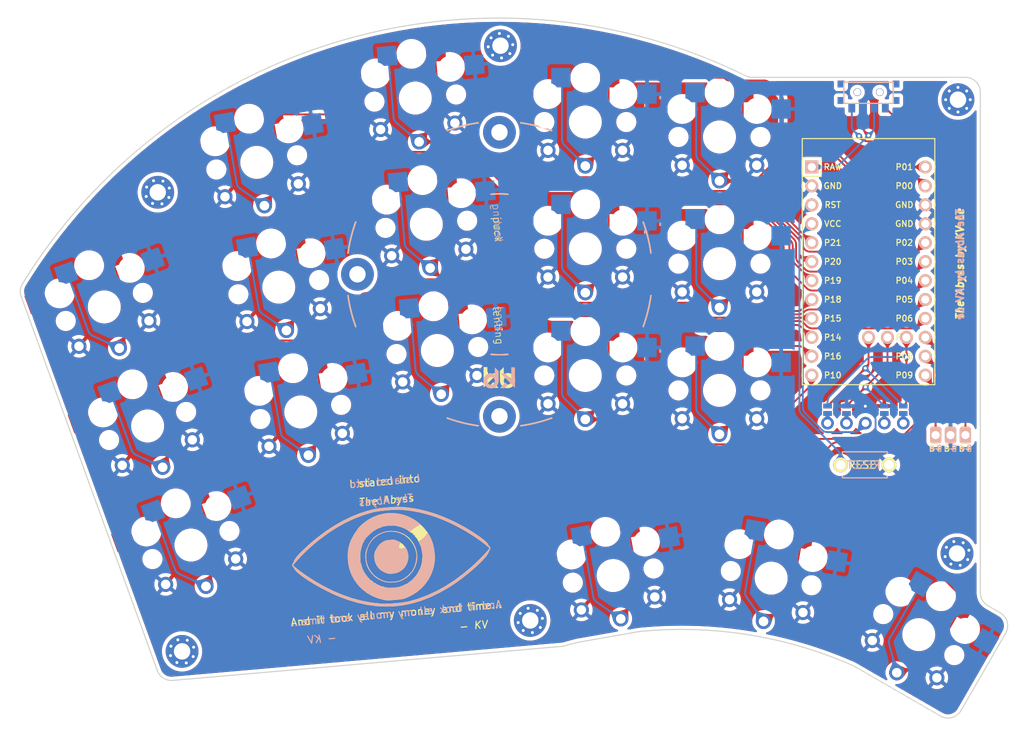
<source format=kicad_pcb>
(kicad_pcb (version 20211014) (generator pcbnew)
  (title_block (title "abyss") (rev "v1.0.0") (company "Unknown"))
  (layers (0 "F.Cu" signal) (31 "B.Cu" signal) (34 "B.Paste" user) (35 "F.Paste" user) (36 "B.SilkS" user "B.Silkscreen") (37 "F.SilkS" user "F.Silkscreen") (38 "B.Mask" user) (39 "F.Mask" user) (44 "Edge.Cuts" user))
  (net 0 "")
  (net 1 "keys_pinky_bottom")
  (net 2 "GND")
  (net 3 "keys_pinky_home")
  (net 4 "keys_pinky_top")
  (net 5 "keys_ring_bottom")
  (net 6 "keys_ring_home")
  (net 7 "keys_ring_top")
  (net 8 "keys_middle_bottom")
  (net 9 "keys_middle_home")
  (net 10 "keys_middle_top")
  (net 11 "keys_index_bottom")
  (net 12 "keys_index_home")
  (net 13 "keys_index_top")
  (net 14 "keys_inner_bottom")
  (net 15 "keys_inner_home")
  (net 16 "keys_inner_top")
  (net 17 "keys_thumb_inner")
  (net 18 "keys_thumb_home")
  (net 19 "keys_thumb_outer")
  (net 20 "RAW")
  (net 21 "RST")
  (net 22 "VCC")
  (net 23 "MOSI")
  (net 24 "SCK")
  (net 25 "CS")
  (net 26 "B+")
  (net 27 "nice!view1_1")
  (net 28 "nice!view1_2")
  (net 29 "nice!view1_4")
  (net 30 "nice!view1_5")
  (footprint "E73:SPDT_C128955" (layer "F.Cu") (at 261.03008 102.774243)
    (fp_text reference "T1" hide)
    (fp_text value "" hide)
  )
  (footprint "lib:bat" (layer "F.Cu") (at 272.030084 148.774243)
    (fp_text reference "JST1" hide)
    (fp_text value "" hide)
  )
  (footprint "kbd:ResetSW" (layer "F.Cu") (at 260.530082 152.774241 180)
    (fp_text reference "B1" hide)
    (fp_text value "")
  )
  (footprint "PG1350" (layer "F.Cu") (at 203.18115 137.426761 5)
    (fp_text reference "S7" hide)
    (fp_text value "" hide)
  )
  (footprint "PG1350" (layer "F.Cu") (at 184.85248 145.670048 10)
    (fp_text reference "S4" hide)
    (fp_text value "" hide)
  )
  (footprint "PG1350" (layer "F.Cu") (at 158.49094 131.578107 -160)
    (fp_text reference "S21" hide)
    (fp_text value "" hide)
  )
  (footprint "MountingHole_2.2mm_M2_Pad_Via" (layer "F.Cu") (at 211.649253 96.533103 5)
    (fp_text reference "HOLE7" hide)
    (fp_text value "")
  )
  (footprint "PG1350" (layer "F.Cu") (at 223.030082 106.774241)
    (fp_text reference "S12" hide)
    (fp_text value "" hide)
  )
  (footprint "PG1350" (layer "F.Cu") (at 164.305284 147.552883 20)
    (fp_text reference "S2" hide)
    (fp_text value "" hide)
  )
  (footprint "PG1350" (layer "F.Cu") (at 241.030081 108.774243)
    (fp_text reference "S15" hide)
    (fp_text value "" hide)
  )
  (footprint "PG1350" (layer "F.Cu") (at 164.305284 147.552883 -160)
    (fp_text reference "S20" hide)
    (fp_text value "" hide)
  )
  (footprint "E73:SPDT_C128955" (layer "F.Cu") (at 261.03008 102.774243)
    (fp_text reference "T2" hide)
    (fp_text value "" hide)
  )
  (footprint "PG1350" (layer "F.Cu") (at 181.900461 128.928314 -170)
    (fp_text reference "S23" hide)
    (fp_text value "" hide)
  )
  (footprint "PG1350" (layer "F.Cu") (at 226.766565 167.622319 10)
    (fp_text reference "S16" hide)
    (fp_text value "" hide)
  )
  (footprint "PG1350" (layer "F.Cu") (at 170.119623 163.527658 20)
    (fp_text reference "S1" hide)
    (fp_text value "" hide)
  )
  (footprint "PG1350" (layer "F.Cu") (at 170.119623 163.527658 -160)
    (fp_text reference "S19" hide)
    (fp_text value "" hide)
  )
  (footprint "Tenting Puck" (layer "F.Cu") (at 211.511122 127.202662)
    (fp_text reference "")
    (fp_text value "Tenting Puck")
  )
  (footprint "PG1350" (layer "F.Cu") (at 223.030082 140.774242 180)
    (fp_text reference "S28" hide)
    (fp_text value "" hide)
  )
  (footprint "PG1350" (layer "F.Cu") (at 267.768301 175.546626 -30)
    (fp_text reference "S18" hide)
    (fp_text value "" hide)
  )
  (footprint "MountingHole_2.2mm_M2_Pad_Via" (layer "F.Cu") (at 273.030079 103.774243)
    (fp_text reference "HOLE5" hide)
    (fp_text value "")
  )
  (footprint "PG1350" (layer "F.Cu") (at 223.030083 123.77424 180)
    (fp_text reference "S29" hide)
    (fp_text value "" hide)
  )
  (footprint "MountingHole_2.2mm_M2_Pad_Via" (layer "F.Cu") (at 272.902275 164.654321 -30)
    (fp_text reference "HOLE2" hide)
    (fp_text value "")
  )
  (footprint "PG1350" (layer "F.Cu") (at 178.948441 112.186586 -170)
    (fp_text reference "S24" hide)
    (fp_text value "" hide)
  )
  (footprint "PG1350" (layer "F.Cu") (at 241.030081 108.774243 180)
    (fp_text reference "S33" hide)
    (fp_text value "" hide)
  )
  (footprint "PG1350" (layer "F.Cu") (at 267.768301 175.546626 150)
    (fp_text reference "S36" hide)
    (fp_text value "" hide)
  )
  (footprint "PG1350" (layer "F.Cu") (at 201.699503 120.491452 -175)
    (fp_text reference "S26" hide)
    (fp_text value "" hide)
  )
  (footprint "PG1350" (layer "F.Cu") (at 241.030081 142.774244 180)
    (fp_text reference "S31" hide)
    (fp_text value "" hide)
  )
  (footprint "PG1350" (layer "F.Cu") (at 201.699503 120.491452 5)
    (fp_text reference "S8" hide)
    (fp_text value "" hide)
  )
  (footprint "lib:niceview" (layer "F.Cu") (at 255.53008 148.774241 90)
    (fp_text reference "nice!view1" hide)
    (fp_text value "nice!view")
  )
  (footprint "PG1350" (layer "F.Cu") (at 203.18115 137.426761 -175)
    (fp_text reference "S25" hide)
    (fp_text value "" hide)
  )
  (footprint "MountingHole_2.2mm_M2_Pad_Via" (layer "F.Cu") (at 165.663009 116.197555 20)
    (fp_text reference "HOLE4" hide)
    (fp_text value "")
  )
  (footprint "PG1350" (layer "F.Cu") (at 158.49094 131.578107 20)
    (fp_text reference "S3" hide)
    (fp_text value "" hide)
  )
  (footprint "PG1350" (layer "F.Cu") (at 223.030083 123.77424)
    (fp_text reference "S11" hide)
    (fp_text value "" hide)
  )
  (footprint "PG1350" (layer "F.Cu") (at 241.030081 125.774243)
    (fp_text reference "S14" hide)
    (fp_text value "" hide)
  )
  (footprint "PG1350" (layer "F.Cu") (at 223.030082 106.774241 180)
    (fp_text reference "S30" hide)
    (fp_text value "" hide)
  )
  (footprint "PG1350" (layer "F.Cu") (at 181.900461 128.928314 10)
    (fp_text reference "S5" hide)
    (fp_text value "" hide)
  )
  (footprint "PG1350" (layer "F.Cu") (at 226.766565 167.622319 -170)
    (fp_text reference "S34" hide)
    (fp_text value "" hide)
  )
  (footprint "PG1350" (layer "F.Cu") (at 200.217854 103.556141 -175)
    (fp_text reference "S27" hide)
    (fp_text value "" hide)
  )
  (footprint "PG1350" (layer "F.Cu") (at 178.948441 112.186586 10)
    (fp_text reference "S6" hide)
    (fp_text value "" hide)
  )
  (footprint "ProMicro" (layer "F.Cu") (at 261.030082 126.774239 -90)
    (fp_text reference "MCU1" hide)
    (fp_text value "" hide)
  )
  (footprint "MountingHole_2.2mm_M2_Pad_Via" (layer "F.Cu") (at 168.92773 177.795781 20)
    (fp_text reference "HOLE3" hide)
    (fp_text value "")
  )
  (footprint "Abyss:logo" (layer "F.Cu") (at 197 165.1 5)
    (fp_text reference "G***" hide)
    (fp_text value "LOGO" hide)
  )
  (footprint "MountingHole_2.2mm_M2_Pad_Via" (layer "F.Cu") (at 215.643462 173.64533 10)
    (fp_text reference "HOLE6" hide)
    (fp_text value "")
  )
  (footprint "PG1350" (layer "F.Cu") (at 247.966067 167.969616 -10)
    (fp_text reference "S17" hide)
    (fp_text value "" hide)
  )
  (footprint "PG1350" (layer "F.Cu") (at 184.85248 145.670048 -170)
    (fp_text reference "S22" hide)
    (fp_text value "" hide)
  )
  (footprint "PG1350" (layer "F.Cu") (at 223.030082 140.774242)
    (fp_text reference "S10" hide)
    (fp_text value "" hide)
  )
  (footprint "PG1350" (layer "F.Cu") (at 241.030081 125.774243 180)
    (fp_text reference "S32" hide)
    (fp_text value "" hide)
  )
  (footprint "PG1350" (layer "F.Cu") (at 247.966067 167.969616 170)
    (fp_text reference "S35" hide)
    (fp_text value "" hide)
  )
  (footprint "PG1350" (layer "F.Cu") (at 200.217854 103.556141 5)
    (fp_text reference "S9" hide)
    (fp_text value "" hide)
  )
  (footprint "PG1350" (layer "F.Cu") (at 241.030081 142.774244)
    (fp_text reference "S13" hide)
    (fp_text value "" hide)
  )
  (gr_arc (start 258.920217 179.689399) (mid 259.018393 179.735877) (end 259.113904 179.787611) (layer "Edge.Cuts") (width 0.15))
  (gr_line (start 221.955893 176.59398) (end 230.109183 175.156338) (layer "Edge.Cuts") (width 0.15))
  (gr_arc (start 277.030081 171.656312) (mid 276.298027 170.924267) (end 276.030081 169.924262) (layer "Edge.Cuts") (width 0.15))
  (gr_arc (start 220.070081 177.105783) (mid 221.010793 176.841798) (end 221.955893 176.59398) (layer "Edge.Cuts") (width 0.15))
  (gr_arc (start 167.666093 181.69054) (mid 166.417181 181.384934) (end 165.612395 180.382191) (layer "Edge.Cuts") (width 0.15))
  (gr_arc (start 147.52368 128.463682) (mid 190.636833 95.749861) (end 244.541606 100.567883) (layer "Edge.Cuts") (width 0.15))
  (gr_arc (start 230.257066 175.135919) (mid 244.88331 175.557792) (end 258.920216 179.689397) (layer "Edge.Cuts") (width 0.15))
  (gr_line (start 220.070081 177.105785) (end 167.666093 181.69054) (layer "Edge.Cuts") (width 0.15))
  (gr_arc (start 274.030083 100.774243) (mid 275.444266 101.360058) (end 276.030082 102.774241) (layer "Edge.Cuts") (width 0.15))
  (gr_line (start 273.428555 185.742777) (end 279.428555 175.350473) (layer "Edge.Cuts") (width 0.15))
  (gr_line (start 276.030081 169.924262) (end 276.030082 102.774241) (layer "Edge.Cuts") (width 0.15))
  (gr_arc (start 230.109183 175.156339) (mid 230.182934 175.144748) (end 230.257066 175.135918) (layer "Edge.Cuts") (width 0.15))
  (gr_arc (start 273.428556 185.742777) (mid 272.214142 186.674675) (end 270.696503 186.474827) (layer "Edge.Cuts") (width 0.15))
  (gr_arc (start 147.346653 130.197477) (mid 147.236386 129.310283) (end 147.523682 128.463683) (layer "Edge.Cuts") (width 0.15))
  (gr_line (start 165.612395 180.382191) (end 147.346653 130.197477) (layer "Edge.Cuts") (width 0.15))
  (gr_arc (start 245.426391 100.774241) (mid 244.972127 100.721966) (end 244.541606 100.567883) (layer "Edge.Cuts") (width 0.15))
  (gr_arc (start 278.696504 172.618421) (mid 279.628345 173.832848) (end 279.428555 175.350473) (layer "Edge.Cuts") (width 0.15))
  (gr_line (start 259.113904 179.787611) (end 270.696503 186.474827) (layer "Edge.Cuts") (width 0.15))
  (gr_line (start 277.030081 171.656311) (end 278.696504 172.618421) (layer "Edge.Cuts") (width 0.15))
  (gr_line (start 274.030083 100.774242) (end 245.42639 100.774242) (layer "Edge.Cuts") (width 0.15))
  (gr_text "The Abyss by KV Le" (at 273.3 125.8 90) (layer "B.SilkS") (effects (font (size 1 1) (thickness 0.25) italic) (justify mirror)))
  (gr_text "The Abyss by KV Le" (at 273.3 125.8 90) (layer "F.SilkS") (effects (font (size 1 1) (thickness 0.25) italic)))
  (segment (start 171.11727 156.9125) (end 171.162095 156.816372) (width 0.25) (layer "F.Cu") (net 1))
  (segment (start 246.699069 133.028836) (end 253.24721 133.028836) (width 0.25) (layer "F.Cu") (net 1))
  (segment (start 173.630081 140.680472) (end 173.630081 153.897591) (width 0.25) (layer "F.Cu") (net 1))
  (segment (start 195.312266 130.177659) (end 193.813848 130.177663) (width 0.25) (layer "F.Cu") (net 1))
  (segment (start 173.814754 165.47505) (end 172.137542 169.071843) (width 0.25) (layer "F.Cu") (net 1))
  (segment (start 193.044297 130.496422) (end 187.329796 136.210922) (width 0.25) (layer "F.Cu") (net 1))
  (segment (start 239.149079 133.915239) (end 244.911082 133.915239) (width 0.25) (layer "F.Cu") (net 1))
  (segment (start 245.929519 133.347594) (end 245.680632 133.596482) (width 0.25) (layer "F.Cu") (net 1))
  (segment (start 218.279531 131.596486) (end 215.326045 128.643002) (width 0.25) (layer "F.Cu") (net 1))
  (segment (start 214.556495 128.324244) (end 198.06727 128.324242) (width 0.25) (layer "F.Cu") (net 1))
  (segment (start 253.362378 133.07654) (end 253.410082 133.124244) (width 0.25) (layer "F.Cu") (net 1))
  (segment (start 238.379529 133.596481) (end 237.017048 132.234001) (width 0.25) (layer "F.Cu") (net 1))
  (segment (start 173.311323 154.667141) (end 171.162097 156.816371) (width 0.25) (layer "F.Cu") (net 1))
  (segment (start 173.851087 164.642888) (end 171.108722 157.108298) (width 0.25) (layer "F.Cu") (net 1))
  (segment (start 173.948838 139.910922) (end 177.011321 136.84844) (width 0.25) (layer "F.Cu") (net 1))
  (segment (start 219.049081 131.915244) (end 236.247498 131.915244) (width 0.25) (layer "F.Cu") (net 1))
  (segment (start 196.081817 129.858901) (end 197.29772 128.642999) (width 0.25) (layer "F.Cu") (net 1))
  (segment (start 177.780871 136.529681) (end 186.560246 136.52968) (width 0.25) (layer "F.Cu") (net 1))
  (arc (start 244.911082 133.915239) (mid 245.327559 133.832397) (end 245.680632 133.596482) (width 0.25) (layer "F.Cu") (net 1))
  (arc (start 173.851087 164.642888) (mid 173.915684 165.062582) (end 173.814754 165.47505) (width 0.25) (layer "F.Cu") (net 1))
  (arc (start 196.081817 129.858901) (mid 195.728744 130.094816) (end 195.312266 130.177659) (width 0.25) (layer "F.Cu") (net 1))
  (arc (start 177.780871 136.529681) (mid 177.364393 136.612524) (end 177.011321 136.84844) (width 0.25) (layer "F.Cu") (net 1))
  (arc (start 214.556495 128.324244) (mid 214.972972 128.407086) (end 215.326045 128.643002) (width 0.25) (layer "F.Cu") (net 1))
  (arc (start 218.279531 131.596486) (mid 218.632603 131.832401) (end 219.049081 131.915244) (width 0.25) (layer "F.Cu") (net 1))
  (arc (start 173.630081 153.897591) (mid 173.547238 154.314068) (end 173.311323 154.667141) (width 0.25) (layer "F.Cu") (net 1))
  (arc (start 237.017048 132.234001) (mid 236.663975 131.998086) (end 236.247498 131.915244) (width 0.25) (layer "F.Cu") (net 1))
  (arc (start 187.329796 136.210922) (mid 186.976723 136.446837) (end 186.560246 136.52968) (width 0.25) (layer "F.Cu") (net 1))
  (arc (start 238.379529 133.596481) (mid 238.732601 133.832396) (end 239.149079 133.915239) (width 0.25) (layer "F.Cu") (net 1))
  (arc (start 193.813848 130.177663) (mid 193.39737 130.260506) (end 193.044297 130.496422) (width 0.25) (layer "F.Cu") (net 1))
  (arc (start 171.11727 156.9125) (mid 171.093523 157.009549) (end 171.108722 157.108298) (width 0.25) (layer "F.Cu") (net 1))
  (arc (start 173.948838 139.910922) (mid 173.712923 140.263994) (end 173.630081 140.680472) (width 0.25) (layer "F.Cu") (net 1))
  (arc (start 253.362378 133.07654) (mid 253.309538 133.041233) (end 253.24721 133.028836) (width 0.25) (layer "F.Cu") (net 1))
  (arc (start 198.06727 128.324242) (mid 197.650792 128.407084) (end 197.29772 128.642999) (width 0.25) (layer "F.Cu") (net 1))
  (arc (start 246.699069 133.028836) (mid 246.282591 133.111678) (end 245.929519 133.347594) (width 0.25) (layer "F.Cu") (net 1))
  (segment (start 165.235646 159.245925) (end 167.978011 166.780509) (width 0.25) (layer "B.Cu") (net 1))
  (segment (start 168.540747 167.394628) (end 172.137542 169.071843) (width 0.25) (layer "B.Cu") (net 1))
  (segment (start 165.103239 159.101427) (end 165.007109 159.056601) (width 0.25) (layer "B.Cu") (net 1))
  (arc (start 167.978011 166.780509) (mid 168.198301 167.143536) (end 168.540747 167.394628) (width 0.25) (layer "B.Cu") (net 1))
  (arc (start 165.103239 159.101427) (mid 165.183813 159.160507) (end 165.235646 159.245925) (width 0.25) (layer "B.Cu") (net 1))
  (segment (start 260.612879 144.88712) (end 260.6 144.9) (width 0.25) (layer "F.Cu") (net 2))
  (segment (start 260.643973 144.874241) (end 263.15008 144.874241) (width 0.25) (layer "F.Cu") (net 2))
  (via (at 260.6 144.9) (size 0.8) (drill 0.4) (layers "F.Cu" "B.Cu") (net 2))
  (arc (start 260.643973 144.874241) (mid 260.627145 144.877588) (end 260.612879 144.88712) (width 0.25) (layer "F.Cu") (net 2))
  (segment (start 261.656321 145.956321) (end 260.6 144.9) (width 0.25) (layer "B.Cu") (net 2))
  (segment (start 262.293838 151.287997) (end 263.780082 152.774241) (width 0.25) (layer "B.Cu") (net 2))
  (segment (start 261.97508 150.518447) (end 261.97508 146.725871) (width 0.25) (layer "B.Cu") (net 2))
  (segment (start 260.556026 144.874241) (end 258.07008 144.874241) (width 0.25) (layer "B.Cu") (net 2))
  (segment (start 260.58712 144.88712) (end 260.6 144.9) (width 0.25) (layer "B.Cu") (net 2))
  (arc (start 260.58712 144.88712) (mid 260.572854 144.877588) (end 260.556026 144.874241) (width 0.25) (layer "B.Cu") (net 2))
  (arc (start 261.656321 145.956321) (mid 261.892237 146.309393) (end 261.97508 146.725871) (width 0.25) (layer "B.Cu") (net 2))
  (arc (start 261.97508 150.518447) (mid 262.057922 150.934924) (end 262.293838 151.287997) (width 0.25) (layer "B.Cu") (net 2))
  (segment (start 267.630138 131.604183) (end 268.650081 130.584243) (width 0.25) (layer "F.Cu") (net 3))
  (segment (start 170.560461 136.079679) (end 186.373852 136.07968) (width 0.25) (layer "F.Cu") (net 3))
  (segment (start 238.565926 133.146483) (end 237.203443 131.784) (width 0.25) (layer "F.Cu") (net 3))
  (segment (start 251.60109 132.578835) (end 246.512673 132.578836) (width 0.25) (layer "F.Cu") (net 3))
  (segment (start 236.433893 131.465242) (end 219.235476 131.465242) (width 0.25) (layer "F.Cu") (net 3))
  (segment (start 239.335476 133.465241) (end 244.724683 133.465241) (width 0.25) (layer "F.Cu") (net 3))
  (segment (start 165.294379 141.133525) (end 168.036745 148.668112) (width 0.25) (layer "F.Cu") (net 3))
  (segment (start 195.125869 129.727662) (end 193.627449 129.727662) (width 0.25) (layer "F.Cu") (net 3))
  (segment (start 187.143401 135.760922) (end 192.8579 130.04642) (width 0.25) (layer "F.Cu") (net 3))
  (segment (start 245.743122 132.897594) (end 245.494233 133.146483) (width 0.25) (layer "F.Cu") (net 3))
  (segment (start 215.512445 128.193001) (end 218.465927 131.146483) (width 0.25) (layer "F.Cu") (net 3))
  (segment (start 168.000412 149.500274) (end 166.323198 153.09707) (width 0.25) (layer "F.Cu") (net 3))
  (segment (start 252.370639 132.260076) (end 252.389019 132.241697) (width 0.25) (layer "F.Cu") (net 3))
  (segment (start 266.860588 131.92294) (end 253.158569 131.92294) (width 0.25) (layer "F.Cu") (net 3))
  (segment (start 195.895418 129.408903) (end 197.111323 128.192999) (width 0.25) (layer "F.Cu") (net 3))
  (segment (start 214.742895 127.874242) (end 197.880873 127.874242) (width 0.25) (layer "F.Cu") (net 3))
  (segment (start 169.790911 136.398436) (end 165.347752 140.841595) (width 0.25) (layer "F.Cu") (net 3))
  (segment (start 165.302927 140.937725) (end 165.347753 140.841595) (width 0.25) (layer "F.Cu") (net 3))
  (arc (start 238.565926 133.146483) (mid 238.918998 133.382398) (end 239.335476 133.465241) (width 0.25) (layer "F.Cu") (net 3))
  (arc (start 266.860588 131.92294) (mid 267.277065 131.840098) (end 267.630138 131.604183) (width 0.25) (layer "F.Cu") (net 3))
  (arc (start 195.895418 129.408903) (mid 195.542346 129.644819) (end 195.125869 129.727662) (width 0.25) (layer "F.Cu") (net 3))
  (arc (start 170.560461 136.079679) (mid 170.143983 136.162521) (end 169.790911 136.398436) (width 0.25) (layer "F.Cu") (net 3))
  (arc (start 214.742895 127.874242) (mid 215.159372 127.957085) (end 215.512445 128.193001) (width 0.25) (layer "F.Cu") (net 3))
  (arc (start 245.494233 133.146483) (mid 245.14116 133.382398) (end 244.724683 133.465241) (width 0.25) (layer "F.Cu") (net 3))
  (arc (start 168.036745 148.668112) (mid 168.101342 149.087806) (end 168.000412 149.500274) (width 0.25) (layer "F.Cu") (net 3))
  (arc (start 252.370639 132.260076) (mid 252.017567 132.495992) (end 251.60109 132.578835) (width 0.25) (layer "F.Cu") (net 3))
  (arc (start 193.627449 129.727662) (mid 193.210972 129.810504) (end 192.8579 130.04642) (width 0.25) (layer "F.Cu") (net 3))
  (arc (start 197.880873 127.874242) (mid 197.464395 127.957084) (end 197.111323 128.192999) (width 0.25) (layer "F.Cu") (net 3))
  (arc (start 165.302927 140.937725) (mid 165.279179 141.034775) (end 165.294379 141.133525) (width 0.25) (layer "F.Cu") (net 3))
  (arc (start 218.465927 131.146483) (mid 218.818999 131.382399) (end 219.235476 131.465242) (width 0.25) (layer "F.Cu") (net 3))
  (arc (start 246.512673 132.578836) (mid 246.096195 132.661678) (end 245.743122 132.897594) (width 0.25) (layer "F.Cu") (net 3))
  (arc (start 253.158569 131.92294) (mid 252.742091 132.005782) (end 252.389019 132.241697) (width 0.25) (layer "F.Cu") (net 3))
  (arc (start 186.373852 136.07968) (mid 186.790329 135.996837) (end 187.143401 135.760922) (width 0.25) (layer "F.Cu") (net 3))
  (arc (start 236.433893 131.465242) (mid 236.85037 131.548084) (end 237.203443 131.784) (width 0.25) (layer "F.Cu") (net 3))
  (segment (start 159.421304 143.27115) (end 162.163667 150.805737) (width 0.25) (layer "B.Cu") (net 3))
  (segment (start 159.288897 143.126654) (end 159.192768 143.081828) (width 0.25) (layer "B.Cu") (net 3))
  (segment (start 162.726403 151.419855) (end 166.323198 153.09707) (width 0.25) (layer "B.Cu") (net 3))
  (arc (start 159.288897 143.126654) (mid 159.369471 143.185733) (end 159.421304 143.27115) (width 0.25) (layer "B.Cu") (net 3))
  (arc (start 162.163667 150.805737) (mid 162.383957 151.168763) (end 162.726403 151.419855) (width 0.25) (layer "B.Cu") (net 3))
  (segment (start 251.758781 123.453507) (end 251.758782 123.064056) (width 0.25) (layer "F.Cu") (net 4))
  (segment (start 234.279532 116.596482) (end 233.076048 115.392999) (width 0.25) (layer "F.Cu") (net 4))
  (segment (start 251.758782 124.30799) (end 251.758782 123.453507) (width 0.25) (layer "F.Cu") (net 4))
  (segment (start 251.758781 123.453507) (end 251.758781 123.648233) (width 0.25) (layer "F.Cu") (net 4))
  (segment (start 162.186071 133.5255) (end 160.508858 137.122294) (width 0.25) (layer "F.Cu") (net 4))
  (segment (start 159.480039 125.15875) (end 162.222405 132.693338) (width 0.25) (layer "F.Cu") (net 4))
  (segment (start 212.238531 114.755482) (end 209.026496 111.543447) (width 0.25) (layer "F.Cu") (net 4))
  (segment (start 208.256947 111.224689) (end 192.930424 111.224689) (width 0.25) (layer "F.Cu") (net 4))
  (segment (start 252.18548 125.18548) (end 252.07754 125.07754) (width 0.25) (layer "F.Cu") (net 4))
  (segment (start 252.95503 125.504239) (end 253.410082 125.504239) (width 0.25) (layer "F.Cu") (net 4))
  (segment (start 159.488587 124.96295) (end 159.533413 124.86682) (width 0.25) (layer "F.Cu") (net 4))
  (segment (start 253.410081 125.504243) (end 253.410082 125.299531) (width 0.25) (layer "F.Cu") (net 4))
  (segment (start 192.160874 111.543446) (end 184.448837 119.255484) (width 0.25) (layer "F.Cu") (net 4))
  (segment (start 251.758782 122.922258) (end 251.758782 123.064056) (width 0.25) (layer "F.Cu") (net 4))
  (segment (start 164.507234 119.892996) (end 159.533412 124.86682) (width 0.25) (layer "F.Cu") (net 4))
  (segment (start 251.758782 123.064056) (end 251.758782 123.453507) (width 0.25) (layer "F.Cu") (net 4))
  (segment (start 213.00808 115.074241) (end 232.306498 115.074241) (width 0.25) (layer "F.Cu") (net 4))
  (segment (start 245.637497 116.91524) (end 235.049082 116.91524) (width 0.25) (layer "F.Cu") (net 4))
  (segment (start 183.679288 119.574242) (end 165.276783 119.574238) (width 0.25) (layer "F.Cu") (net 4))
  (segment (start 246.407047 117.233999) (end 251.520824 122.347776) (width 0.25) (layer "F.Cu") (net 4))
  (arc (start 162.222405 132.693338) (mid 162.287001 133.113032) (end 162.186071 133.5255) (width 0.25) (layer "F.Cu") (net 4))
  (arc (start 192.930424 111.224689) (mid 192.513946 111.307531) (end 192.160874 111.543446) (width 0.25) (layer "F.Cu") (net 4))
  (arc (start 252.18548 125.18548) (mid 252.538552 125.421396) (end 252.95503 125.504239) (width 0.25) (layer "F.Cu") (net 4))
  (arc (start 209.026496 111.543447) (mid 208.673424 111.307531) (end 208.256947 111.224689) (width 0.25) (layer "F.Cu") (net 4))
  (arc (start 251.758782 124.30799) (mid 251.841624 124.724467) (end 252.07754 125.07754) (width 0.25) (layer "F.Cu") (net 4))
  (arc (start 232.306498 115.074241) (mid 232.722975 115.157083) (end 233.076048 115.392999) (width 0.25) (layer "F.Cu") (net 4))
  (arc (start 165.276783 119.574238) (mid 164.860306 119.65708) (end 164.507234 119.892996) (width 0.25) (layer "F.Cu") (net 4))
  (arc (start 212.238531 114.755482) (mid 212.591603 114.991398) (end 213.00808 115.074241) (width 0.25) (layer "F.Cu") (net 4))
  (arc (start 251.520824 122.347776) (mid 251.696939 122.61135) (end 251.758782 122.922258) (width 0.25) (layer "F.Cu") (net 4))
  (arc (start 251.758782 123.453507) (mid 251.758781 123.453506) (end 251.758781 123.453507) (width 0.25) (layer "F.Cu") (net 4))
  (arc (start 245.637497 116.91524) (mid 246.053974 116.998083) (end 246.407047 117.233999) (width 0.25) (layer "F.Cu") (net 4))
  (arc (start 183.679288 119.574242) (mid 184.095765 119.491399) (end 184.448837 119.255484) (width 0.25) (layer "F.Cu") (net 4))
  (arc (start 159.488587 124.96295) (mid 159.464839 125.06) (end 159.480039 125.15875) (width 0.25) (layer "F.Cu") (net 4))
  (arc (start 234.279532 116.596482) (mid 234.632604 116.832397) (end 235.049082 116.91524) (width 0.25) (layer "F.Cu") (net 4))
  (segment (start 156.349327 134.830962) (end 153.60696 127.296371) (width 0.25) (layer "B.Cu") (net 4))
  (segment (start 156.912063 135.44508) (end 160.508858 137.122294) (width 0.25) (layer "B.Cu") (net 4))
  (segment (start 153.474555 127.151877) (end 153.378426 127.107052) (width 0.25) (layer "B.Cu") (net 4))
  (arc (start 153.474555 127.151877) (mid 153.555128 127.210955) (end 153.60696 127.296371) (width 0.25) (layer "B.Cu") (net 4))
  (arc (start 156.349327 134.830962) (mid 156.569617 135.193988) (end 156.912063 135.44508) (width 0.25) (layer "B.Cu") (net 4))
  (segment (start 252.384536 133.797594) (end 252.731126 134.144184) (width 0.25) (layer "F.Cu") (net 5))
  (segment (start 187.044519 139.135674) (end 187.044519 137.583386) (width 0.25) (layer "F.Cu") (net 5))
  (segment (start 215.13965 129.093001) (end 218.093134 132.046483) (width 0.25) (layer "F.Cu") (net 5))
  (segment (start 267.630139 134.144185) (end 268.650083 133.124242) (width 0.25) (layer "F.Cu") (net 5))
  (segment (start 245.097477 134.365243) (end 238.962685 134.365243) (width 0.25) (layer "F.Cu") (net 5))
  (segment (start 266.860589 134.462942) (end 253.500676 134.462942) (width 0.25) (layer "F.Cu") (net 5))
  (segment (start 251.614986 133.478835) (end 246.885466 133.478834) (width 0.25) (layer "F.Cu") (net 5))
  (segment (start 193.230694 130.94642) (end 187.363278 136.813836) (width 0.25) (layer "F.Cu") (net 5))
  (segment (start 197.484113 129.093) (end 196.268212 130.308902) (width 0.25) (layer "F.Cu") (net 5))
  (segment (start 195.498662 130.627661) (end 194.000244 130.627661) (width 0.25) (layer "F.Cu") (net 5))
  (segment (start 188.333599 147.416294) (end 186.941263 139.519968) (width 0.25) (layer "F.Cu") (net 5))
  (segment (start 188.153315 148.229505) (end 185.877004 151.480412) (width 0.25) (layer "F.Cu") (net 5))
  (segment (start 236.83065 132.684001) (end 238.193135 134.046486) (width 0.25) (layer "F.Cu") (net 5))
  (segment (start 245.867026 134.046484) (end 246.115917 133.797592) (width 0.25) (layer "F.Cu") (net 5))
  (segment (start 236.0611 132.365243) (end 218.862684 132.365241) (width 0.25) (layer "F.Cu") (net 5))
  (segment (start 214.3701 128.774243) (end 198.253663 128.774243) (width 0.25) (layer "F.Cu") (net 5))
  (arc (start 196.268212 130.308902) (mid 195.915139 130.544818) (end 195.498662 130.627661) (width 0.25) (layer "F.Cu") (net 5))
  (arc (start 214.3701 128.774243) (mid 214.786577 128.857085) (end 215.13965 129.093001) (width 0.25) (layer "F.Cu") (net 5))
  (arc (start 252.731126 134.144184) (mid 253.084198 134.380099) (end 253.500676 134.462942) (width 0.25) (layer "F.Cu") (net 5))
  (arc (start 198.253663 128.774243) (mid 197.837185 128.857085) (end 197.484113 129.093) (width 0.25) (layer "F.Cu") (net 5))
  (arc (start 245.867026 134.046484) (mid 245.513954 134.2824) (end 245.097477 134.365243) (width 0.25) (layer "F.Cu") (net 5))
  (arc (start 266.860589 134.462942) (mid 267.277066 134.3801) (end 267.630139 134.144185) (width 0.25) (layer "F.Cu") (net 5))
  (arc (start 188.333599 147.416294) (mid 188.324336 147.84083) (end 188.153315 148.229505) (width 0.25) (layer "F.Cu") (net 5))
  (arc (start 186.983682 139.328627) (mid 186.943442 139.420079) (end 186.941263 139.519968) (width 0.25) (layer "F.Cu") (net 5))
  (arc (start 246.885466 133.478834) (mid 246.468989 133.561676) (end 246.115917 133.797592) (width 0.25) (layer "F.Cu") (net 5))
  (arc (start 194.000244 130.627661) (mid 193.583766 130.710504) (end 193.230694 130.94642) (width 0.25) (layer "F.Cu") (net 5))
  (arc (start 251.614986 133.478835) (mid 252.031463 133.561678) (end 252.384536 133.797594) (width 0.25) (layer "F.Cu") (net 5))
  (arc (start 218.093134 132.046483) (mid 218.446206 132.282398) (end 218.862684 132.365241) (width 0.25) (layer "F.Cu") (net 5))
  (arc (start 238.193135 134.046486) (mid 238.546207 134.282401) (end 238.962685 134.365243) (width 0.25) (layer "F.Cu") (net 5))
  (arc (start 187.044519 139.135674) (mid 187.028949 139.236832) (end 186.983682 139.328627) (width 0.25) (layer "F.Cu") (net 5))
  (arc (start 187.363278 136.813836) (mid 187.127362 137.166908) (end 187.044519 137.583386) (width 0.25) (layer "F.Cu") (net 5))
  (arc (start 236.0611 132.365243) (mid 236.477577 132.448085) (end 236.83065 132.684001) (width 0.25) (layer "F.Cu") (net 5))
  (segment (start 180.786218 140.605268) (end 182.178553 148.501597) (width 0.25) (layer "B.Cu") (net 5))
  (segment (start 182.6261 149.204104) (end 185.877004 151.480412) (width 0.25) (layer "B.Cu") (net 5))
  (segment (start 180.680914 140.439974) (end 180.594028 140.379136) (width 0.25) (layer "B.Cu") (net 5))
  (arc (start 182.178553 148.501597) (mid 182.332458 148.897362) (end 182.6261 149.204104) (width 0.25) (layer "B.Cu") (net 5))
  (arc (start 180.680914 140.439974) (mid 180.750005 140.512147) (end 180.786218 140.605268) (width 0.25) (layer "B.Cu") (net 5))
  (segment (start 212.821683 115.52424) (end 232.120102 115.52424) (width 0.25) (layer "F.Cu") (net 6))
  (segment (start 252.526423 126.524184) (end 251.627539 125.6253) (width 0.25) (layer "F.Cu") (net 6))
  (segment (start 251.308782 123.222922) (end 251.308782 124.85575) (width 0.25) (layer "F.Cu") (net 6))
  (segment (start 267.630139 126.524183) (end 268.650081 125.50424) (width 0.25) (layer "F.Cu") (net 6))
  (segment (start 193.116817 111.674691) (end 208.07055 111.674691) (width 0.25) (layer "F.Cu") (net 6))
  (segment (start 185.201292 131.487774) (end 182.924984 134.73868) (width 0.25) (layer "F.Cu") (net 6))
  (segment (start 185.381576 130.674563) (end 183.989242 122.778237) (width 0.25) (layer "F.Cu") (net 6))
  (segment (start 234.862687 117.365243) (end 245.451101 117.365243) (width 0.25) (layer "F.Cu") (net 6))
  (segment (start 234.093137 117.046484) (end 232.889651 115.842998) (width 0.25) (layer "F.Cu") (net 6))
  (segment (start 184.0925 122.393944) (end 184.0925 120.699011) (width 0.25) (layer "F.Cu") (net 6))
  (segment (start 266.86059 126.842942) (end 253.295973 126.842942) (width 0.25) (layer "F.Cu") (net 6))
  (segment (start 212.052133 115.205482) (end 208.8401 111.993449) (width 0.25) (layer "F.Cu") (net 6))
  (segment (start 250.990023 122.453372) (end 246.220651 117.684) (width 0.25) (layer "F.Cu") (net 6))
  (segment (start 192.347268 111.99345) (end 184.411258 119.929461) (width 0.25) (layer "F.Cu") (net 6))
  (arc (start 250.990023 122.453372) (mid 251.225939 122.806444) (end 251.308782 123.222922) (width 0.25) (layer "F.Cu") (net 6))
  (arc (start 234.093137 117.046484) (mid 234.446209 117.2824) (end 234.862687 117.365243) (width 0.25) (layer "F.Cu") (net 6))
  (arc (start 267.630139 126.524183) (mid 267.277067 126.760099) (end 266.86059 126.842942) (width 0.25) (layer "F.Cu") (net 6))
  (arc (start 208.8401 111.993449) (mid 208.487027 111.757533) (end 208.07055 111.674691) (width 0.25) (layer "F.Cu") (net 6))
  (arc (start 193.116817 111.674691) (mid 192.70034 111.757534) (end 192.347268 111.99345) (width 0.25) (layer "F.Cu") (net 6))
  (arc (start 184.031662 122.586897) (mid 183.991421 122.678348) (end 183.989242 122.778237) (width 0.25) (layer "F.Cu") (net 6))
  (arc (start 232.889651 115.842998) (mid 232.536579 115.607082) (end 232.120102 115.52424) (width 0.25) (layer "F.Cu") (net 6))
  (arc (start 212.052133 115.205482) (mid 212.405205 115.441397) (end 212.821683 115.52424) (width 0.25) (layer "F.Cu") (net 6))
  (arc (start 185.381576 130.674563) (mid 185.372313 131.099099) (end 185.201292 131.487774) (width 0.25) (layer "F.Cu") (net 6))
  (arc (start 251.308782 124.85575) (mid 251.391624 125.272227) (end 251.627539 125.6253) (width 0.25) (layer "F.Cu") (net 6))
  (arc (start 246.220651 117.684) (mid 245.867578 117.448085) (end 245.451101 117.365243) (width 0.25) (layer "F.Cu") (net 6))
  (arc (start 184.0925 122.393944) (mid 184.07693 122.495102) (end 184.031662 122.586897) (width 0.25) (layer "F.Cu") (net 6))
  (arc (start 184.411258 119.929461) (mid 184.175342 120.282533) (end 184.0925 120.699011) (width 0.25) (layer "F.Cu") (net 6))
  (arc (start 252.526423 126.524184) (mid 252.879495 126.760099) (end 253.295973 126.842942) (width 0.25) (layer "F.Cu") (net 6))
  (segment (start 177.728893 123.698243) (end 177.642008 123.637405) (width 0.25) (layer "B.Cu") (net 6))
  (segment (start 177.834196 123.863538) (end 179.226532 131.759865) (width 0.25) (layer "B.Cu") (net 6))
  (segment (start 179.674079 132.462372) (end 182.924984 134.73868) (width 0.25) (layer "B.Cu") (net 6))
  (arc (start 179.226532 131.759865) (mid 179.380437 132.15563) (end 179.674079 132.462372) (width 0.25) (layer "B.Cu") (net 6))
  (arc (start 177.728893 123.698243) (mid 177.797984 123.770417) (end 177.834196 123.863538) (width 0.25) (layer "B.Cu") (net 6))
  (segment (start 253.174223 124.165543) (end 266.997988 124.165543) (width 0.25) (layer "F.Cu") (net 7))
  (segment (start 246.593444 116.784) (end 251.890024 122.080581) (width 0.25) (layer "F.Cu") (net 7))
  (segment (start 182.249275 114.746042) (end 179.972966 117.996949) (width 0.25) (layer "F.Cu") (net 7))
  (segment (start 208.443343 110.77469) (end 196.58132 110.774692) (width 0.25) (layer "F.Cu") (net 7))
  (segment (start 190.655359 105.750312) (end 181.154079 105.750312) (width 0.25) (layer "F.Cu") (net 7))
  (segment (start 191.424908 106.06907) (end 195.811771 110.455934) (width 0.25) (layer "F.Cu") (net 7))
  (segment (start 213.194475 114.624243) (end 232.492894 114.624243) (width 0.25) (layer "F.Cu") (net 7))
  (segment (start 181.079643 105.845163) (end 181.13725 105.762895) (width 0.25) (layer "F.Cu") (net 7))
  (segment (start 252.208781 122.850131) (end 252.208781 123.2001) (width 0.25) (layer "F.Cu") (net 7))
  (segment (start 234.465926 116.146483) (end 233.262444 114.943001) (width 0.25) (layer "F.Cu") (net 7))
  (segment (start 182.429559 113.932831) (end 181.037224 106.036499) (width 0.25) (layer "F.Cu") (net 7))
  (segment (start 267.767537 123.846785) (end 268.650082 122.964241) (width 0.25) (layer "F.Cu") (net 7))
  (segment (start 212.424926 114.305484) (end 209.212892 111.093448) (width 0.25) (layer "F.Cu") (net 7))
  (segment (start 245.823895 116.465242) (end 235.235476 116.465242) (width 0.25) (layer "F.Cu") (net 7))
  (arc (start 251.890024 122.080581) (mid 252.125939 122.433654) (end 252.208781 122.850131) (width 0.25) (layer "F.Cu") (net 7))
  (arc (start 252.491552 123.882771) (mid 252.804764 124.092052) (end 253.174223 124.165543) (width 0.25) (layer "F.Cu") (net 7))
  (arc (start 232.492894 114.624243) (mid 232.909371 114.707085) (end 233.262444 114.943001) (width 0.25) (layer "F.Cu") (net 7))
  (arc (start 234.465926 116.146483) (mid 234.818998 116.382399) (end 235.235476 116.465242) (width 0.25) (layer "F.Cu") (net 7))
  (arc (start 181.079643 105.845163) (mid 181.039403 105.936612) (end 181.037224 106.036499) (width 0.25) (layer "F.Cu") (net 7))
  (arc (start 246.593444 116.784) (mid 246.240372 116.548084) (end 245.823895 116.465242) (width 0.25) (layer "F.Cu") (net 7))
  (arc (start 252.208781 123.2001) (mid 252.28227 123.569559) (end 252.491552 123.882771) (width 0.25) (layer "F.Cu") (net 7))
  (arc (start 181.144464 105.754296) (mid 181.140669 105.758438) (end 181.13725 105.762895) (width 0.25) (layer "F.Cu") (net 7))
  (arc (start 212.424926 114.305484) (mid 212.777998 114.5414) (end 213.194475 114.624243) (width 0.25) (layer "F.Cu") (net 7))
  (arc (start 195.811771 110.455934) (mid 196.164843 110.691849) (end 196.58132 110.774692) (width 0.25) (layer "F.Cu") (net 7))
  (arc (start 181.154079 105.750312) (mid 181.148875 105.751347) (end 181.144464 105.754296) (width 0.25) (layer "F.Cu") (net 7))
  (arc (start 209.212892 111.093448) (mid 208.85982 110.857532) (end 208.443343 110.77469) (width 0.25) (layer "F.Cu") (net 7))
  (arc (start 266.997988 124.165543) (mid 267.414465 124.0827) (end 267.767537 123.846785) (width 0.25) (layer "F.Cu") (net 7))
  (arc (start 182.429559 113.932831) (mid 182.420296 114.357367) (end 182.249275 114.746042) (width 0.25) (layer "F.Cu") (net 7))
  (arc (start 191.424908 106.06907) (mid 191.071836 105.833154) (end 190.655359 105.750312) (width 0.25) (layer "F.Cu") (net 7))
  (segment (start 176.274513 115.018133) (end 174.882179 107.121806) (width 0.25) (layer "B.Cu") (net 7))
  (segment (start 176.72206 115.72064) (end 179.972966 117.996949) (width 0.25) (layer "B.Cu") (net 7))
  (segment (start 174.776875 106.956511) (end 174.68999 106.895673) (width 0.25) (layer "B.Cu") (net 7))
  (arc (start 176.274513 115.018133) (mid 176.428418 115.413898) (end 176.72206 115.72064) (width 0.25) (layer "B.Cu") (net 7))
  (arc (start 174.776875 106.956511) (mid 174.845966 107.028685) (end 174.882179 107.121806) (width 0.25) (layer "B.Cu") (net 7))
  (segment (start 247.003665 133.997034) (end 251.292082 133.997034) (width 0.25) (layer "F.Cu") (net 8))
  (segment (start 205.92511 131.1079) (end 205.92511 130.879212) (width 0.25) (layer "F.Cu") (net 8))
  (segment (start 238.006739 134.496484) (end 236.644255 133.133999) (width 0.25) (layer "F.Cu") (net 8))
  (segment (start 207.596081 129.542997) (end 206.000111 131.138966) (width 0.25) (layer "F.Cu") (net 8))
  (segment (start 217.906739 132.496485) (end 214.953254 129.542999) (width 0.25) (layer "F.Cu") (net 8))
  (segment (start 208.365631 129.22424) (end 214.183705 129.22424) (width 0.25) (layer "F.Cu") (net 8))
  (segment (start 205.798 131.482136) (end 206.496825 139.469764) (width 0.25) (layer "F.Cu") (net 8))
  (segment (start 252.061632 134.315791) (end 253.410083 135.664241) (width 0.25) (layer "F.Cu") (net 8))
  (segment (start 206.246351 140.264167) (end 203.695369 143.304311) (width 0.25) (layer "F.Cu") (net 8))
  (segment (start 246.234113 134.315792) (end 246.053422 134.496483) (width 0.25) (layer "F.Cu") (net 8))
  (segment (start 238.776288 134.815242) (end 245.283871 134.815241) (width 0.25) (layer "F.Cu") (net 8))
  (segment (start 218.676288 132.815243) (end 235.874706 132.815241) (width 0.25) (layer "F.Cu") (net 8))
  (arc (start 206.000111 131.138966) (mid 205.926817 131.21553) (end 205.856933 131.29522) (width 0.25) (layer "F.Cu") (net 8))
  (arc (start 208.365631 129.22424) (mid 207.949153 129.307082) (end 207.596081 129.542997) (width 0.25) (layer "F.Cu") (net 8))
  (arc (start 205.856933 131.29522) (mid 205.907536 131.20757) (end 205.92511 131.1079) (width 0.25) (layer "F.Cu") (net 8))
  (arc (start 205.92511 131.1079) (mid 205.952231 131.14849) (end 206.000111 131.138966) (width 0.25) (layer "F.Cu") (net 8))
  (arc (start 217.906739 132.496485) (mid 218.259811 132.7324) (end 218.676288 132.815243) (width 0.25) (layer "F.Cu") (net 8))
  (arc (start 205.856933 131.29522) (mid 205.808877 131.382816) (end 205.798 131.482136) (width 0.25) (layer "F.Cu") (net 8))
  (arc (start 252.061632 134.315791) (mid 251.708559 134.079876) (end 251.292082 133.997034) (width 0.25) (layer "F.Cu") (net 8))
  (arc (start 246.053422 134.496483) (mid 245.700349 134.732398) (end 245.283871 134.815241) (width 0.25) (layer "F.Cu") (net 8))
  (arc (start 236.644255 133.133999) (mid 236.291183 132.898083) (end 235.874706 132.815241) (width 0.25) (layer "F.Cu") (net 8))
  (arc (start 247.003665 133.997034) (mid 246.587186 134.079876) (end 246.234113 134.315792) (width 0.25) (layer "F.Cu") (net 8))
  (arc (start 214.183705 129.22424) (mid 214.600182 129.307083) (end 214.953254 129.542999) (width 0.25) (layer "F.Cu") (net 8))
  (arc (start 206.496825 139.469764) (mid 206.450596 139.891876) (end 206.246351 140.264167) (width 0.25) (layer "F.Cu") (net 8))
  (arc (start 238.006739 134.496484) (mid 238.359811 134.732399) (end 238.776288 134.815242) (width 0.25) (layer "F.Cu") (net 8))
  (segment (start 199.481288 131.853018) (end 199.400037 131.784839) (width 0.25) (layer "B.Cu") (net 8))
  (segment (start 200.655227 140.753328) (end 203.695369 143.304311) (width 0.25) (layer "B.Cu") (net 8))
  (segment (start 200.270611 140.014488) (end 199.571784 132.026861) (width 0.25) (layer "B.Cu") (net 8))
  (arc (start 199.481288 131.853018) (mid 199.543825 131.930939) (end 199.571784 132.026861) (width 0.25) (layer "B.Cu") (net 8))
  (arc (start 200.270611 140.014488) (mid 200.389437 140.42216) (end 200.655227 140.753328) (width 0.25) (layer "B.Cu") (net 8))
  (segment (start 236.620288 131.015242) (end 219.421872 131.015242) (width 0.25) (layer "F.Cu") (net 9))
  (segment (start 252.184243 131.810078) (end 253.410081 130.584241) (width 0.25) (layer "F.Cu") (net 9))
  (segment (start 218.652323 130.696483) (end 215.698839 127.742998) (width 0.25) (layer "F.Cu") (net 9))
  (segment (start 244.53829 133.015241) (end 239.521873 133.015242) (width 0.25) (layer "F.Cu") (net 9))
  (segment (start 246.32628 132.128836) (end 251.414694 132.128836) (width 0.25) (layer "F.Cu") (net 9))
  (segment (start 202.501566 126.656842) (end 202.950203 127.105482) (width 0.25) (layer "F.Cu") (net 9))
  (segment (start 205.015178 122.534453) (end 204.316349 114.546824) (width 0.25) (layer "F.Cu") (net 9))
  (segment (start 245.30784 132.696482) (end 245.55673 132.447593) (width 0.25) (layer "F.Cu") (net 9))
  (segment (start 202.475384 126.057167) (end 204.764704 123.328856) (width 0.25) (layer "F.Cu") (net 9))
  (segment (start 238.752323 132.696485) (end 237.389838 131.334) (width 0.25) (layer "F.Cu") (net 9))
  (segment (start 204.375284 114.35991) (end 204.443464 114.278659) (width 0.25) (layer "F.Cu") (net 9))
  (segment (start 203.719752 127.42424) (end 214.92929 127.42424) (width 0.25) (layer "F.Cu") (net 9))
  (arc (start 251.414694 132.128836) (mid 251.831171 132.045993) (end 252.184243 131.810078) (width 0.25) (layer "F.Cu") (net 9))
  (arc (start 245.30784 132.696482) (mid 244.954767 132.932398) (end 244.53829 133.015241) (width 0.25) (layer "F.Cu") (net 9))
  (arc (start 205.015178 122.534453) (mid 204.968949 122.956565) (end 204.764704 123.328856) (width 0.25) (layer "F.Cu") (net 9))
  (arc (start 238.752323 132.696485) (mid 239.105395 132.9324) (end 239.521873 133.015242) (width 0.25) (layer "F.Cu") (net 9))
  (arc (start 204.375284 114.35991) (mid 204.327226 114.447505) (end 204.316349 114.546824) (width 0.25) (layer "F.Cu") (net 9))
  (arc (start 215.698839 127.742998) (mid 215.345767 127.507082) (end 214.92929 127.42424) (width 0.25) (layer "F.Cu") (net 9))
  (arc (start 202.475384 126.057167) (mid 202.371875 126.362095) (end 202.501566 126.656842) (width 0.25) (layer "F.Cu") (net 9))
  (arc (start 246.32628 132.128836) (mid 245.909802 132.211678) (end 245.55673 132.447593) (width 0.25) (layer "F.Cu") (net 9))
  (arc (start 202.950203 127.105482) (mid 203.303275 127.341397) (end 203.719752 127.42424) (width 0.25) (layer "F.Cu") (net 9))
  (arc (start 218.652323 130.696483) (mid 219.005395 130.932399) (end 219.421872 131.015242) (width 0.25) (layer "F.Cu") (net 9))
  (arc (start 236.620288 131.015242) (mid 237.036765 131.098084) (end 237.389838 131.334) (width 0.25) (layer "F.Cu") (net 9))
  (segment (start 199.173579 123.818019) (end 202.213726 126.369001) (width 0.25) (layer "B.Cu") (net 9))
  (segment (start 197.99964 114.917706) (end 197.918387 114.849527) (width 0.25) (layer "B.Cu") (net 9))
  (segment (start 198.090137 115.091549) (end 198.788963 123.079179) (width 0.25) (layer "B.Cu") (net 9))
  (arc (start 198.788963 123.079179) (mid 198.907789 123.486851) (end 199.173579 123.818019) (width 0.25) (layer "B.Cu") (net 9))
  (arc (start 197.99964 114.917706) (mid 198.062178 114.995627) (end 198.090137 115.091549) (width 0.25) (layer "B.Cu") (net 9))
  (segment (start 202.893639 97.424598) (end 202.961818 97.343347) (width 0.25) (layer "F.Cu") (net 10))
  (segment (start 203.283054 106.393547) (end 200.732073 109.43369) (width 0.25) (layer "F.Cu") (net 10))
  (segment (start 212.611322 113.855482) (end 208.508288 109.752448) (width 0.25) (layer "F.Cu") (net 10))
  (segment (start 234.652321 115.696483) (end 233.448837 114.492999) (width 0.25) (layer "F.Cu") (net 10))
  (segment (start 207.738738 109.433691) (end 200.732072 109.433691) (width 0.25) (layer "F.Cu") (net 10))
  (segment (start 246.779839 116.333999) (end 253.410082 122.964242) (width 0.25) (layer "F.Cu") (net 10))
  (segment (start 232.679288 114.17424) (end 213.380872 114.17424) (width 0.25) (layer "F.Cu") (net 10))
  (segment (start 202.834704 97.611511) (end 203.533529 105.599144) (width 0.25) (layer "F.Cu") (net 10))
  (segment (start 235.421871 116.015241) (end 246.01029 116.015241) (width 0.25) (layer "F.Cu") (net 10))
  (arc (start 208.508288 109.752448) (mid 208.155215 109.516533) (end 207.738738 109.433691) (width 0.25) (layer "F.Cu") (net 10))
  (arc (start 203.533529 105.599144) (mid 203.487299 106.021256) (end 203.283054 106.393547) (width 0.25) (layer "F.Cu") (net 10))
  (arc (start 212.611322 113.855482) (mid 212.964394 114.091397) (end 213.380872 114.17424) (width 0.25) (layer "F.Cu") (net 10))
  (arc (start 234.652321 115.696483) (mid 235.005393 115.932398) (end 235.421871 116.015241) (width 0.25) (layer "F.Cu") (net 10))
  (arc (start 232.679288 114.17424) (mid 233.095765 114.257083) (end 233.448837 114.492999) (width 0.25) (layer "F.Cu") (net 10))
  (arc (start 246.779839 116.333999) (mid 246.426767 116.098083) (end 246.01029 116.015241) (width 0.25) (layer "F.Cu") (net 10))
  (arc (start 202.893639 97.424598) (mid 202.845581 97.512193) (end 202.834704 97.611511) (width 0.25) (layer "F.Cu") (net 10))
  (segment (start 196.517991 97.982396) (end 196.436739 97.914217) (width 0.25) (layer "B.Cu") (net 10))
  (segment (start 197.691932 106.882707) (end 200.732073 109.43369) (width 0.25) (layer "B.Cu") (net 10))
  (segment (start 197.307316 106.143867) (end 196.608488 98.156239) (width 0.25) (layer "B.Cu") (net 10))
  (arc (start 196.517991 97.982396) (mid 196.580529 98.060317) (end 196.608488 98.156239) (width 0.25) (layer "B.Cu") (net 10))
  (arc (start 197.307316 106.143867) (mid 197.426142 106.551539) (end 197.691932 106.882707) (width 0.25) (layer "B.Cu") (net 10))
  (segment (start 253.41008 141.532724) (end 253.41008 140.744243) (width 0.25) (layer "F.Cu") (net 11))
  (segment (start 235.221872 150.015243) (end 244.927563 150.015242) (width 0.25) (layer "F.Cu") (net 11))
  (segment (start 230.979291 146.674243) (end 223.030082 146.674243) (width 0.25) (layer "F.Cu") (net 11))
  (segment (start 234.452323 149.696485) (end 231.74884 146.993001) (width 0.25) (layer "F.Cu") (net 11))
  (segment (start 253.091321 142.302273) (end 245.697112 149.696483) (width 0.25) (layer "F.Cu") (net 11))
  (segment (start 225.836323 143.868001) (end 223.030082 146.674243) (width 0.25) (layer "F.Cu") (net 11))
  (segment (start 226.15508 135.080308) (end 226.155081 143.098452) (width 0.25) (layer "F.Cu") (net 11))
  (segment (start 226.23008 134.899242) (end 226.305081 134.824242) (width 0.25) (layer "F.Cu") (net 11))
  (arc (start 245.697112 149.696483) (mid 245.34404 149.932399) (end 244.927563 150.015242) (width 0.25) (layer "F.Cu") (net 11))
  (arc (start 226.23008 134.899242) (mid 226.174571 134.982315) (end 226.15508 135.080308) (width 0.25) (layer "F.Cu") (net 11))
  (arc (start 231.74884 146.993001) (mid 231.395768 146.757085) (end 230.979291 146.674243) (width 0.25) (layer "F.Cu") (net 11))
  (arc (start 253.41008 141.532724) (mid 253.327237 141.949201) (end 253.091321 142.302273) (width 0.25) (layer "F.Cu") (net 11))
  (arc (start 234.452323 149.696485) (mid 234.805395 149.9324) (end 235.221872 150.015243) (width 0.25) (layer "F.Cu") (net 11))
  (arc (start 226.155081 143.098452) (mid 226.072238 143.514929) (end 225.836323 143.868001) (width 0.25) (layer "F.Cu") (net 11))
  (segment (start 220.223841 143.868002) (end 223.030082 146.674243) (width 0.25) (layer "B.Cu") (net 11))
  (segment (start 219.905082 143.098452) (end 219.905081 135.08031) (width 0.25) (layer "B.Cu") (net 11))
  (segment (start 219.83008 134.899242) (end 219.75508 134.824241) (width 0.25) (layer "B.Cu") (net 11))
  (arc (start 219.83008 134.899242) (mid 219.885588 134.982316) (end 219.905081 135.08031) (width 0.25) (layer "B.Cu") (net 11))
  (arc (start 219.905082 143.098452) (mid 219.987925 143.514929) (end 220.223841 143.868002) (width 0.25) (layer "B.Cu") (net 11))
  (segment (start 250.85878 123.409318) (end 250.85878 125.042144) (width 0.25) (layer "F.Cu") (net 12))
  (segment (start 251.177537 125.811694) (end 253.410082 128.044239) (width 0.25) (layer "F.Cu") (net 12))
  (segment (start 233.906737 117.496483) (end 232.703254 116.293) (width 0.25) (layer "F.Cu") (net 12))
  (segment (start 250.540023 122.639768) (end 246.034257 118.133999) (width 0.25) (layer "F.Cu") (net 12))
  (segment (start 231.933705 115.974242) (end 228.605874 115.974242) (width 0.25) (layer "F.Cu") (net 12))
  (segment (start 234.676286 117.815241) (end 245.264708 117.815241) (width 0.25) (layer "F.Cu") (net 12))
  (segment (start 225.836322 126.868002) (end 223.030081 129.674244) (width 0.25) (layer "F.Cu") (net 12))
  (segment (start 226.15508 117.974245) (end 226.15508 126.098452) (width 0.25) (layer "F.Cu") (net 12))
  (segment (start 226.15508 117.974245) (end 227.836324 116.293) (width 0.25) (layer "F.Cu") (net 12))
  (segment (start 253.410081 128.044241) (end 253.410081 127.839532) (width 0.25) (layer "F.Cu") (net 12))
  (arc (start 250.540023 122.639768) (mid 250.775938 122.99284) (end 250.85878 123.409318) (width 0.25) (layer "F.Cu") (net 12))
  (arc (start 246.034257 118.133999) (mid 245.681185 117.898083) (end 245.264708 117.815241) (width 0.25) (layer "F.Cu") (net 12))
  (arc (start 233.906737 117.496483) (mid 234.259809 117.732398) (end 234.676286 117.815241) (width 0.25) (layer "F.Cu") (net 12))
  (arc (start 228.605874 115.974242) (mid 228.189396 116.057084) (end 227.836324 116.293) (width 0.25) (layer "F.Cu") (net 12))
  (arc (start 250.85878 125.042144) (mid 250.941622 125.458621) (end 251.177537 125.811694) (width 0.25) (layer "F.Cu") (net 12))
  (arc (start 226.15508 126.098452) (mid 226.072237 126.514929) (end 225.836322 126.868002) (width 0.25) (layer "F.Cu") (net 12))
  (arc (start 232.703254 116.293) (mid 232.350182 116.057084) (end 231.933705 115.974242) (width 0.25) (layer "F.Cu") (net 12))
  (segment (start 220.223839 126.868002) (end 223.030081 129.674244) (width 0.25) (layer "B.Cu") (net 12))
  (segment (start 219.905081 126.098452) (end 219.905082 118.080305) (width 0.25) (layer "B.Cu") (net 12))
  (segment (start 219.830083 117.899242) (end 219.755083 117.824244) (width 0.25) (layer "B.Cu") (net 12))
  (arc (start 219.830083 117.899242) (mid 219.88559 117.982314) (end 219.905082 118.080305) (width 0.25) (layer "B.Cu") (net 12))
  (arc (start 219.905081 126.098452) (mid 219.987923 126.514929) (end 220.223839 126.868002) (width 0.25) (layer "B.Cu") (net 12))
  (segment (start 241.416564 100.824241) (end 226.411147 100.82424) (width 0.25) (layer "F.Cu") (net 13))
  (segment (start 249.530081 107.723451) (end 249.530081 103.725033) (width 0.25) (layer "F.Cu") (net 13))
  (segment (start 225.836321 109.868) (end 223.030081 112.674241) (width 0.25) (layer "F.Cu") (net 13))
  (segment (start 249.211322 102.955483) (end 247.773838 101.517999) (width 0.25) (layer "F.Cu") (net 13))
  (segment (start 249.84884 108.493001) (end 251.111322 109.755483) (width 0.25) (layer "F.Cu") (net 13))
  (segment (start 247.004289 101.199241) (end 242.321899 101.199244) (width 0.25) (layer "F.Cu") (net 13))
  (segment (start 226.15508 101.080307) (end 226.15508 109.098451) (width 0.25) (layer "F.Cu") (net 13))
  (segment (start 255.479289 110.074243) (end 251.880871 110.074242) (width 0.25) (layer "F.Cu") (net 13))
  (segment (start 256.248839 110.393002) (end 258.341319 112.485482) (width 0.25) (layer "F.Cu") (net 13))
  (segment (start 259.110869 112.804241) (end 268.65008 112.804242) (width 0.25) (layer "F.Cu") (net 13))
  (arc (start 249.530081 107.723451) (mid 249.612924 108.139928) (end 249.84884 108.493001) (width 0.25) (layer "F.Cu") (net 13))
  (arc (start 247.773838 101.517999) (mid 247.420766 101.282083) (end 247.004289 101.199241) (width 0.25) (layer "F.Cu") (net 13))
  (arc (start 249.211322 102.955483) (mid 249.447238 103.308555) (end 249.530081 103.725033) (width 0.25) (layer "F.Cu") (net 13))
  (arc (start 226.15508 109.098451) (mid 226.072237 109.514928) (end 225.836321 109.868) (width 0.25) (layer "F.Cu") (net 13))
  (arc (start 255.479289 110.074243) (mid 255.895766 110.157086) (end 256.248839 110.393002) (width 0.25) (layer "F.Cu") (net 13))
  (arc (start 241.869232 101.011743) (mid 242.076917 101.150514) (end 242.321899 101.199244) (width 0.25) (layer "F.Cu") (net 13))
  (arc (start 258.341319 112.485482) (mid 258.694391 112.721398) (end 259.110869 112.804241) (width 0.25) (layer "F.Cu") (net 13))
  (arc (start 226.411147 100.82424) (mid 226.313154 100.843731) (end 226.23008 100.89924) (width 0.25) (layer "F.Cu") (net 13))
  (arc (start 226.23008 100.89924) (mid 226.174571 100.982314) (end 226.15508 101.080307) (width 0.25) (layer "F.Cu") (net 13))
  (arc (start 251.111322 109.755483) (mid 251.464394 109.991399) (end 251.880871 110.074242) (width 0.25) (layer "F.Cu") (net 13))
  (arc (start 241.416564 100.824241) (mid 241.661546 100.872971) (end 241.869232 101.011743) (width 0.25) (layer "F.Cu") (net 13))
  (segment (start 220.223841 109.868) (end 223.030081 112.674241) (width 0.25) (layer "B.Cu") (net 13))
  (segment (start 219.830081 100.899243) (end 219.755081 100.824242) (width 0.25) (layer "B.Cu") (net 13))
  (segment (start 219.905081 101.080312) (end 219.905083 109.09845) (width 0.25) (layer "B.Cu") (net 13))
  (arc (start 219.905083 109.09845) (mid 219.987925 109.514927) (end 220.223841 109.868) (width 0.25) (layer "B.Cu") (net 13))
  (arc (start 219.830081 100.899243) (mid 219.885589 100.982318) (end 219.905081 101.080312) (width 0.25) (layer "B.Cu") (net 13))
  (segment (start 244.411144 136.824243) (end 251.579291 136.824241) (width 0.25) (layer "F.Cu") (net 14))
  (segment (start 244.15508 145.098451) (end 244.15508 137.080309) (width 0.25) (layer "F.Cu") (net 14))
  (segment (start 252.34884 137.142999) (end 253.410081 138.204243) (width 0.25) (layer "F.Cu") (net 14))
  (segment (start 243.836322 145.868) (end 241.030081 148.674241) (width 0.25) (layer "F.Cu") (net 14))
  (arc (start 252.34884 137.142999) (mid 251.995768 136.907083) (end 251.579291 136.824241) (width 0.25) (layer "F.Cu") (net 14))
  (arc (start 244.230079 136.899244) (mid 244.174571 136.982317) (end 244.15508 137.080309) (width 0.25) (layer "F.Cu") (net 14))
  (arc (start 244.411144 136.824243) (mid 244.313152 136.843735) (end 244.230079 136.899244) (width 0.25) (layer "F.Cu") (net 14))
  (arc (start 244.15508 145.098451) (mid 244.072237 145.514928) (end 243.836322 145.868) (width 0.25) (layer "F.Cu") (net 14))
  (segment (start 237.90508 145.09845) (end 237.905081 137.080311) (width 0.25) (layer "B.Cu") (net 14))
  (segment (start 238.223838 145.867999) (end 241.030081 148.674241) (width 0.25) (layer "B.Cu") (net 14))
  (segment (start 237.830082 136.899244) (end 237.755083 136.824243) (width 0.25) (layer "B.Cu") (net 14))
  (arc (start 237.90508 145.09845) (mid 237.987922 145.514927) (end 238.223838 145.867999) (width 0.25) (layer "B.Cu") (net 14))
  (arc (start 237.830082 136.899244) (mid 237.885589 136.982318) (end 237.905081 137.080311) (width 0.25) (layer "B.Cu") (net 14))
  (segment (start 243.83632 128.868001) (end 241.030081 131.674241) (width 0.25) (layer "F.Cu") (net 15))
  (segment (start 250.408781 123.526851) (end 250.408781 123.902571) (width 0.25) (layer "F.Cu") (net 15))
  (segment (start 250.4 123.923771) (end 250.4 126.282262) (width 0.25) (layer "F.Cu") (net 15))
  (segment (start 246.637312 119.824243) (end 244.411148 119.824242) (width 0.25) (layer "F.Cu") (net 15))
  (segment (start 252.731129 129.064182) (end 250.718758 127.051811) (width 0.25) (layer "F.Cu") (net 15))
  (segment (start 253.500679 129.382941) (end 266.86059 129.382942) (width 0.25) (layer "F.Cu") (net 15))
  (segment (start 244.15508 120.080309) (end 244.155079 128.098452) (width 0.25) (layer "F.Cu") (net 15))
  (segment (start 267.630139 129.064184) (end 268.650082 128.044241) (width 0.25) (layer "F.Cu") (net 15))
  (segment (start 247.406862 120.143002) (end 250.138718 122.874858) (width 0.25) (layer "F.Cu") (net 15))
  (arc (start 246.637312 119.824243) (mid 247.053789 119.907086) (end 247.406862 120.143002) (width 0.25) (layer "F.Cu") (net 15))
  (arc (start 244.411148 119.824242) (mid 244.313155 119.843733) (end 244.230081 119.899242) (width 0.25) (layer "F.Cu") (net 15))
  (arc (start 250.408781 123.902571) (mid 250.407639 123.908307) (end 250.40439 123.913171) (width 0.25) (layer "F.Cu") (net 15))
  (arc (start 250.4 126.282262) (mid 250.482842 126.698739) (end 250.718758 127.051811) (width 0.25) (layer "F.Cu") (net 15))
  (arc (start 266.86059 129.382942) (mid 267.277067 129.300099) (end 267.630139 129.064184) (width 0.25) (layer "F.Cu") (net 15))
  (arc (start 250.138718 122.874858) (mid 250.338594 123.173995) (end 250.408781 123.526851) (width 0.25) (layer "F.Cu") (net 15))
  (arc (start 244.230081 119.899242) (mid 244.174572 119.982316) (end 244.15508 120.080309) (width 0.25) (layer "F.Cu") (net 15))
  (arc (start 250.40439 123.913171) (mid 250.40114 123.918034) (end 250.4 123.923771) (width 0.25) (layer "F.Cu") (net 15))
  (arc (start 252.731129 129.064182) (mid 253.084201 129.300098) (end 253.500679 129.382941) (width 0.25) (layer "F.Cu") (net 15))
  (arc (start 244.155079 128.098452) (mid 244.072236 128.514929) (end 243.83632 128.868001) (width 0.25) (layer "F.Cu") (net 15))
  (segment (start 237.830083 119.899241) (end 237.755084 119.824241) (width 0.25) (layer "B.Cu") (net 15))
  (segment (start 237.905082 120.080307) (end 237.905082 128.098451) (width 0.25) (layer "B.Cu") (net 15))
  (segment (start 238.22384 128.868) (end 241.030081 131.674241) (width 0.25) (layer "B.Cu") (net 15))
  (arc (start 237.905082 128.098451) (mid 237.987924 128.514928) (end 238.22384 128.868) (width 0.25) (layer "B.Cu") (net 15))
  (arc (start 237.830083 119.899241) (mid 237.88559 119.982315) (end 237.905082 120.080307) (width 0.25) (layer "B.Cu") (net 15))
  (segment (start 244.230079 102.899241) (end 244.30508 102.824241) (width 0.25) (layer "F.Cu") (net 16))
  (segment (start 266.878838 113.572999) (end 268.650082 115.344244) (width 0.25) (layer "F.Cu") (net 16))
  (segment (start 246.145299 114.355483) (end 249.657784 110.842998) (width 0.25) (layer "F.Cu") (net 16))
  (segment (start 255.292892 110.524241) (end 250.427333 110.52424) (width 0.25) (layer "F.Cu") (net 16))
  (segment (start 245.37575 114.674241) (end 241.030081 114.674241) (width 0.25) (layer "F.Cu") (net 16))
  (segment (start 266.109289 113.25424) (end 258.924476 113.25424) (width 0.25) (layer "F.Cu") (net 16))
  (segment (start 256.062442 110.842999) (end 258.154926 112.935482) (width 0.25) (layer "F.Cu") (net 16))
  (segment (start 244.155079 111.098449) (end 244.155079 103.080308) (width 0.25) (layer "F.Cu") (net 16))
  (segment (start 243.836322 111.867999) (end 241.030081 114.674241) (width 0.25) (layer "F.Cu") (net 16))
  (arc (start 258.154926 112.935482) (mid 258.507998 113.171397) (end 258.924476 113.25424) (width 0.25) (layer "F.Cu") (net 16))
  (arc (start 244.230079 102.899241) (mid 244.17457 102.982315) (end 244.155079 103.080308) (width 0.25) (layer "F.Cu") (net 16))
  (arc (start 250.427333 110.52424) (mid 250.010856 110.607082) (end 249.657784 110.842998) (width 0.25) (layer "F.Cu") (net 16))
  (arc (start 266.109289 113.25424) (mid 266.525766 113.337083) (end 266.878838 113.572999) (width 0.25) (layer "F.Cu") (net 16))
  (arc (start 245.37575 114.674241) (mid 245.792227 114.591398) (end 246.145299 114.355483) (width 0.25) (layer "F.Cu") (net 16))
  (arc (start 244.155079 111.098449) (mid 244.072237 111.514926) (end 243.836322 111.867999) (width 0.25) (layer "F.Cu") (net 16))
  (arc (start 255.292892 110.524241) (mid 255.709369 110.607083) (end 256.062442 110.842999) (width 0.25) (layer "F.Cu") (net 16))
  (segment (start 237.905083 111.098451) (end 237.905083 103.080312) (width 0.25) (layer "B.Cu") (net 16))
  (segment (start 237.830083 102.899244) (end 237.755082 102.824243) (width 0.25) (layer "B.Cu") (net 16))
  (segment (start 238.223841 111.868001) (end 241.030081 114.674241) (width 0.25) (layer "B.Cu") (net 16))
  (arc (start 237.830083 102.899244) (mid 237.885591 102.982318) (end 237.905083 103.080312) (width 0.25) (layer "B.Cu") (net 16))
  (arc (start 237.905083 111.098451) (mid 237.987925 111.514928) (end 238.223841 111.868001) (width 0.25) (layer "B.Cu") (net 16))
  (segment (start 230.067396 170.181778) (end 227.791088 173.432685) (width 0.25) (layer "F.Cu") (net 17))
  (segment (start 240.138169 150.465243) (end 245.11396 150.465243) (width 0.25) (layer "F.Cu") (net 17))
  (segment (start 269.082623 141.176783) (end 268.650081 140.744241) (width 0.25) (layer "F.Cu") (net 17))
  (segment (start 239.368619 150.784001) (end 228.958604 161.194017) (width 0.25) (layer "F.Cu") (net 17))
  (segment (start 228.897764 161.280899) (end 228.958602 161.194014) (width 0.25) (layer "F.Cu") (net 17))
  (segment (start 269.401381 141.946333) (end 269.401381 144.673852) (width 0.25) (layer "F.Cu") (net 17))
  (segment (start 247.193709 149.287077) (end 264.788156 149.287077) (width 0.25) (layer "F.Cu") (net 17))
  (segment (start 228.855345 161.47224) (end 230.24768 169.368567) (width 0.25) (layer "F.Cu") (net 17))
  (segment (start 246.424159 149.605835) (end 245.88351 150.146485) (width 0.25) (layer "F.Cu") (net 17))
  (segment (start 265.557705 148.968318) (end 269.082622 145.443402) (width 0.25) (layer "F.Cu") (net 17))
  (arc (start 247.193709 149.287077) (mid 246.777231 149.369919) (end 246.424159 149.605835) (width 0.25) (layer "F.Cu") (net 17))
  (arc (start 230.24768 169.368567) (mid 230.238417 169.793103) (end 230.067396 170.181778) (width 0.25) (layer "F.Cu") (net 17))
  (arc (start 269.082623 141.176783) (mid 269.318538 141.529855) (end 269.401381 141.946333) (width 0.25) (layer "F.Cu") (net 17))
  (arc (start 269.401381 144.673852) (mid 269.318538 145.090329) (end 269.082622 145.443402) (width 0.25) (layer "F.Cu") (net 17))
  (arc (start 228.897764 161.280899) (mid 228.857524 161.372351) (end 228.855345 161.47224) (width 0.25) (layer "F.Cu") (net 17))
  (arc (start 245.11396 150.465243) (mid 245.530437 150.3824) (end 245.88351 150.146485) (width 0.25) (layer "F.Cu") (net 17))
  (arc (start 265.557705 148.968318) (mid 265.204633 149.204234) (end 264.788156 149.287077) (width 0.25) (layer "F.Cu") (net 17))
  (arc (start 240.138169 150.465243) (mid 239.721691 150.548085) (end 239.368619 150.784001) (width 0.25) (layer "F.Cu") (net 17))
  (segment (start 224.092635 170.453868) (end 222.7003 162.55754) (width 0.25) (layer "B.Cu") (net 17))
  (segment (start 224.540182 171.156375) (end 227.791088 173.432685) (width 0.25) (layer "B.Cu") (net 17))
  (segment (start 222.594996 162.392248) (end 222.50811 162.331412) (width 0.25) (layer "B.Cu") (net 17))
  (arc (start 222.594996 162.392248) (mid 222.664087 162.46442) (end 222.7003 162.55754) (width 0.25) (layer "B.Cu") (net 17))
  (arc (start 224.092635 170.453868) (mid 224.24654 170.849633) (end 224.540182 171.156375) (width 0.25) (layer "B.Cu") (net 17))
  (segment (start 250.19245 171.503672) (end 246.941544 173.779983) (width 0.25) (layer "F.Cu") (net 18))
  (segment (start 250.639997 170.801165) (end 252.032331 162.904837) (width 0.25) (layer "F.Cu") (net 18))
  (segment (start 252.543275 153.561047) (end 256.048487 150.055836) (width 0.25) (layer "F.Cu") (net 18))
  (segment (start 269.532623 139.086784) (end 268.650081 138.204242) (width 0.25) (layer "F.Cu") (net 18))
  (segment (start 265.744097 149.41832) (end 269.532622 145.629796) (width 0.25) (layer "F.Cu") (net 18))
  (segment (start 252.137635 162.739545) (end 252.224521 162.678709) (width 0.25) (layer "F.Cu") (net 18))
  (segment (start 269.851381 139.856333) (end 269.851381 144.860246) (width 0.25) (layer "F.Cu") (net 18))
  (segment (start 252.224518 154.330597) (end 252.224518 162.678707) (width 0.25) (layer "F.Cu") (net 18))
  (segment (start 264.974548 149.737078) (end 256.818037 149.737078) (width 0.25) (layer "F.Cu") (net 18))
  (arc (start 252.137635 162.739545) (mid 252.068543 162.811717) (end 252.032331 162.904837) (width 0.25) (layer "F.Cu") (net 18))
  (arc (start 269.851381 144.860246) (mid 269.768538 145.276723) (end 269.532622 145.629796) (width 0.25) (layer "F.Cu") (net 18))
  (arc (start 256.818037 149.737078) (mid 256.401559 149.81992) (end 256.048487 150.055836) (width 0.25) (layer "F.Cu") (net 18))
  (arc (start 264.974548 149.737078) (mid 265.391025 149.654235) (end 265.744097 149.41832) (width 0.25) (layer "F.Cu") (net 18))
  (arc (start 252.543275 153.561047) (mid 252.30736 153.914119) (end 252.224518 154.330597) (width 0.25) (layer "F.Cu") (net 18))
  (arc (start 250.639997 170.801165) (mid 250.486092 171.19693) (end 250.19245 171.503672) (width 0.25) (layer "F.Cu") (net 18))
  (arc (start 269.532623 139.086784) (mid 269.768538 139.439856) (end 269.851381 139.856333) (width 0.25) (layer "F.Cu") (net 18))
  (segment (start 244.665234 170.529076) (end 246.941544 173.779983) (width 0.25) (layer "B.Cu") (net 18))
  (segment (start 244.48495 169.715865) (end 245.877285 161.81954) (width 0.25) (layer "B.Cu") (net 18))
  (segment (start 245.834865 161.628199) (end 245.774027 161.541314) (width 0.25) (layer "B.Cu") (net 18))
  (arc (start 244.48495 169.715865) (mid 244.494213 170.140401) (end 244.665234 170.529076) (width 0.25) (layer "B.Cu") (net 18))
  (arc (start 245.834865 161.628199) (mid 245.875105 161.71965) (end 245.877285 161.81954) (width 0.25) (layer "B.Cu") (net 18))
  (segment (start 270.30138 137.766335) (end 270.301379 145.05215) (width 0.25) (layer "F.Cu") (net 19))
  (segment (start 269.312524 179.121949) (end 273.321595 172.178035) (width 0.25) (layer "F.Cu") (net 19))
  (segment (start 268.04884 147.749979) (end 269.548134 146.250683) (width 0.25) (layer "F.Cu") (net 19))
  (segment (start 269.982621 145.8217) (end 269.557537 146.246786) (width 0.25) (layer "F.Cu") (net 19))
  (segment (start 273.579534 170.980952) (end 273.579533 172.031273) (width 0.25) (layer "F.Cu") (net 19))
  (segment (start 273.477082 172.058727) (end 273.579535 172.031275) (width 0.25) (layer "F.Cu") (net 19))
  (segment (start 269.982623 136.996785) (end 268.650082 135.66424) (width 0.25) (layer "F.Cu") (net 19))
  (segment (start 268.651697 179.62902) (end 264.818303 180.656176) (width 0.25) (layer "F.Cu") (net 19))
  (segment (start 268.048838 164.999465) (end 273.260776 170.211403) (width 0.25) (layer "F.Cu") (net 19))
  (segment (start 267.73008 164.229916) (end 267.730082 148.519529) (width 0.25) (layer "F.Cu") (net 19))
  (arc (start 273.260776 170.211403) (mid 273.496691 170.564475) (end 273.579534 170.980952) (width 0.25) (layer "F.Cu") (net 19))
  (arc (start 273.477082 172.058727) (mid 273.387472 172.102917) (end 273.321595 172.178035) (width 0.25) (layer "F.Cu") (net 19))
  (arc (start 269.557537 146.246786) (mid 269.55538 146.248228) (end 269.552836 146.248735) (width 0.25) (layer "F.Cu") (net 19))
  (arc (start 269.982623 136.996785) (mid 270.218538 137.349857) (end 270.30138 137.766335) (width 0.25) (layer "F.Cu") (net 19))
  (arc (start 270.301379 145.05215) (mid 270.218536 145.468627) (end 269.982621 145.8217) (width 0.25) (layer "F.Cu") (net 19))
  (arc (start 269.552836 146.248735) (mid 269.550291 146.249241) (end 269.548134 146.250683) (width 0.25) (layer "F.Cu") (net 19))
  (arc (start 267.73008 164.229916) (mid 267.812922 164.646393) (end 268.048838 164.999465) (width 0.25) (layer "F.Cu") (net 19))
  (arc (start 269.312524 179.121949) (mid 269.032542 179.441208) (end 268.651697 179.62902) (width 0.25) (layer "F.Cu") (net 19))
  (arc (start 268.04884 147.749979) (mid 267.812924 148.103051) (end 267.730082 148.519529) (width 0.25) (layer "F.Cu") (net 19))
  (segment (start 267.93452 168.858727) (end 267.907068 168.756274) (width 0.25) (layer "B.Cu") (net 19))
  (segment (start 263.791146 176.822778) (end 264.818303 180.656176) (width 0.25) (layer "B.Cu") (net 19))
  (segment (start 267.908939 169.053036) (end 263.899868 175.996949) (width 0.25) (layer "B.Cu") (net 19))
  (arc (start 267.93452 168.858727) (mid 267.941055 168.958425) (end 267.908939 169.053036) (width 0.25) (layer "B.Cu") (net 19))
  (arc (start 263.899868 175.996949) (mid 263.763373 176.39905) (end 263.791146 176.822778) (width 0.25) (layer "B.Cu") (net 19))
  (segment (start 260.28008 107.373451) (end 260.28008 104.849241) (width 0.25) (layer "F.Cu") (net 20))
  (segment (start 260.598838 108.143001) (end 261.03008 108.574243) (width 0.25) (layer "F.Cu") (net 20))
  (via (at 261.03008 108.574243) (size 0.8) (drill 0.4) (layers "F.Cu" "B.Cu") (net 20))
  (arc (start 260.28008 107.373451) (mid 260.362922 107.789928) (end 260.598838 108.143001) (width 0.25) (layer "F.Cu") (net 20))
  (segment (start 256.349289 112.804242) (end 253.410082 112.804241) (width 0.25) (layer "B.Cu") (net 20))
  (segment (start 261.461322 108.143) (end 261.03008 108.574243) (width 0.25) (layer "B.Cu") (net 20))
  (segment (start 261.780081 107.37345) (end 261.780081 104.849242) (width 0.25) (layer "B.Cu") (net 20))
  (segment (start 257.118838 112.485484) (end 261.03008 108.574243) (width 0.25) (layer "B.Cu") (net 20))
  (arc (start 256.349289 112.804242) (mid 256.765766 112.721399) (end 257.118838 112.485484) (width 0.25) (layer "B.Cu") (net 20))
  (arc (start 261.780081 107.37345) (mid 261.697238 107.789927) (end 261.461322 108.143) (width 0.25) (layer "B.Cu") (net 20))
  (segment (start 257.280083 151.67313) (end 257.280083 152.774242) (width 0.25) (layer "B.Cu") (net 21))
  (segment (start 251.75878 119.986335) (end 251.758782 145.250246) (width 0.25) (layer "B.Cu") (net 21))
  (segment (start 252.077537 119.216785) (end 253.41008 117.884243) (width 0.25) (layer "B.Cu") (net 21))
  (segment (start 256.961326 150.903581) (end 252.077541 146.019796) (width 0.25) (layer "B.Cu") (net 21))
  (arc (start 251.758782 145.250246) (mid 251.841625 145.666723) (end 252.077541 146.019796) (width 0.25) (layer "B.Cu") (net 21))
  (arc (start 256.961326 150.903581) (mid 257.197241 151.256653) (end 257.280083 151.67313) (width 0.25) (layer "B.Cu") (net 21))
  (arc (start 252.077537 119.216785) (mid 251.841622 119.569857) (end 251.75878 119.986335) (width 0.25) (layer "B.Cu") (net 21))
  (segment (start 258.959292 148.374242) (end 255.519173 148.374242) (width 0.25) (layer "B.Cu") (net 22))
  (segment (start 252.52754 145.8334) (end 254.749623 148.055483) (width 0.25) (layer "B.Cu") (net 22))
  (segment (start 259.728841 148.055484) (end 260.610081 147.174242) (width 0.25) (layer "B.Cu") (net 22))
  (segment (start 252.208782 122.076335) (end 252.208782 145.06385) (width 0.25) (layer "B.Cu") (net 22))
  (segment (start 252.527539 121.306785) (end 253.410081 120.424241) (width 0.25) (layer "B.Cu") (net 22))
  (arc (start 254.749623 148.055483) (mid 255.102695 148.291399) (end 255.519173 148.374242) (width 0.25) (layer "B.Cu") (net 22))
  (arc (start 258.959292 148.374242) (mid 259.375769 148.291399) (end 259.728841 148.055484) (width 0.25) (layer "B.Cu") (net 22))
  (arc (start 252.208782 145.06385) (mid 252.291624 145.480327) (end 252.52754 145.8334) (width 0.25) (layer "B.Cu") (net 22))
  (arc (start 252.527539 121.306785) (mid 252.291624 121.659857) (end 252.208782 122.076335) (width 0.25) (layer "B.Cu") (net 22))
  (segment (start 260.602163 139.802163) (end 255.530081 144.874243) (width 0.25) (layer "F.Cu") (net 23))
  (segment (start 261.030082 139.071659) (end 261.030082 135.664242) (width 0.25) (layer "F.Cu") (net 23))
  (segment (start 260.602163 139.802163) (end 260.816122 139.588203) (width 0.25) (layer "F.Cu") (net 23))
  (via (at 260.602163 139.802163) (size 0.8) (drill 0.4) (layers "F.Cu" "B.Cu") (net 23))
  (arc (start 261.030082 139.071659) (mid 260.974475 139.35121) (end 260.816122 139.588203) (width 0.25) (layer "F.Cu") (net 23))
  (segment (start 264.299356 143.483517) (end 265.69008 144.874241) (width 0.25) (layer "B.Cu") (net 23))
  (segment (start 260.602163 139.802163) (end 264.272318 143.472318) (width 0.25) (layer "B.Cu") (net 23))
  (arc (start 264.299356 143.483517) (mid 264.293153 143.479373) (end 264.285837 143.477918) (width 0.25) (layer "B.Cu") (net 23))
  (arc (start 264.272318 143.472318) (mid 264.27852 143.476462) (end 264.285837 143.477918) (width 0.25) (layer "B.Cu") (net 23))
  (segment (start 260.622162 142.322162) (end 258.070083 144.87424) (width 0.25) (layer "F.Cu") (net 24))
  (segment (start 260.622162 142.322162) (end 263.251321 139.693001) (width 0.25) (layer "F.Cu") (net 24))
  (segment (start 263.570079 138.923451) (end 263.570079 135.664242) (width 0.25) (layer "F.Cu") (net 24))
  (via (at 260.622162 142.322162) (size 0.8) (drill 0.4) (layers "F.Cu" "B.Cu") (net 24))
  (arc (start 263.570079 138.923451) (mid 263.487236 139.339928) (end 263.251321 139.693001) (width 0.25) (layer "F.Cu") (net 24))
  (segment (start 260.622162 142.334243) (end 260.622162 142.322162) (width 0.25) (layer "B.Cu") (net 24))
  (segment (start 260.630704 142.354866) (end 263.15008 144.874242) (width 0.25) (layer "B.Cu") (net 24))
  (arc (start 260.622162 142.334243) (mid 260.624381 142.345404) (end 260.630704 142.354866) (width 0.25) (layer "B.Cu") (net 24))
  (segment (start 266.110082 138.310082) (end 266.110081 135.664241) (width 0.25) (layer "F.Cu") (net 25))
  (segment (start 266.110081 144.157256) (end 266.110082 138.310082) (width 0.25) (layer "F.Cu") (net 25))
  (segment (start 265.900081 144.664241) (end 265.690082 144.874242) (width 0.25) (layer "F.Cu") (net 25))
  (via (at 266.110082 138.310082) (size 0.8) (drill 0.4) (layers "F.Cu" "B.Cu") (net 25))
  (arc (start 266.110081 144.157256) (mid 266.055503 144.431634) (end 265.900081 144.664241) (width 0.25) (layer "F.Cu") (net 25))
  (segment (start 266.110082 138.310082) (end 266.105041 138.305041) (width 0.25) (layer "B.Cu") (net 25))
  (segment (start 255.848839 143.530178) (end 260.760261 138.618757) (width 0.25) (layer "B.Cu") (net 25))
  (segment (start 266.09287 138.3) (end 261.529811 138.3) (width 0.25) (layer "B.Cu") (net 25))
  (segment (start 255.530081 144.299727) (end 255.530081 144.874243) (width 0.25) (layer "B.Cu") (net 25))
  (arc (start 261.529811 138.3) (mid 261.113333 138.382842) (end 260.760261 138.618757) (width 0.25) (layer "B.Cu") (net 25))
  (arc (start 255.848839 143.530178) (mid 255.612923 143.88325) (end 255.530081 144.299727) (width 0.25) (layer "B.Cu") (net 25))
  (arc (start 266.105041 138.305041) (mid 266.099457 138.30131) (end 266.09287 138.3) (width 0.25) (layer "B.Cu") (net 25))
  (segment (start 269.334048 110.90321) (end 265.550422 107.119584) (width 0.25) (layer "F.Cu") (net 26))
  (segment (start 270.75138 144.294917) (end 270.75138 112.771333) (width 0.25) (layer "F.Cu") (net 26))
  (segment (start 269.334048 110.90321) (end 269.996789 111.565951) (width 0.25) (layer "F.Cu") (net 26))
  (segment (start 270.432621 112.001783) (end 269.996789 111.565951) (width 0.25) (layer "F.Cu") (net 26))
  (segment (start 273.093001 145.493001) (end 273.711325 146.111325) (width 0.25) (layer "F.Cu") (net 26))
  (segment (start 270.030081 146.86143) (end 270.030081 148.774243) (width 0.25) (layer "F.Cu") (net 26))
  (segment (start 260.912733 109.361942) (end 262.291588 109.361942) (width 0.25) (layer "F.Cu") (net 26))
  (segment (start 263.061137 109.043183) (end 264.984737 107.119584) (width 0.25) (layer "F.Cu") (net 26))
  (segment (start 264.93621 106.505371) (end 263.280083 104.849241) (width 0.25) (layer "F.Cu") (net 26))
  (segment (start 264.93621 106.505371) (end 265.550422 107.119584) (width 0.25) (layer "F.Cu") (net 26))
  (segment (start 274.030084 146.880875) (end 274.030084 148.774243) (width 0.25) (layer "F.Cu") (net 26))
  (segment (start 272.323451 145.174243) (end 271.630705 145.174243) (width 0.25) (layer "F.Cu") (net 26))
  (segment (start 260.143183 109.043183) (end 259.75 108.65) (width 0.25) (layer "F.Cu") (net 26))
  (segment (start 271.008928 145.431791) (end 270.348839 146.09188) (width 0.25) (layer "F.Cu") (net 26))
  (via (at 259.75 108.65) (size 0.8) (drill 0.4) (layers "F.Cu" "B.Cu") (net 26))
  (arc (start 260.143183 109.043183) (mid 260.496255 109.279099) (end 260.912733 109.361942) (width 0.25) (layer "F.Cu") (net 26))
  (arc (start 263.061137 109.043183) (mid 262.708065 109.279099) (end 262.291588 109.361942) (width 0.25) (layer "F.Cu") (net 26))
  (arc (start 264.984737 107.119584) (mid 265.087681 106.822528) (end 264.93621 106.505371) (width 0.25) (layer "F.Cu") (net 26))
  (arc (start 265.550422 107.119584) (mid 265.267579 107.002427) (end 264.984737 107.119584) (width 0.25) (layer "F.Cu") (net 26))
  (arc (start 270.75138 144.294917) (mid 270.818314 144.63142) (end 271.008928 144.916694) (width 0.25) (layer "F.Cu") (net 26))
  (arc (start 270.432621 112.001783) (mid 270.668537 112.354855) (end 270.75138 112.771333) (width 0.25) (layer "F.Cu") (net 26))
  (arc (start 270.348839 146.09188) (mid 270.112923 146.444952) (end 270.030081 146.86143) (width 0.25) (layer "F.Cu") (net 26))
  (arc (start 273.711325 146.111325) (mid 273.947241 146.464397) (end 274.030084 146.880875) (width 0.25) (layer "F.Cu") (net 26))
  (arc (start 271.008928 145.431791) (mid 271.115608 145.174242) (end 271.008928 144.916694) (width 0.25) (layer "F.Cu") (net 26))
  (arc (start 271.008928 144.916694) (mid 271.294201 145.107308) (end 271.630705 145.174243) (width 0.25) (layer "F.Cu") (net 26))
  (arc (start 271.630705 145.174243) (mid 271.294201 145.241177) (end 271.008928 145.431791) (width 0.25) (layer "F.Cu") (net 26))
  (arc (start 273.093001 145.493001) (mid 272.739928 145.257085) (end 272.323451 145.174243) (width 0.25) (layer "F.Cu") (net 26))
  (segment (start 259.09884 107.99884) (end 259.75 108.65) (width 0.25) (layer "B.Cu") (net 26))
  (segment (start 258.780082 107.22929) (end 258.780082 104.849243) (width 0.25) (layer "B.Cu") (net 26))
  (arc (start 258.780082 107.22929) (mid 258.862924 107.645767) (end 259.09884 107.99884) (width 0.25) (layer "B.Cu") (net 26))
  (segment (start 255.530083 145.875242) (end 255.530081 147.174243) (width 0.25) (layer "F.Cu") (net 27))
  (segment (start 255.530083 145.875242) (end 255.530081 147.174243) (width 0.25) (layer "B.Cu") (net 27))
  (segment (start 258.070081 145.875241) (end 258.07008 147.17424) (width 0.25) (layer "F.Cu") (net 28))
  (segment (start 258.070081 145.875241) (end 258.07008 147.17424) (width 0.25) (layer "B.Cu") (net 28))
  (segment (start 263.150083 145.875242) (end 263.150082 147.174239) (width 0.25) (layer "F.Cu") (net 29))
  (segment (start 263.150083 145.875242) (end 263.150082 147.174239) (width 0.25) (layer "B.Cu") (net 29))
  (segment (start 265.69008 145.875242) (end 265.69008 147.174243) (width 0.25) (layer "F.Cu") (net 30))
  (segment (start 265.69008 145.875241) (end 265.69008 147.174241) (width 0.25) (layer "B.Cu") (net 30))
  (zone (net 2) (net_name "GND") (layers F&B.Cu) (connect_pads (clearance 0.508)) (min_thickness 0.254) (fill yes (thermal_gap 0.508) (thermal_bridge_width 0.508) (island_removal_mode 1) (island_area_min 0))
    (polygon (pts (xy 231.7 93) (xy 246.9 98.2) (xy 274.4 98.1) (xy 277.8 100.2) (xy 277.5 168.2) (xy 279.6 170.4) (xy 281.9 172.6) (xy 272.8 189.4) (xy 266.8 186.3) (xy 255 179.7) (xy 243.5 177.2) (xy 237.3 176.8) (xy 218.5 179.1) (xy 165.1 183.4) (xy 144.5 128) (xy 157.4 110.4) (xy 187 94.3) (xy 205.6 90.4)))
  )
  (zone (net 12) (net_name "keys_index_home") (layer "F.Cu") (priority 16962) (connect_pads yes (clearance 0)) (min_thickness 0.0254) (fill yes (thermal_gap 0.508) (thermal_bridge_width 0.508) (island_removal_mode 1) (island_area_min 0))
    (polygon (pts (xy 252.086874 126.897808) (xy 252.225155 127.051215) (xy 252.323267 127.192157) (xy 252.38888 127.324472) (xy 252.429661 127.452003) (xy 252.453278 127.578591) (xy 252.467401 127.708076) (xy 252.479698 127.844301) (xy 252.497837 127.991105) (xy 252.529486 128.152331) (xy 252.582315 128.331819) (xy 253.7199 128.354057) (xy 253.697662 127.216472) (xy 253.518174 127.163643) (xy 253.356948 127.131994) (xy 253.210144 127.113855) (xy 253.073919 127.101558) (xy 252.944434 127.087435) (xy 252.817846 127.063818) (xy 252.690315 127.023037) (xy 252.558 126.957424) (xy 252.417058 126.859312) (xy 252.263651 126.721031)))
  )
  (zone (net 8) (net_name "keys_middle_bottom") (layer "F.Cu") (priority 16962) (connect_pads yes (clearance 0)) (min_thickness 0.0254) (fill yes (thermal_gap 0.508) (thermal_bridge_width 0.508) (island_removal_mode 1) (island_area_min 0))
    (polygon (pts (xy 252.086874 134.51781) (xy 252.225155 134.671217) (xy 252.323267 134.812158) (xy 252.38888 134.944474) (xy 252.42966 135.072005) (xy 252.453278 135.198592) (xy 252.467401 135.328078) (xy 252.479697 135.464302) (xy 252.497836 135.611106) (xy 252.529486 135.772332) (xy 252.582315 135.95182) (xy 253.719901 135.974057) (xy 253.69766 134.836471) (xy 253.518172 134.783643) (xy 253.356946 134.751994) (xy 253.210142 134.733855) (xy 253.073918 134.721559) (xy 252.944433 134.707436) (xy 252.817845 134.683819) (xy 252.690314 134.643038) (xy 252.557999 134.577426) (xy 252.417058 134.479313) (xy 252.263651 134.341033)))
  )
  (zone (net 6) (net_name "keys_ring_home") (layer "F.Cu") (priority 16962) (connect_pads yes (clearance 0)) (min_thickness 0.0254) (fill yes (thermal_gap 0.508) (thermal_bridge_width 0.508) (island_removal_mode 1) (island_area_min 0))
    (polygon (pts (xy 183.984655 133.007382) (xy 183.836318 133.196772) (xy 183.693847 133.336736) (xy 183.554449 133.437061) (xy 183.415328 133.507531) (xy 183.273691 133.557932) (xy 183.126744 133.598052) (xy 182.971692 133.637675) (xy 182.805741 133.686589) (xy 182.626098 133.754578) (xy 182.429969 133.851429) (xy 182.633609 135.154809) (xy 183.928034 134.900384) (xy 183.951963 134.682957) (xy 183.95441 134.490894) (xy 183.943615 134.318222) (xy 183.927818 134.158969) (xy 183.915258 134.007162) (xy 183.914178 133.856829) (xy 183.932816 133.701996) (xy 183.979412 133.536691) (xy 184.062208 133.354942) (xy 184.189443 133.150776)))
  )
  (zone (net 11) (net_name "keys_index_bottom") (layer "F.Cu") (priority 16962) (connect_pads yes (clearance 0)) (min_thickness 0.0254) (fill yes (thermal_gap 0.508) (thermal_bridge_width 0.508) (island_removal_mode 1) (island_area_min 0))
    (polygon (pts (xy 224.37429 145.153258) (xy 224.195319 145.314012) (xy 224.030709 145.42711) (xy 223.876007 145.501704) (xy 223.726763 145.546945) (xy 223.578525 145.571986) (xy 223.426844 145.585979) (xy 223.267267 145.598076) (xy 223.095344 145.617429) (xy 222.906624 145.65319) (xy 222.696657 145.714512) (xy 222.670872 147.033451) (xy 223.989812 147.007668) (xy 224.051133 146.7977) (xy 224.086895 146.60898) (xy 224.106248 146.437057) (xy 224.118345 146.27748) (xy 224.132338 146.125798) (xy 224.157379 145.977561) (xy 224.20262 145.828317) (xy 224.277214 145.673615) (xy 224.390312 145.509004) (xy 224.551067 145.330034)))
  )
  (zone (net 10) (net_name "keys_middle_top") (layer "F.Cu") (priority 16962) (connect_pads yes (clearance 0)) (min_thickness 0.0254) (fill yes (thermal_gap 0.508) (thermal_bridge_width 0.508) (island_removal_mode 1) (island_area_min 0))
    (polygon (pts (xy 202.758072 109.308691) (xy 202.517849 109.29581) (xy 202.32148 109.259385) (xy 202.159343 109.20274) (xy 202.021821 109.129199) (xy 201.899294 109.042086) (xy 201.782145 108.944725) (xy 201.660753 108.840441) (xy 201.525501 108.732558) (xy 201.366768 108.624399) (xy 201.174938 108.519291) (xy 200.224074 109.43369) (xy 201.174936 110.34809) (xy 201.366767 110.242981) (xy 201.525499 110.134823) (xy 201.660752 110.02694) (xy 201.782144 109.922656) (xy 201.899294 109.825295) (xy 202.02182 109.738182) (xy 202.159343 109.664641) (xy 202.321479 109.607996) (xy 202.517849 109.571571) (xy 202.758072 109.558691)))
  )
  (zone (net 4) (net_name "keys_pinky_top") (layer "F.Cu") (priority 16962) (connect_pads yes (clearance 0)) (min_thickness 0.0254) (fill yes (thermal_gap 0.508) (thermal_bridge_width 0.508) (island_removal_mode 1) (island_area_min 0))
    (polygon (pts (xy 161.251793 135.233289) (xy 161.138597 135.44556) (xy 161.022595 135.608137) (xy 160.902736 135.731144) (xy 160.777965 135.824701) (xy 160.647232 135.898932) (xy 160.509484 135.963959) (xy 160.363668 136.029905) (xy 160.208733 136.106892) (xy 160.043626 136.205043) (xy 159.867294 136.33448) (xy 160.29417 137.582697) (xy 161.524749 137.107364) (xy 161.510559 136.889085) (xy 161.479617 136.699515) (xy 161.439002 136.531341) (xy 161.395791 136.37725) (xy 161.357061 136.22993) (xy 161.329892 136.082068) (xy 161.32136 135.926351) (xy 161.338544 135.755466) (xy 161.388521 135.562101) (xy 161.47837 135.338943)))
  )
  (zone (net 24) (net_name "SCK") (layer "F.Cu") (priority 16962) (connect_pads yes (clearance 0)) (min_thickness 0.0254) (fill yes (thermal_gap 0.508) (thermal_bridge_width 0.508) (island_removal_mode 1) (island_area_min 0))
    (polygon (pts (xy 260.151937 142.969164) (xy 260.218212 142.907508) (xy 260.278424 142.860577) (xy 260.334337 142.825745) (xy 260.387712 142.800384) (xy 260.440315 142.781868) (xy 260.493907 142.767569) (xy 260.550251 142.754861) (xy 260.611111 142.741115) (xy 260.67825 142.723707) (xy 260.753432 142.700008) (xy 260.763583 142.180741) (xy 260.244316 142.190892) (xy 260.220616 142.266073) (xy 260.203208 142.333212) (xy 260.189462 142.394072) (xy 260.176754 142.450416) (xy 260.162455 142.504008) (xy 260.143939 142.556611) (xy 260.118578 142.609986) (xy 260.083746 142.665899) (xy 260.036815 142.726111) (xy 259.97516 142.792387)))
  )
  (zone (net 27) (net_name "nice!view1_1") (layer "F.Cu") (priority 16962) (connect_pads yes (clearance 0)) (min_thickness 0.0254) (fill yes (thermal_gap 0.508) (thermal_bridge_width 0.508) (island_removal_mode 1) (island_area_min 0))
    (polygon (pts (xy 255.405083 145.885243) (xy 255.399143 145.980255) (xy 255.382462 146.065291) (xy 255.356745 146.140975) (xy 255.323699 146.207932) (xy 255.285028 146.266789) (xy 255.242438 146.318171) (xy 255.197636 146.362702) (xy 255.152327 146.40101) (xy 255.108216 146.433718) (xy 255.067011 146.461454) (xy 255.530079 147.59924) (xy 255.993153 146.461456) (xy 255.951947 146.43372) (xy 255.907836 146.401011) (xy 255.862527 146.362704) (xy 255.817725 146.318172) (xy 255.775135 146.26679) (xy 255.736465 146.207933) (xy 255.703418 146.140976) (xy 255.677701 146.065292) (xy 255.661021 145.980256) (xy 255.655082 145.885244)))
  )
  (zone (net 19) (net_name "keys_thumb_outer") (layer "F.Cu") (priority 16962) (connect_pads yes (clearance 0)) (min_thickness 0.0254) (fill yes (thermal_gap 0.508) (thermal_bridge_width 0.508) (island_removal_mode 1) (island_area_min 0))
    (polygon (pts (xy 266.742916 180.011068) (xy 266.507545 180.0608) (xy 266.308438 180.076441) (xy 266.137165 180.06369) (xy 265.985295 180.028248) (xy 265.844397 179.975815) (xy 265.70604 179.912093) (xy 265.561793 179.842781) (xy 265.403227 179.773579) (xy 265.22191 179.710189) (xy 265.009411 179.658312) (xy 264.327611 180.787655) (xy 265.482738 181.424797) (xy 265.640828 181.27362) (xy 265.766159 181.128064) (xy 265.868881 180.988851) (xy 265.959146 180.856702) (xy 266.047105 180.732338) (xy 266.142911 180.616481) (xy 266.256713 180.509852) (xy 266.398664 180.413173) (xy 266.578916 180.327165) (xy 266.80762 180.25255)))
  )
  (zone (net 16) (net_name "keys_inner_top") (layer "F.Cu") (priority 16962) (connect_pads yes (clearance 0)) (min_thickness 0.0254) (fill yes (thermal_gap 0.508) (thermal_bridge_width 0.508) (island_removal_mode 1) (island_area_min 0))
    (polygon (pts (xy 267.326874 114.197812) (xy 267.465155 114.351219) (xy 267.563267 114.49216) (xy 267.62888 114.624476) (xy 267.669661 114.752007) (xy 267.693278 114.878594) (xy 267.707401 115.008079) (xy 267.719698 115.144304) (xy 267.737837 115.291108) (xy 267.769487 115.452333) (xy 267.822316 115.631821) (xy 268.959901 115.654056) (xy 268.937659 114.516471) (xy 268.758171 114.463643) (xy 268.596946 114.431994) (xy 268.450141 114.413856) (xy 268.313917 114.40156) (xy 268.184432 114.387437) (xy 268.057845 114.36382) (xy 267.930314 114.32304) (xy 267.797999 114.257428) (xy 267.657058 114.159315) (xy 267.503651 114.021035)))
  )
  (zone (net 17) (net_name "keys_thumb_inner") (layer "F.Cu") (priority 16962) (connect_pads yes (clearance 0)) (min_thickness 0.0254) (fill yes (thermal_gap 0.508) (thermal_bridge_width 0.508) (island_removal_mode 1) (island_area_min 0))
    (polygon (pts (xy 228.850758 171.701387) (xy 228.702421 171.890777) (xy 228.55995 172.030741) (xy 228.420552 172.131066) (xy 228.281431 172.201536) (xy 228.139794 172.251938) (xy 227.992846 172.292057) (xy 227.837794 172.331681) (xy 227.671844 172.380594) (xy 227.492201 172.448583) (xy 227.296072 172.545435) (xy 227.499713 173.848814) (xy 228.794138 173.594388) (xy 228.818067 173.376961) (xy 228.820514 173.184898) (xy 228.809718 173.012227) (xy 228.793921 172.852974) (xy 228.781362 172.701167) (xy 228.780281 172.550833) (xy 228.798919 172.396) (xy 228.845515 172.230696) (xy 228.928311 172.048947) (xy 229.055546 171.844781)))
  )
  (zone (net 23) (net_name "MOSI") (layer "F.Cu") (priority 16962) (connect_pads yes (clearance 0)) (min_thickness 0.0254) (fill yes (thermal_gap 0.508) (thermal_bridge_width 0.508) (island_removal_mode 1) (island_area_min 0))
    (polygon (pts (xy 260.131938 140.449165) (xy 260.198213 140.387509) (xy 260.258425 140.340578) (xy 260.314338 140.305746) (xy 260.367713 140.280385) (xy 260.420316 140.261869) (xy 260.473908 140.24757) (xy 260.530252 140.234862) (xy 260.591112 140.221116) (xy 260.658251 140.203708) (xy 260.733433 140.180009) (xy 260.743584 139.660742) (xy 260.224317 139.670893) (xy 260.200617 139.746074) (xy 260.183209 139.813213) (xy 260.169463 139.874073) (xy 260.156755 139.930417) (xy 260.142456 139.984009) (xy 260.12394 140.036612) (xy 260.098579 140.089987) (xy 260.063747 140.1459) (xy 260.016816 140.206112) (xy 259.955161 140.272388)))
  )
  (zone (net 5) (net_name "keys_ring_bottom") (layer "F.Cu") (priority 16962) (connect_pads yes (clearance 0)) (min_thickness 0.0254) (fill yes (thermal_gap 0.508) (thermal_bridge_width 0.508) (island_removal_mode 1) (island_area_min 0))
    (polygon (pts (xy 266.836575 134.587703) (xy 267.093895 134.575357) (xy 267.306023 134.532217) (xy 267.483431 134.465965) (xy 267.636591 134.384283) (xy 267.775973 134.294853) (xy 267.91205 134.205358) (xy 268.055292 134.123479) (xy 268.216173 134.0569) (xy 268.405162 134.013301) (xy 268.632732 134.000367) (xy 268.9599 132.81442) (xy 267.822314 132.836661) (xy 267.755896 133.060963) (xy 267.706559 133.281756) (xy 267.665259 133.494172) (xy 267.622953 133.693345) (xy 267.570595 133.874408) (xy 267.499144 134.032495) (xy 267.399555 134.16274) (xy 267.262784 134.260275) (xy 267.079789 134.320235) (xy 266.841525 134.337753)))
  )
  (zone (net 29) (net_name "nice!view1_4") (layer "F.Cu") (priority 16962) (connect_pads yes (clearance 0)) (min_thickness 0.0254) (fill yes (thermal_gap 0.508) (thermal_bridge_width 0.508) (island_removal_mode 1) (island_area_min 0))
    (polygon (pts (xy 263.025083 145.885243) (xy 263.019143 145.980255) (xy 263.002462 146.06529) (xy 262.976746 146.140974) (xy 262.943699 146.207931) (xy 262.905029 146.266788) (xy 262.86244 146.31817) (xy 262.817638 146.362701) (xy 262.772329 146.401008) (xy 262.728219 146.433717) (xy 262.687014 146.461452) (xy 263.150079 147.59924) (xy 263.61315 146.461454) (xy 263.571944 146.433719) (xy 263.527834 146.40101) (xy 263.482525 146.362703) (xy 263.437723 146.318171) (xy 263.395134 146.266789) (xy 263.356464 146.207933) (xy 263.323418 146.140975) (xy 263.297701 146.065291) (xy 263.281021 145.980256) (xy 263.275082 145.885244)))
  )
  (zone (net 13) (net_name "keys_index_top") (layer "F.Cu") (priority 16962) (connect_pads yes (clearance 0)) (min_thickness 0.0254) (fill yes (thermal_gap 0.508) (thermal_bridge_width 0.508) (island_removal_mode 1) (island_area_min 0))
    (polygon (pts (xy 266.903781 112.929241) (xy 267.110037 112.939937) (xy 267.279074 112.970221) (xy 267.41903 113.017387) (xy 267.538045 113.078729) (xy 267.644257 113.15154) (xy 267.745804 113.233114) (xy 267.850824 113.320744) (xy 267.967457 113.411724) (xy 268.103841 113.503348) (xy 268.268115 113.59291) (xy 269.088231 112.804238) (xy 268.268109 112.015571) (xy 268.103836 112.105133) (xy 267.967453 112.196757) (xy 267.850821 112.287738) (xy 267.745801 112.375369) (xy 267.644255 112.456942) (xy 267.538044 112.529753) (xy 267.41903 112.591095) (xy 267.279073 112.638261) (xy 267.110037 112.668545) (xy 266.903782 112.679242)))
  )
  (zone (net 28) (net_name "nice!view1_2") (layer "F.Cu") (priority 16962) (connect_pads yes (clearance 0)) (min_thickness 0.0254) (fill yes (thermal_gap 0.508) (thermal_bridge_width 0.508) (island_removal_mode 1) (island_area_min 0))
    (polygon (pts (xy 257.945081 145.885242) (xy 257.939141 145.980254) (xy 257.92246 146.06529) (xy 257.896744 146.140974) (xy 257.863697 146.207932) (xy 257.825026 146.266789) (xy 257.782437 146.31817) (xy 257.737635 146.362702) (xy 257.692326 146.40101) (xy 257.648216 146.433718) (xy 257.607011 146.461454) (xy 258.07008 147.599241) (xy 258.533149 146.461454) (xy 258.491943 146.433718) (xy 258.447833 146.40101) (xy 258.402524 146.362702) (xy 258.357722 146.318171) (xy 258.315133 146.266789) (xy 258.276462 146.207932) (xy 258.243416 146.140974) (xy 258.217699 146.065291) (xy 258.201019 145.980255) (xy 258.19508 145.885243)))
  )
  (zone (net 1) (net_name "keys_pinky_bottom") (layer "F.Cu") (priority 16962) (connect_pads yes (clearance 0)) (min_thickness 0.0254) (fill yes (thermal_gap 0.508) (thermal_bridge_width 0.508) (island_removal_mode 1) (island_area_min 0))
    (polygon (pts (xy 172.880477 167.182837) (xy 172.767281 167.395108) (xy 172.651279 167.557686) (xy 172.531419 167.680693) (xy 172.406649 167.77425) (xy 172.275916 167.848482) (xy 172.138168 167.913509) (xy 171.992352 167.979455) (xy 171.837416 168.056442) (xy 171.672309 168.154593) (xy 171.495977 168.284031) (xy 171.922853 169.532248) (xy 173.153432 169.056915) (xy 173.139242 168.838635) (xy 173.1083 168.649065) (xy 173.067685 168.480891) (xy 173.024474 168.326801) (xy 172.985745 168.17948) (xy 172.958575 168.031618) (xy 172.950044 167.875901) (xy 172.967227 167.705016) (xy 173.017205 167.51165) (xy 173.107054 167.288492)))
  )
  (zone (net 4) (net_name "keys_pinky_top") (layer "F.Cu") (priority 16962) (connect_pads yes (clearance 0)) (min_thickness 0.0254) (fill yes (thermal_gap 0.508) (thermal_bridge_width 0.508) (island_removal_mode 1) (island_area_min 0))
    (polygon (pts (xy 251.63402 124.283975) (xy 251.655958 124.482237) (xy 251.723163 124.633774) (xy 251.824329 124.749611) (xy 251.948155 124.840771) (xy 252.083336 124.918279) (xy 252.218569 124.993159) (xy 252.342551 125.076436) (xy 252.443978 125.179133) (xy 252.511546 125.312276) (xy 252.533954 125.486888) (xy 253.839684 125.590363) (xy 253.190588 124.655874) (xy 253.01262 124.700402) (xy 252.830564 124.740498) (xy 252.649895 124.771054) (xy 252.476087 124.786964) (xy 252.314618 124.783122) (xy 252.170961 124.754423) (xy 252.050592 124.69576) (xy 251.958987 124.602026) (xy 251.901621 124.468116) (xy 251.88397 124.288925)))
  )
  (zone (net 26) (net_name "B+") (layer "F.Cu") (priority 16962) (connect_pads yes (clearance 0)) (min_thickness 0.0254) (fill yes (thermal_gap 0.508) (thermal_bridge_width 0.508) (island_removal_mode 1) (island_area_min 0))
    (polygon (pts (xy 260.521826 109.154043) (xy 260.430609 109.107546) (xy 260.35973 109.058696) (xy 260.30588 109.006956) (xy 260.265751 108.951788) (xy 260.236034 108.892657) (xy 260.213422 108.829023) (xy 260.194605 108.760351) (xy 260.176275 108.686103) (xy 260.155125 108.605741) (xy 260.127846 108.51873) (xy 259.608579 108.508579) (xy 259.61873 109.027846) (xy 259.716335 109.062844) (xy 259.799507 109.094861) (xy 259.872203 109.125053) (xy 259.938384 109.154577) (xy 260.002009 109.184592) (xy 260.067039 109.216255) (xy 260.137431 109.250724) (xy 260.217147 109.289155) (xy 260.310145 109.332707) (xy 260.420386 109.382537)))
  )
  (zone (net 17) (net_name "keys_thumb_inner") (layer "F.Cu") (priority 16962) (connect_pads yes (clearance 0)) (min_thickness 0.0254) (fill yes (thermal_gap 0.508) (thermal_bridge_width 0.508) (island_removal_mode 1) (island_area_min 0))
    (polygon (pts (xy 228.850758 171.701387) (xy 228.702421 171.890777) (xy 228.55995 172.030741) (xy 228.420552 172.131066) (xy 228.281431 172.201536) (xy 228.139794 172.251938) (xy 227.992846 172.292057) (xy 227.837794 172.331681) (xy 227.671844 172.380594) (xy 227.492201 172.448583) (xy 227.296072 172.545435) (xy 227.499713 173.848814) (xy 228.794138 173.594388) (xy 228.818067 173.376961) (xy 228.820514 173.184898) (xy 228.809718 173.012227) (xy 228.793921 172.852974) (xy 228.781362 172.701167) (xy 228.780281 172.550833) (xy 228.798919 172.396) (xy 228.845515 172.230696) (xy 228.928311 172.048947) (xy 229.055546 171.844781)))
  )
  (zone (net 19) (net_name "keys_thumb_outer") (layer "F.Cu") (priority 16962) (connect_pads yes (clearance 0)) (min_thickness 0.0254) (fill yes (thermal_gap 0.508) (thermal_bridge_width 0.508) (island_removal_mode 1) (island_area_min 0))
    (polygon (pts (xy 269.973288 136.810673) (xy 269.835006 136.657264) (xy 269.736894 136.516323) (xy 269.671282 136.384007) (xy 269.630501 136.256476) (xy 269.606884 136.129889) (xy 269.592761 136.000403) (xy 269.580465 135.864179) (xy 269.562327 135.717374) (xy 269.530678 135.556149) (xy 269.47785 135.376661) (xy 268.340264 135.35442) (xy 268.3625 136.492006) (xy 268.541988 136.544834) (xy 268.703213 136.576484) (xy 268.850018 136.594623) (xy 268.986242 136.60692) (xy 269.115727 136.621043) (xy 269.242315 136.644661) (xy 269.369846 136.685442) (xy 269.502162 136.751054) (xy 269.643103 136.849167) (xy 269.796511 136.987449)))
  )
  (zone (net 24) (net_name "SCK") (layer "F.Cu") (priority 16962) (connect_pads yes (clearance 0)) (min_thickness 0.0254) (fill yes (thermal_gap 0.508) (thermal_bridge_width 0.508) (island_removal_mode 1) (island_area_min 0))
    (polygon (pts (xy 261.092387 141.67516) (xy 261.026111 141.736815) (xy 260.965899 141.783746) (xy 260.909987 141.818578) (xy 260.856611 141.843939) (xy 260.804008 141.862455) (xy 260.750416 141.876754) (xy 260.694072 141.889462) (xy 260.633212 141.903208) (xy 260.566073 141.920616) (xy 260.490892 141.944316) (xy 260.480741 142.463583) (xy 261.000008 142.453432) (xy 261.023707 142.378251) (xy 261.041115 142.311111) (xy 261.05486 142.250251) (xy 261.067569 142.193907) (xy 261.081868 142.140315) (xy 261.100384 142.087712) (xy 261.125744 142.034337) (xy 261.160576 141.978424) (xy 261.207507 141.918212) (xy 261.269163 141.851937)))
  )
  (zone (net 15) (net_name "keys_inner_home") (layer "F.Cu") (priority 16962) (connect_pads yes (clearance 0)) (min_thickness 0.0254) (fill yes (thermal_gap 0.508) (thermal_bridge_width 0.508) (island_removal_mode 1) (island_area_min 0))
    (polygon (pts (xy 266.836577 129.507703) (xy 267.093896 129.495357) (xy 267.306024 129.452217) (xy 267.483432 129.385965) (xy 267.636592 129.304283) (xy 267.775974 129.214853) (xy 267.912051 129.125358) (xy 268.055293 129.043479) (xy 268.216173 128.9769) (xy 268.405162 128.933301) (xy 268.632732 128.920367) (xy 268.9599 127.73442) (xy 267.822314 127.756661) (xy 267.755896 127.980963) (xy 267.706559 128.201756) (xy 267.665259 128.414172) (xy 267.622953 128.613344) (xy 267.570595 128.794408) (xy 267.499144 128.952495) (xy 267.399555 129.082739) (xy 267.262784 129.180275) (xy 267.079789 129.240235) (xy 266.841525 129.257753)))
  )
  (zone (net 18) (net_name "keys_thumb_home") (layer "F.Cu") (priority 16962) (connect_pads yes (clearance 0)) (min_thickness 0.0254) (fill yes (thermal_gap 0.508) (thermal_bridge_width 0.508) (island_removal_mode 1) (island_area_min 0))
    (polygon (pts (xy 248.529448 172.515523) (xy 248.325281 172.642757) (xy 248.143532 172.725553) (xy 247.978227 172.77215) (xy 247.823394 172.790788) (xy 247.67306 172.789707) (xy 247.521253 172.777148) (xy 247.362 172.761351) (xy 247.189328 172.750556) (xy 246.997265 172.753003) (xy 246.779839 172.776933) (xy 246.525414 174.071358) (xy 247.828793 174.274999) (xy 247.925644 174.078869) (xy 247.993633 173.899226) (xy 248.042546 173.733275) (xy 248.08217 173.578223) (xy 248.12229 173.431275) (xy 248.172692 173.289638) (xy 248.243162 173.150517) (xy 248.343486 173.011118) (xy 248.483451 172.868647) (xy 248.672842 172.720311)))
  )
  (zone (net 1) (net_name "keys_pinky_bottom") (layer "F.Cu") (priority 16962) (connect_pads yes (clearance 0)) (min_thickness 0.0254) (fill yes (thermal_gap 0.508) (thermal_bridge_width 0.508) (island_removal_mode 1) (island_area_min 0))
    (polygon (pts (xy 251.66091 133.153836) (xy 251.860432 133.164496) (xy 252.023605 133.194909) (xy 252.15813 133.24272) (xy 252.27171 133.305573) (xy 252.372047 133.381115) (xy 252.466844 133.46699) (xy 252.563804 133.560845) (xy 252.670629 133.660324) (xy 252.795021 133.763073) (xy 252.944684 133.866738) (xy 253.845638 133.171844) (xy 253.116063 132.298737) (xy 252.937254 132.372431) (xy 252.788577 132.451349) (xy 252.661506 132.532432) (xy 252.547516 132.612623) (xy 252.438083 132.688866) (xy 252.324682 132.758102) (xy 252.198789 132.817274) (xy 252.051879 132.863326) (xy 251.875427 132.893198) (xy 251.66091 132.903836)))
  )
  (zone (net 16) (net_name "keys_inner_top") (layer "F.Cu") (priority 16962) (connect_pads yes (clearance 0)) (min_thickness 0.0254) (fill yes (thermal_gap 0.508) (thermal_bridge_width 0.508) (island_removal_mode 1) (island_area_min 0))
    (polygon (pts (xy 242.374289 113.153256) (xy 242.195318 113.314011) (xy 242.030707 113.427109) (xy 241.876005 113.501703) (xy 241.726761 113.546944) (xy 241.578523 113.571985) (xy 241.426842 113.585978) (xy 241.267265 113.598075) (xy 241.095342 113.617429) (xy 240.906622 113.65319) (xy 240.696654 113.714513) (xy 240.670872 115.033453) (xy 241.989812 115.007667) (xy 242.051133 114.797698) (xy 242.086894 114.608978) (xy 242.106247 114.437055) (xy 242.118344 114.277478) (xy 242.132337 114.125796) (xy 242.157378 113.977559) (xy 242.202619 113.828315) (xy 242.277212 113.673613) (xy 242.390311 113.509002) (xy 242.551066 113.330032)))
  )
  (zone (net 20) (net_name "RAW") (layer "F.Cu") (priority 16962) (connect_pads yes (clearance 0)) (min_thickness 0.0254) (fill yes (thermal_gap 0.508) (thermal_bridge_width 0.508) (island_removal_mode 1) (island_area_min 0))
    (polygon (pts (xy 260.259455 107.865827) (xy 260.312645 107.982178) (xy 260.360046 108.07991) (xy 260.402669 108.163306) (xy 260.441526 108.23665) (xy 260.477628 108.304226) (xy 260.511987 108.370317) (xy 260.545616 108.439207) (xy 260.579525 108.515181) (xy 260.614727 108.602521) (xy 260.652234 108.705513) (xy 261.171501 108.715664) (xy 261.16135 108.196397) (xy 261.068409 108.166911) (xy 260.9829 108.143488) (xy 260.904168 108.12271) (xy 260.831562 108.101163) (xy 260.764426 108.075429) (xy 260.702108 108.042091) (xy 260.643954 107.997735) (xy 260.589312 107.938942) (xy 260.537527 107.862298) (xy 260.487947 107.764385)))
  )
  (zone (net 7) (net_name "keys_ring_top") (layer "F.Cu") (priority 16962) (connect_pads yes (clearance 0)) (min_thickness 0.0254) (fill yes (thermal_gap 0.508) (thermal_bridge_width 0.508) (island_removal_mode 1) (island_area_min 0))
    (polygon (pts (xy 181.032637 116.265651) (xy 180.8843 116.455041) (xy 180.741829 116.595006) (xy 180.60243 116.695331) (xy 180.463309 116.765801) (xy 180.321672 116.816204) (xy 180.174724 116.856324) (xy 180.019672 116.895948) (xy 179.853722 116.944861) (xy 179.674078 117.01285) (xy 179.477949 117.109702) (xy 179.681589 118.413081) (xy 180.976014 118.158656) (xy 180.999943 117.941228) (xy 181.00239 117.749165) (xy 180.991595 117.576493) (xy 180.975798 117.41724) (xy 180.963239 117.265433) (xy 180.962159 117.115099) (xy 180.980797 116.960266) (xy 181.027394 116.794961) (xy 181.11019 116.613211) (xy 181.237425 116.409045)))
  )
  (zone (net 11) (net_name "keys_index_bottom") (layer "F.Cu") (priority 16962) (connect_pads yes (clearance 0)) (min_thickness 0.0254) (fill yes (thermal_gap 0.508) (thermal_bridge_width 0.508) (island_removal_mode 1) (island_area_min 0))
    (polygon (pts (xy 253.093757 142.476613) (xy 253.232623 142.332796) (xy 253.344907 142.207077) (xy 253.436805 142.095381) (xy 253.514511 141.993633) (xy 253.584223 141.897758) (xy 253.652136 141.803683) (xy 253.724446 141.707331) (xy 253.807349 141.604629) (xy 253.907041 141.491502) (xy 254.029719 141.363876) (xy 253.429562 140.306523) (xy 252.60521 141.090767) (xy 252.678853 141.23579) (xy 252.763758 141.368641) (xy 252.852162 141.491875) (xy 252.936304 141.608045) (xy 253.008422 141.719709) (xy 253.060753 141.829419) (xy 253.085537 141.939732) (xy 253.075011 142.053203) (xy 253.021412 142.172386) (xy 252.916981 142.299837)))
  )
  (zone (net 19) (net_name "keys_thumb_outer") (layer "F.Cu") (priority 16962) (connect_pads yes (clearance 0)) (min_thickness 0.0254) (fill yes (thermal_gap 0.508) (thermal_bridge_width 0.508) (island_removal_mode 1) (island_area_min 0))
    (polygon (pts (xy 266.742916 180.011068) (xy 266.507545 180.0608) (xy 266.308438 180.076441) (xy 266.137165 180.06369) (xy 265.985295 180.028248) (xy 265.844397 179.975815) (xy 265.70604 179.912093) (xy 265.561793 179.842781) (xy 265.403227 179.773579) (xy 265.22191 179.710189) (xy 265.009411 179.658312) (xy 264.327611 180.787655) (xy 265.482738 181.424797) (xy 265.640828 181.27362) (xy 265.766159 181.128064) (xy 265.868881 180.988851) (xy 265.959146 180.856702) (xy 266.047105 180.732338) (xy 266.142911 180.616481) (xy 266.256713 180.509852) (xy 266.398664 180.413173) (xy 266.578916 180.327165) (xy 266.80762 180.25255)))
  )
  (zone (net 25) (net_name "CS") (layer "F.Cu") (priority 16962) (connect_pads yes (clearance 0)) (min_thickness 0.0254) (fill yes (thermal_gap 0.508) (thermal_bridge_width 0.508) (island_removal_mode 1) (island_area_min 0))
    (polygon (pts (xy 266.235081 137.410539) (xy 266.245777 137.204283) (xy 266.276061 137.035246) (xy 266.323227 136.89529) (xy 266.384569 136.776275) (xy 266.457379 136.670064) (xy 266.538953 136.568518) (xy 266.626584 136.463498) (xy 266.717564 136.346865) (xy 266.809188 136.210482) (xy 266.898751 136.04621) (xy 266.110082 135.22609) (xy 265.321412 136.046208) (xy 265.410973 136.210481) (xy 265.502597 136.346864) (xy 265.593578 136.463497) (xy 265.681208 136.568517) (xy 265.762782 136.670064) (xy 265.835593 136.776275) (xy 265.896934 136.89529) (xy 265.944101 137.035247) (xy 265.974385 137.204284) (xy 265.985082 137.41054)))
  )
  (zone (net 30) (net_name "nice!view1_5") (layer "F.Cu") (priority 16962) (connect_pads yes (clearance 0)) (min_thickness 0.0254) (fill yes (thermal_gap 0.508) (thermal_bridge_width 0.508) (island_removal_mode 1) (island_area_min 0))
    (polygon (pts (xy 265.56508 145.885242) (xy 265.55914 145.980254) (xy 265.542459 146.06529) (xy 265.516743 146.140974) (xy 265.483696 146.207932) (xy 265.445025 146.266789) (xy 265.402436 146.318171) (xy 265.357634 146.362703) (xy 265.312325 146.40101) (xy 265.268214 146.433719) (xy 265.227009 146.461455) (xy 265.69008 147.599241) (xy 266.153151 146.461455) (xy 266.111945 146.433719) (xy 266.067834 146.40101) (xy 266.022525 146.362703) (xy 265.977723 146.318171) (xy 265.935134 146.266789) (xy 265.896463 146.207932) (xy 265.863416 146.140974) (xy 265.8377 146.06529) (xy 265.821019 145.980254) (xy 265.81508 145.885242)))
  )
  (zone (net 11) (net_name "keys_index_bottom") (layer "F.Cu") (priority 16962) (connect_pads yes (clearance 0)) (min_thickness 0.0254) (fill yes (thermal_gap 0.508) (thermal_bridge_width 0.508) (island_removal_mode 1) (island_area_min 0))
    (polygon (pts (xy 225.056082 146.549243) (xy 224.815859 146.536362) (xy 224.619489 146.499937) (xy 224.457353 146.443292) (xy 224.31983 146.369751) (xy 224.197304 146.282638) (xy 224.080154 146.185277) (xy 223.958762 146.080993) (xy 223.82351 145.97311) (xy 223.664777 145.864952) (xy 223.472947 145.759843) (xy 222.522083 146.674242) (xy 223.472945 147.588642) (xy 223.664776 147.483533) (xy 223.823508 147.375375) (xy 223.958761 147.267492) (xy 224.080153 147.163208) (xy 224.197303 147.065847) (xy 224.31983 146.978734) (xy 224.457352 146.905193) (xy 224.619489 146.848548) (xy 224.815859 146.812123) (xy 225.056082 146.799243)))
  )
  (zone (net 14) (net_name "keys_inner_bottom") (layer "F.Cu") (priority 16962) (connect_pads yes (clearance 0)) (min_thickness 0.0254) (fill yes (thermal_gap 0.508) (thermal_bridge_width 0.508) (island_removal_mode 1) (island_area_min 0))
    (polygon (pts (xy 251.560226 136.949422) (xy 251.806372 136.967314) (xy 251.995966 137.028686) (xy 252.138221 137.128596) (xy 252.242348 137.2621) (xy 252.31756 137.424257) (xy 252.373069 137.610123) (xy 252.418087 137.814755) (xy 252.461826 138.03321) (xy 252.513498 138.260546) (xy 252.582316 138.491821) (xy 253.719901 138.514056) (xy 253.392731 137.328111) (xy 253.159101 137.314117) (xy 252.965522 137.267408) (xy 252.80113 137.19618) (xy 252.655066 137.108629) (xy 252.516466 137.01295) (xy 252.374469 136.917338) (xy 252.218213 136.829988) (xy 252.036837 136.759097) (xy 251.819478 136.71286) (xy 251.555276 136.699472)))
  )
  (zone (net 9) (net_name "keys_middle_home") (layer "F.Cu") (priority 16962) (connect_pads yes (clearance 0)) (min_thickness 0.0254) (fill yes (thermal_gap 0.508) (thermal_bridge_width 0.508) (island_removal_mode 1) (island_area_min 0))
    (polygon (pts (xy 203.424798 124.73123) (xy 203.259966 124.907681) (xy 203.105384 125.03537) (xy 202.957385 125.123802) (xy 202.812305 125.18248) (xy 202.66648 125.220909) (xy 202.516245 125.248594) (xy 202.357937 125.27504) (xy 202.187889 125.30975) (xy 202.002438 125.362229) (xy 201.79792 125.441983) (xy 201.887186 126.758151) (xy 203.19886 126.617513) (xy 203.241887 126.402252) (xy 203.261367 126.210505) (xy 203.266021 126.037013) (xy 203.264574 125.876517) (xy 203.265751 125.723757) (xy 203.278274 125.573474) (xy 203.310867 125.420409) (xy 203.372255 125.259302) (xy 203.471161 125.084894) (xy 203.61631 124.891927)))
  )
  (zone (net 14) (net_name "keys_inner_bottom") (layer "F.Cu") (priority 16962) (connect_pads yes (clearance 0)) (min_thickness 0.0254) (fill yes (thermal_gap 0.508) (thermal_bridge_width 0.508) (island_removal_mode 1) (island_area_min 0))
    (polygon (pts (xy 242.37429 147.153256) (xy 242.195319 147.314011) (xy 242.030708 147.427109) (xy 241.876005 147.501703) (xy 241.726761 147.546945) (xy 241.578523 147.571986) (xy 241.426841 147.585979) (xy 241.267264 147.598077) (xy 241.095341 147.61743) (xy 240.906621 147.653192) (xy 240.696653 147.714515) (xy 240.670872 149.033454) (xy 241.989812 149.007668) (xy 242.051133 148.797699) (xy 242.086894 148.608979) (xy 242.106247 148.437056) (xy 242.118344 148.277479) (xy 242.132336 148.125797) (xy 242.157377 147.977559) (xy 242.202619 147.828315) (xy 242.277212 147.673613) (xy 242.390311 147.509002) (xy 242.551066 147.330032)))
  )
  (zone (net 3) (net_name "keys_pinky_home") (layer "F.Cu") (priority 16962) (connect_pads yes (clearance 0)) (min_thickness 0.0254) (fill yes (thermal_gap 0.508) (thermal_bridge_width 0.508) (island_removal_mode 1) (island_area_min 0))
    (polygon (pts (xy 167.066133 151.208065) (xy 166.952937 151.420336) (xy 166.836935 151.582914) (xy 166.717075 151.70592) (xy 166.592305 151.799478) (xy 166.461572 151.873709) (xy 166.323824 151.938736) (xy 166.178008 152.004682) (xy 166.023073 152.08167) (xy 165.857966 152.179821) (xy 165.681635 152.309259) (xy 166.108515 153.557474) (xy 167.339093 153.082136) (xy 167.324902 152.863857) (xy 167.29396 152.674288) (xy 167.253344 152.506114) (xy 167.210132 152.352024) (xy 167.171403 152.204704) (xy 167.144233 152.056843) (xy 167.135701 151.901126) (xy 167.152884 151.730241) (xy 167.202861 151.536877) (xy 167.29271 151.313719)))
  )
  (zone (net 4) (net_name "keys_pinky_top") (layer "F.Cu") (priority 16962) (connect_pads yes (clearance 0)) (min_thickness 0.0254) (fill yes (thermal_gap 0.508) (thermal_bridge_width 0.508) (island_removal_mode 1) (island_area_min 0))
    (polygon (pts (xy 161.251793 135.233289) (xy 161.138597 135.44556) (xy 161.022595 135.608137) (xy 160.902736 135.731144) (xy 160.777965 135.824701) (xy 160.647232 135.898932) (xy 160.509484 135.963959) (xy 160.363668 136.029905) (xy 160.208733 136.106892) (xy 160.043626 136.205043) (xy 159.867294 136.33448) (xy 160.29417 137.582697) (xy 161.524749 137.107364) (xy 161.510559 136.889085) (xy 161.479617 136.699515) (xy 161.439002 136.531341) (xy 161.395791 136.37725) (xy 161.357061 136.22993) (xy 161.329892 136.082068) (xy 161.32136 135.926351) (xy 161.338544 135.755466) (xy 161.388521 135.562101) (xy 161.47837 135.338943)))
  )
  (zone (net 18) (net_name "keys_thumb_home") (layer "F.Cu") (priority 16962) (connect_pads yes (clearance 0)) (min_thickness 0.0254) (fill yes (thermal_gap 0.508) (thermal_bridge_width 0.508) (island_removal_mode 1) (island_area_min 0))
    (polygon (pts (xy 269.976125 139.88036) (xy 269.967262 139.645628) (xy 269.934432 139.450789) (xy 269.883613 139.28662) (xy 269.820781 139.1439) (xy 269.751912 139.013408) (xy 269.682984 138.885923) (xy 269.619973 138.752222) (xy 269.568855 138.603085) (xy 269.535608 138.42929) (xy 269.526209 138.221617) (xy 268.340265 137.89442) (xy 268.3625 139.032005) (xy 268.563672 139.090455) (xy 268.762734 139.132016) (xy 268.955076 139.165181) (xy 269.136089 139.198438) (xy 269.301164 139.240279) (xy 269.445694 139.299193) (xy 269.565068 139.383673) (xy 269.654679 139.502207) (xy 269.709917 139.663287) (xy 269.726175 139.875404)))
  )
  (zone (net 10) (net_name "keys_middle_top") (layer "F.Cu") (priority 16962) (connect_pads yes (clearance 0)) (min_thickness 0.0254) (fill yes (thermal_gap 0.508) (thermal_bridge_width 0.508) (island_removal_mode 1) (island_area_min 0))
    (polygon (pts (xy 201.938604 107.801336) (xy 201.774325 107.977077) (xy 201.620198 108.104092) (xy 201.472586 108.191885) (xy 201.327852 108.249962) (xy 201.182361 108.287827) (xy 201.032476 108.314987) (xy 200.874561 108.340946) (xy 200.704979 108.37521) (xy 200.520094 108.427283) (xy 200.31627 108.506672) (xy 200.405538 109.82284) (xy 201.717211 109.6822) (xy 201.759999 109.467686) (xy 201.779176 109.276567) (xy 201.783471 109.103612) (xy 201.781614 108.943588) (xy 201.782334 108.791264) (xy 201.79436 108.641408) (xy 201.826422 108.488789) (xy 201.887249 108.328174) (xy 201.98557 108.154333) (xy 202.130115 107.962033)))
  )
  (zone (net 16) (net_name "keys_inner_top") (layer "F.Cu") (priority 16962) (connect_pads yes (clearance 0)) (min_thickness 0.0254) (fill yes (thermal_gap 0.508) (thermal_bridge_width 0.508) (island_removal_mode 1) (island_area_min 0))
    (polygon (pts (xy 242.374289 113.153256) (xy 242.195318 113.314011) (xy 242.030707 113.427109) (xy 241.876005 113.501703) (xy 241.726761 113.546944) (xy 241.578523 113.571985) (xy 241.426842 113.585978) (xy 241.267265 113.598075) (xy 241.095342 113.617429) (xy 240.906622 113.65319) (xy 240.696654 113.714513) (xy 240.670872 115.033453) (xy 241.989812 115.007667) (xy 242.051133 114.797698) (xy 242.086894 114.608978) (xy 242.106247 114.437055) (xy 242.118344 114.277478) (xy 242.132337 114.125796) (xy 242.157378 113.977559) (xy 242.202619 113.828315) (xy 242.277212 113.673613) (xy 242.390311 113.509002) (xy 242.551066 113.330032)))
  )
  (zone (net 15) (net_name "keys_inner_home") (layer "F.Cu") (priority 16962) (connect_pads yes (clearance 0)) (min_thickness 0.0254) (fill yes (thermal_gap 0.508) (thermal_bridge_width 0.508) (island_removal_mode 1) (island_area_min 0))
    (polygon (pts (xy 242.374289 130.153256) (xy 242.195318 130.314011) (xy 242.030707 130.427109) (xy 241.876005 130.501703) (xy 241.726761 130.546944) (xy 241.578523 130.571985) (xy 241.426842 130.585978) (xy 241.267265 130.598075) (xy 241.095342 130.617429) (xy 240.906622 130.65319) (xy 240.696654 130.714513) (xy 240.670872 132.033453) (xy 241.989812 132.007667) (xy 242.051133 131.797698) (xy 242.086894 131.608978) (xy 242.106247 131.437055) (xy 242.118344 131.277478) (xy 242.132337 131.125796) (xy 242.157378 130.977559) (xy 242.202619 130.828315) (xy 242.277212 130.673613) (xy 242.390311 130.509002) (xy 242.551066 130.330032)))
  )
  (zone (net 6) (net_name "keys_ring_home") (layer "F.Cu") (priority 16962) (connect_pads yes (clearance 0)) (min_thickness 0.0254) (fill yes (thermal_gap 0.508) (thermal_bridge_width 0.508) (island_removal_mode 1) (island_area_min 0))
    (polygon (pts (xy 266.836561 126.967684) (xy 267.09388 126.955341) (xy 267.306009 126.912204) (xy 267.483417 126.845953) (xy 267.636578 126.764272) (xy 267.775961 126.674844) (xy 267.912038 126.585349) (xy 268.055281 126.503472) (xy 268.216162 126.436894) (xy 268.405151 126.393298) (xy 268.632721 126.380366) (xy 268.9599 125.19442) (xy 267.822315 125.21666) (xy 267.755897 125.440961) (xy 267.706559 125.661752) (xy 267.665257 125.874167) (xy 267.622948 126.073339) (xy 267.570588 126.2544) (xy 267.499135 126.412486) (xy 267.399544 126.542728) (xy 267.262772 126.640262) (xy 267.079776 126.700219) (xy 266.841513 126.717734)))
  )
  (zone (net 11) (net_name "keys_index_bottom") (layer "F.Cu") (priority 16962) (connect_pads yes (clearance 0)) (min_thickness 0.0254) (fill yes (thermal_gap 0.508) (thermal_bridge_width 0.508) (island_removal_mode 1) (island_area_min 0))
    (polygon (pts (xy 224.37429 145.153258) (xy 224.195319 145.314012) (xy 224.030709 145.42711) (xy 223.876007 145.501704) (xy 223.726763 145.546945) (xy 223.578525 145.571986) (xy 223.426844 145.585979) (xy 223.267267 145.598076) (xy 223.095344 145.617429) (xy 222.906624 145.65319) (xy 222.696657 145.714512) (xy 222.670872 147.033451) (xy 223.989812 147.007668) (xy 224.051133 146.7977) (xy 224.086895 146.60898) (xy 224.106248 146.437057) (xy 224.118345 146.27748) (xy 224.132338 146.125798) (xy 224.157379 145.977561) (xy 224.20262 145.828317) (xy 224.277214 145.673615) (xy 224.390312 145.509004) (xy 224.551067 145.330034)))
  )
  (zone (net 3) (net_name "keys_pinky_home") (layer "F.Cu") (priority 16962) (connect_pads yes (clearance 0)) (min_thickness 0.0254) (fill yes (thermal_gap 0.508) (thermal_bridge_width 0.508) (island_removal_mode 1) (island_area_min 0))
    (polygon (pts (xy 266.836574 132.047701) (xy 267.093894 132.035355) (xy 267.306022 131.992216) (xy 267.48343 131.925964) (xy 267.63659 131.844282) (xy 267.775972 131.754852) (xy 267.912049 131.665357) (xy 268.055291 131.583478) (xy 268.216172 131.516899) (xy 268.405161 131.473301) (xy 268.632731 131.460367) (xy 268.9599 130.27442) (xy 267.822315 130.29666) (xy 267.755897 130.520962) (xy 267.70656 130.741754) (xy 267.66526 130.95417) (xy 267.622952 131.153343) (xy 267.570595 131.334406) (xy 267.499143 131.492493) (xy 267.399554 131.622738) (xy 267.262783 131.720273) (xy 267.079788 131.780233) (xy 266.841524 131.797751)))
  )
  (zone (net 9) (net_name "keys_middle_home") (layer "F.Cu") (priority 16962) (connect_pads yes (clearance 0)) (min_thickness 0.0254) (fill yes (thermal_gap 0.508) (thermal_bridge_width 0.508) (island_removal_mode 1) (island_area_min 0))
    (polygon (pts (xy 203.856519 127.29924) (xy 203.668501 127.280086) (xy 203.529726 127.225523) (xy 203.431704 127.139894) (xy 203.365945 127.027543) (xy 203.323959 126.892816) (xy 203.297254 126.740056) (xy 203.277342 126.573607) (xy 203.25573 126.397814) (xy 203.22393 126.217022) (xy 203.173452 126.035575) (xy 201.854512 126.009791) (xy 202.213722 127.385001) (xy 202.415153 127.389599) (xy 202.586168 127.402081) (xy 202.735078 127.420476) (xy 202.870193 127.442813) (xy 202.999821 127.46712) (xy 203.132273 127.491427) (xy 203.275859 127.513764) (xy 203.438889 127.532159) (xy 203.629672 127.544641) (xy 203.856519 127.54924)))
  )
  (zone (net 24) (net_name "SCK") (layer "F.Cu") (priority 16962) (connect_pads yes (clearance 0)) (min_thickness 0.0254) (fill yes (thermal_gap 0.508) (thermal_bridge_width 0.508) (island_removal_mode 1) (island_area_min 0))
    (polygon (pts (xy 263.695079 137.410542) (xy 263.705775 137.204286) (xy 263.736059 137.035249) (xy 263.783225 136.895292) (xy 263.844567 136.776278) (xy 263.917377 136.670066) (xy 263.998951 136.56852) (xy 264.086582 136.4635) (xy 264.177562 136.346867) (xy 264.269187 136.210484) (xy 264.35875 136.046212) (xy 263.570083 135.22609) (xy 262.781411 136.046206) (xy 262.870972 136.210479) (xy 262.962596 136.346863) (xy 263.053576 136.463496) (xy 263.141206 136.568517) (xy 263.22278 136.670064) (xy 263.29559 136.776276) (xy 263.356932 136.895291) (xy 263.404098 137.035248) (xy 263.434382 137.204285) (xy 263.445079 137.410542)))
  )
  (zone (net 10) (net_name "keys_middle_top") (layer "F.Cu") (priority 16962) (connect_pads yes (clearance 0)) (min_thickness 0.0254) (fill yes (thermal_gap 0.508) (thermal_bridge_width 0.508) (island_removal_mode 1) (island_area_min 0))
    (polygon (pts (xy 202.758072 109.308691) (xy 202.517849 109.29581) (xy 202.32148 109.259385) (xy 202.159343 109.20274) (xy 202.021821 109.129199) (xy 201.899294 109.042086) (xy 201.782145 108.944725) (xy 201.660753 108.840441) (xy 201.525501 108.732558) (xy 201.366768 108.624399) (xy 201.174938 108.519291) (xy 200.224074 109.43369) (xy 201.174936 110.34809) (xy 201.366767 110.242981) (xy 201.525499 110.134823) (xy 201.660752 110.02694) (xy 201.782144 109.922656) (xy 201.899294 109.825295) (xy 202.02182 109.738182) (xy 202.159343 109.664641) (xy 202.321479 109.607996) (xy 202.517849 109.571571) (xy 202.758072 109.558691)))
  )
  (zone (net 14) (net_name "keys_inner_bottom") (layer "F.Cu") (priority 16962) (connect_pads yes (clearance 0)) (min_thickness 0.0254) (fill yes (thermal_gap 0.508) (thermal_bridge_width 0.508) (island_removal_mode 1) (island_area_min 0))
    (polygon (pts (xy 242.37429 147.153256) (xy 242.195319 147.314011) (xy 242.030708 147.427109) (xy 241.876005 147.501703) (xy 241.726761 147.546945) (xy 241.578523 147.571986) (xy 241.426841 147.585979) (xy 241.267264 147.598077) (xy 241.095341 147.61743) (xy 240.906621 147.653192) (xy 240.696653 147.714515) (xy 240.670872 149.033454) (xy 241.989812 149.007668) (xy 242.051133 148.797699) (xy 242.086894 148.608979) (xy 242.106247 148.437056) (xy 242.118344 148.277479) (xy 242.132336 148.125797) (xy 242.157377 147.977559) (xy 242.202619 147.828315) (xy 242.277212 147.673613) (xy 242.390311 147.509002) (xy 242.551066 147.330032)))
  )
  (zone (net 26) (net_name "B+") (layer "F.Cu") (priority 16962) (connect_pads yes (clearance 0)) (min_thickness 0.0254) (fill yes (thermal_gap 0.508) (thermal_bridge_width 0.508) (island_removal_mode 1) (island_area_min 0))
    (polygon (pts (xy 269.905081 147.284243) (xy 269.896343 147.459371) (xy 269.871569 147.603315) (xy 269.832917 147.722866) (xy 269.782545 147.824817) (xy 269.722613 147.915962) (xy 269.655278 148.003092) (xy 269.582699 148.093001) (xy 269.507035 148.192481) (xy 269.430443 148.308326) (xy 269.355083 148.447329) (xy 270.030085 149.149242) (xy 270.705082 148.447323) (xy 270.62972 148.308321) (xy 270.553128 148.192477) (xy 270.477462 148.092998) (xy 270.404883 148.003089) (xy 270.337548 147.915959) (xy 270.277615 147.824815) (xy 270.227244 147.722864) (xy 270.188592 147.603314) (xy 270.163818 147.459371) (xy 270.155081 147.284243)))
  )
  (zone (net 23) (net_name "MOSI") (layer "F.Cu") (priority 16962) (connect_pads yes (clearance 0)) (min_thickness 0.0254) (fill yes (thermal_gap 0.508) (thermal_bridge_width 0.508) (island_removal_mode 1) (island_area_min 0))
    (polygon (pts (xy 261.155082 137.410542) (xy 261.165778 137.204285) (xy 261.196062 137.035248) (xy 261.243228 136.895292) (xy 261.30457 136.776277) (xy 261.377381 136.670065) (xy 261.458954 136.568519) (xy 261.546585 136.463498) (xy 261.637565 136.346865) (xy 261.72919 136.210482) (xy 261.818752 136.046209) (xy 261.030082 135.226089) (xy 260.241412 136.046209) (xy 260.330973 136.210482) (xy 260.422598 136.346865) (xy 260.513578 136.463498) (xy 260.601209 136.568519) (xy 260.682782 136.670065) (xy 260.755593 136.776277) (xy 260.816935 136.895292) (xy 260.864101 137.035248) (xy 260.894385 137.204285) (xy 260.905082 137.410542)))
  )
  (zone (net 15) (net_name "keys_inner_home") (layer "F.Cu") (priority 16962) (connect_pads yes (clearance 0)) (min_thickness 0.0254) (fill yes (thermal_gap 0.508) (thermal_bridge_width 0.508) (island_removal_mode 1) (island_area_min 0))
    (polygon (pts (xy 242.374289 130.153256) (xy 242.195318 130.314011) (xy 242.030707 130.427109) (xy 241.876005 130.501703) (xy 241.726761 130.546944) (xy 241.578523 130.571985) (xy 241.426842 130.585978) (xy 241.267265 130.598075) (xy 241.095342 130.617429) (xy 240.906622 130.65319) (xy 240.696654 130.714513) (xy 240.670872 132.033453) (xy 241.989812 132.007667) (xy 242.051133 131.797698) (xy 242.086894 131.608978) (xy 242.106247 131.437055) (xy 242.118344 131.277478) (xy 242.132337 131.125796) (xy 242.157378 130.977559) (xy 242.202619 130.828315) (xy 242.277212 130.673613) (xy 242.390311 130.509002) (xy 242.551066 130.330032)))
  )
  (zone (net 8) (net_name "keys_middle_bottom") (layer "F.Cu") (priority 16962) (connect_pads yes (clearance 0)) (min_thickness 0.0254) (fill yes (thermal_gap 0.508) (thermal_bridge_width 0.508) (island_removal_mode 1) (island_area_min 0))
    (polygon (pts (xy 204.9019 141.671957) (xy 204.737621 141.847698) (xy 204.583494 141.974713) (xy 204.435882 142.062506) (xy 204.291148 142.120582) (xy 204.145657 142.158448) (xy 203.995772 142.185607) (xy 203.837857 142.211566) (xy 203.668275 142.24583) (xy 203.48339 142.297903) (xy 203.279566 142.377292) (xy 203.368833 143.69346) (xy 204.680507 143.552821) (xy 204.723295 143.338307) (xy 204.742472 143.147188) (xy 204.746768 142.974233) (xy 204.744911 142.814209) (xy 204.74563 142.661885) (xy 204.757656 142.512029) (xy 204.789718 142.35941) (xy 204.850545 142.198795) (xy 204.948866 142.024954) (xy 205.093411 141.832654)))
  )
  (zone (net 9) (net_name "keys_middle_home") (layer "F.Cu") (priority 16962) (connect_pads yes (clearance 0)) (min_thickness 0.0254) (fill yes (thermal_gap 0.508) (thermal_bridge_width 0.508) (island_removal_mode 1) (island_area_min 0))
    (polygon (pts (xy 251.390679 132.253597) (xy 251.682656 132.236058) (xy 251.920985 132.177478) (xy 252.118138 132.088101) (xy 252.286584 131.978165) (xy 252.438792 131.857914) (xy 252.587234 131.737588) (xy 252.744379 131.627429) (xy 252.922697 131.537678) (xy 253.134659 131.478577) (xy 253.392734 131.460367) (xy 253.7199 130.274421) (xy 252.582315 130.296659) (xy 252.503922 130.555783) (xy 252.442954 130.809234) (xy 252.389521 131.051771) (xy 252.333731 131.278152) (xy 252.265694 131.483136) (xy 252.17552 131.661482) (xy 252.053316 131.807947) (xy 251.889194 131.91729) (xy 251.673261 131.984271) (xy 251.395627 132.003647)))
  )
  (zone (net 8) (net_name "keys_middle_bottom") (layer "F.Cu") (priority 16962) (connect_pads yes (clearance 0)) (min_thickness 0.0254) (fill yes (thermal_gap 0.508) (thermal_bridge_width 0.508) (island_removal_mode 1) (island_area_min 0))
    (polygon (pts (xy 204.9019 141.671957) (xy 204.737621 141.847698) (xy 204.583494 141.974713) (xy 204.435882 142.062506) (xy 204.291148 142.120582) (xy 204.145657 142.158448) (xy 203.995772 142.185607) (xy 203.837857 142.211566) (xy 203.668275 142.24583) (xy 203.48339 142.297903) (xy 203.279566 142.377292) (xy 203.368833 143.69346) (xy 204.680507 143.552821) (xy 204.723295 143.338307) (xy 204.742472 143.147188) (xy 204.746768 142.974233) (xy 204.744911 142.814209) (xy 204.74563 142.661885) (xy 204.757656 142.512029) (xy 204.789718 142.35941) (xy 204.850545 142.198795) (xy 204.948866 142.024954) (xy 205.093411 141.832654)))
  )
  (zone (net 25) (net_name "CS") (layer "F.Cu") (priority 16962) (connect_pads yes (clearance 0)) (min_thickness 0.0254) (fill yes (thermal_gap 0.508) (thermal_bridge_width 0.508) (island_removal_mode 1) (island_area_min 0))
    (polygon (pts (xy 265.985082 137.520084) (xy 265.981815 137.610544) (xy 265.972423 137.686306) (xy 265.957517 137.750472) (xy 265.937707 137.806147) (xy 265.913605 137.856435) (xy 265.88582 137.904441) (xy 265.854965 137.953269) (xy 265.821649 138.006023) (xy 265.786485 138.065807) (xy 265.750082 138.135727) (xy 266.110082 138.510082) (xy 266.470082 138.135727) (xy 266.433678 138.065807) (xy 266.398514 138.006023) (xy 266.365198 137.953269) (xy 266.334342 137.904441) (xy 266.306558 137.856435) (xy 266.282455 137.806147) (xy 266.262645 137.750471) (xy 266.247739 137.686305) (xy 266.238347 137.610544) (xy 266.235081 137.520083)))
  )
  (zone (net 18) (net_name "keys_thumb_home") (layer "F.Cu") (priority 16962) (connect_pads yes (clearance 0)) (min_thickness 0.0254) (fill yes (thermal_gap 0.508) (thermal_bridge_width 0.508) (island_removal_mode 1) (island_area_min 0))
    (polygon (pts (xy 248.529448 172.515523) (xy 248.325281 172.642757) (xy 248.143532 172.725553) (xy 247.978227 172.77215) (xy 247.823394 172.790788) (xy 247.67306 172.789707) (xy 247.521253 172.777148) (xy 247.362 172.761351) (xy 247.189328 172.750556) (xy 246.997265 172.753003) (xy 246.779839 172.776933) (xy 246.525414 174.071358) (xy 247.828793 174.274999) (xy 247.925644 174.078869) (xy 247.993633 173.899226) (xy 248.042546 173.733275) (xy 248.08217 173.578223) (xy 248.12229 173.431275) (xy 248.172692 173.289638) (xy 248.243162 173.150517) (xy 248.343486 173.011118) (xy 248.483451 172.868647) (xy 248.672842 172.720311)))
  )
  (zone (net 12) (net_name "keys_index_home") (layer "F.Cu") (priority 16962) (connect_pads yes (clearance 0)) (min_thickness 0.0254) (fill yes (thermal_gap 0.508) (thermal_bridge_width 0.508) (island_removal_mode 1) (island_area_min 0))
    (polygon (pts (xy 224.374289 128.153259) (xy 224.195319 128.314013) (xy 224.030709 128.42711) (xy 223.876007 128.501704) (xy 223.726763 128.546945) (xy 223.578526 128.571985) (xy 223.426845 128.585978) (xy 223.267268 128.598074) (xy 223.095346 128.617427) (xy 222.906626 128.653187) (xy 222.696659 128.714509) (xy 222.670873 130.033449) (xy 223.989813 130.007667) (xy 224.051134 129.797699) (xy 224.086896 129.608979) (xy 224.106249 129.437056) (xy 224.118345 129.27748) (xy 224.132338 129.125798) (xy 224.157379 128.977561) (xy 224.20262 128.828317) (xy 224.277213 128.673615) (xy 224.390311 128.509005) (xy 224.551066 128.330035)))
  )
  (zone (net 1) (net_name "keys_pinky_bottom") (layer "F.Cu") (priority 16962) (connect_pads yes (clearance 0)) (min_thickness 0.0254) (fill yes (thermal_gap 0.508) (thermal_bridge_width 0.508) (island_removal_mode 1) (island_area_min 0))
    (polygon (pts (xy 172.880477 167.182837) (xy 172.767281 167.395108) (xy 172.651279 167.557686) (xy 172.531419 167.680693) (xy 172.406649 167.77425) (xy 172.275916 167.848482) (xy 172.138168 167.913509) (xy 171.992352 167.979455) (xy 171.837416 168.056442) (xy 171.672309 168.154593) (xy 171.495977 168.284031) (xy 171.922853 169.532248) (xy 173.153432 169.056915) (xy 173.139242 168.838635) (xy 173.1083 168.649065) (xy 173.067685 168.480891) (xy 173.024474 168.326801) (xy 172.985745 168.17948) (xy 172.958575 168.031618) (xy 172.950044 167.875901) (xy 172.967227 167.705016) (xy 173.017205 167.51165) (xy 173.107054 167.288492)))
  )
  (zone (net 7) (net_name "keys_ring_top") (layer "F.Cu") (priority 16962) (connect_pads yes (clearance 0)) (min_thickness 0.0254) (fill yes (thermal_gap 0.508) (thermal_bridge_width 0.508) (island_removal_mode 1) (island_area_min 0))
    (polygon (pts (xy 181.032637 116.265651) (xy 180.8843 116.455041) (xy 180.741829 116.595006) (xy 180.60243 116.695331) (xy 180.463309 116.765801) (xy 180.321672 116.816204) (xy 180.174724 116.856324) (xy 180.019672 116.895948) (xy 179.853722 116.944861) (xy 179.674078 117.01285) (xy 179.477949 117.109702) (xy 179.681589 118.413081) (xy 180.976014 118.158656) (xy 180.999943 117.941228) (xy 181.00239 117.749165) (xy 180.991595 117.576493) (xy 180.975798 117.41724) (xy 180.963239 117.265433) (xy 180.962159 117.115099) (xy 180.980797 116.960266) (xy 181.027394 116.794961) (xy 181.11019 116.613211) (xy 181.237425 116.409045)))
  )
  (zone (net 10) (net_name "keys_middle_top") (layer "F.Cu") (priority 16962) (connect_pads yes (clearance 0)) (min_thickness 0.0254) (fill yes (thermal_gap 0.508) (thermal_bridge_width 0.508) (island_removal_mode 1) (island_area_min 0))
    (polygon (pts (xy 252.086874 121.817811) (xy 252.225155 121.971218) (xy 252.323267 122.112159) (xy 252.38888 122.244475) (xy 252.42966 122.372006) (xy 252.453278 122.498593) (xy 252.467401 122.628079) (xy 252.479697 122.764303) (xy 252.497836 122.911107) (xy 252.529486 123.072333) (xy 252.582315 123.251821) (xy 253.719901 123.274057) (xy 253.69766 122.136471) (xy 253.518172 122.083643) (xy 253.356946 122.051994) (xy 253.210142 122.033855) (xy 253.073918 122.021559) (xy 252.944433 122.007437) (xy 252.817845 121.983819) (xy 252.690314 121.943039) (xy 252.557999 121.877427) (xy 252.417058 121.779314) (xy 252.263651 121.641034)))
  )
  (zone (net 26) (net_name "B+") (layer "F.Cu") (priority 16962) (connect_pads yes (clearance 0)) (min_thickness 0.0254) (fill yes (thermal_gap 0.508) (thermal_bridge_width 0.508) (island_removal_mode 1) (island_area_min 0))
    (polygon (pts (xy 273.905084 147.284243) (xy 273.896346 147.459371) (xy 273.871572 147.603314) (xy 273.83292 147.722865) (xy 273.782548 147.824816) (xy 273.722616 147.91596) (xy 273.655281 148.00309) (xy 273.582702 148.092999) (xy 273.507037 148.192479) (xy 273.430444 148.308324) (xy 273.355084 148.447326) (xy 274.030084 149.149243) (xy 274.705084 148.447326) (xy 274.629723 148.308324) (xy 274.55313 148.192479) (xy 274.477465 148.092999) (xy 274.404886 148.00309) (xy 274.337551 147.91596) (xy 274.277619 147.824816) (xy 274.227247 147.722865) (xy 274.188595 147.603314) (xy 274.163821 147.459371) (xy 274.155084 147.284243)))
  )
  (zone (net 13) (net_name "keys_index_top") (layer "F.Cu") (priority 16962) (connect_pads yes (clearance 0)) (min_thickness 0.0254) (fill yes (thermal_gap 0.508) (thermal_bridge_width 0.508) (island_removal_mode 1) (island_area_min 0))
    (polygon (pts (xy 224.374289 111.153256) (xy 224.195318 111.31401) (xy 224.030708 111.427108) (xy 223.876006 111.501702) (xy 223.726762 111.546943) (xy 223.578524 111.571984) (xy 223.426843 111.585977) (xy 223.267266 111.598074) (xy 223.095343 111.617427) (xy 222.906623 111.653189) (xy 222.696656 111.714511) (xy 222.670873 113.033451) (xy 223.989812 113.007666) (xy 224.051133 112.797698) (xy 224.086894 112.608978) (xy 224.106247 112.437055) (xy 224.118344 112.277478) (xy 224.132337 112.125796) (xy 224.157378 111.977559) (xy 224.202619 111.828315) (xy 224.277213 111.673613) (xy 224.390311 111.509002) (xy 224.551066 111.330032)))
  )
  (zone (net 23) (net_name "MOSI") (layer "F.Cu") (priority 16962) (connect_pads yes (clearance 0)) (min_thickness 0.0254) (fill yes (thermal_gap 0.508) (thermal_bridge_width 0.508) (island_removal_mode 1) (island_area_min 0))
    (polygon (pts (xy 260.902781 139.124438) (xy 260.889935 139.197665) (xy 260.866651 139.253703) (xy 260.834088 139.295484) (xy 260.793407 139.325936) (xy 260.745767 139.347991) (xy 260.692329 139.364577) (xy 260.634253 139.378626) (xy 260.572699 139.393067) (xy 260.508827 139.410831) (xy 260.443799 139.434848) (xy 260.471386 139.953481) (xy 261.000642 139.837003) (xy 261.010438 139.754029) (xy 261.023514 139.683393) (xy 261.039083 139.621624) (xy 261.056359 139.565256) (xy 261.074555 139.51082) (xy 261.092886 139.454846) (xy 261.110565 139.393867) (xy 261.126806 139.324414) (xy 261.140822 139.243018) (xy 261.151829 139.146212)))
  )
  (zone (net 17) (net_name "keys_thumb_inner") (layer "F.Cu") (priority 16962) (connect_pads yes (clearance 0)) (min_thickness 0.0254) (fill yes (thermal_gap 0.508) (thermal_bridge_width 0.508) (island_removal_mode 1) (island_area_min 0))
    (polygon (pts (xy 269.526381 142.257882) (xy 269.526381 142.049643) (xy 269.526381 141.874024) (xy 269.526381 141.723532) (xy 269.526381 141.590674) (xy 269.526381 141.467957) (xy 269.526381 141.347889) (xy 269.526381 141.222976) (xy 269.526381 141.085725) (xy 269.526381 140.928643) (xy 269.526382 140.744239) (xy 268.382566 140.397238) (xy 268.258695 141.528278) (xy 268.407437 141.591828) (xy 268.554554 141.638907) (xy 268.696741 141.676476) (xy 268.830692 141.711495) (xy 268.953104 141.750925) (xy 269.06067 141.801728) (xy 269.150086 141.870864) (xy 269.218046 141.965294) (xy 269.261246 142.09198) (xy 269.276381 142.257882)))
  )
  (zone (net 7) (net_name "keys_ring_top") (layer "F.Cu") (priority 16962) (connect_pads yes (clearance 0)) (min_thickness 0.0254) (fill yes (thermal_gap 0.508) (thermal_bridge_width 0.508) (island_removal_mode 1) (island_area_min 0))
    (polygon (pts (xy 266.973975 124.290304) (xy 267.208708 124.281434) (xy 267.403549 124.248601) (xy 267.567719 124.19778) (xy 267.71044 124.134948) (xy 267.840932 124.066079) (xy 267.968419 123.997152) (xy 268.10212 123.93414) (xy 268.251258 123.883022) (xy 268.425054 123.849772) (xy 268.632731 123.840367) (xy 268.9599 122.65442) (xy 267.822315 122.67666) (xy 267.763865 122.877833) (xy 267.722304 123.076896) (xy 267.689142 123.269237) (xy 267.655886 123.450251) (xy 267.614047 123.615327) (xy 267.555134 123.759857) (xy 267.470656 123.879233) (xy 267.352122 123.968847) (xy 267.191042 124.02409) (xy 266.978925 124.040354)))
  )
  (zone (net 9) (net_name "keys_middle_home") (layer "F.Cu") (priority 16962) (connect_pads yes (clearance 0)) (min_thickness 0.0254) (fill yes (thermal_gap 0.508) (thermal_bridge_width 0.508) (island_removal_mode 1) (island_area_min 0))
    (polygon (pts (xy 203.856519 127.29924) (xy 203.668501 127.280086) (xy 203.529726 127.225523) (xy 203.431704 127.139894) (xy 203.365945 127.027543) (xy 203.323959 126.892816) (xy 203.297254 126.740056) (xy 203.277342 126.573607) (xy 203.25573 126.397814) (xy 203.22393 126.217022) (xy 203.173452 126.035575) (xy 201.854512 126.009791) (xy 202.213722 127.385001) (xy 202.415153 127.389599) (xy 202.586168 127.402081) (xy 202.735078 127.420476) (xy 202.870193 127.442813) (xy 202.999821 127.46712) (xy 203.132273 127.491427) (xy 203.275859 127.513764) (xy 203.438889 127.532159) (xy 203.629672 127.544641) (xy 203.856519 127.54924)))
  )
  (zone (net 6) (net_name "keys_ring_home") (layer "F.Cu") (priority 16962) (connect_pads yes (clearance 0)) (min_thickness 0.0254) (fill yes (thermal_gap 0.508) (thermal_bridge_width 0.508) (island_removal_mode 1) (island_area_min 0))
    (polygon (pts (xy 183.984655 133.007382) (xy 183.836318 133.196772) (xy 183.693847 133.336736) (xy 183.554449 133.437061) (xy 183.415328 133.507531) (xy 183.273691 133.557932) (xy 183.126744 133.598052) (xy 182.971692 133.637675) (xy 182.805741 133.686589) (xy 182.626098 133.754578) (xy 182.429969 133.851429) (xy 182.633609 135.154809) (xy 183.928034 134.900384) (xy 183.951963 134.682957) (xy 183.95441 134.490894) (xy 183.943615 134.318222) (xy 183.927818 134.158969) (xy 183.915258 134.007162) (xy 183.914178 133.856829) (xy 183.932816 133.701996) (xy 183.979412 133.536691) (xy 184.062208 133.354942) (xy 184.189443 133.150776)))
  )
  (zone (net 13) (net_name "keys_index_top") (layer "F.Cu") (priority 16962) (connect_pads yes (clearance 0)) (min_thickness 0.0254) (fill yes (thermal_gap 0.508) (thermal_bridge_width 0.508) (island_removal_mode 1) (island_area_min 0))
    (polygon (pts (xy 224.374289 111.153256) (xy 224.195318 111.31401) (xy 224.030708 111.427108) (xy 223.876006 111.501702) (xy 223.726762 111.546943) (xy 223.578524 111.571984) (xy 223.426843 111.585977) (xy 223.267266 111.598074) (xy 223.095343 111.617427) (xy 222.906623 111.653189) (xy 222.696656 111.714511) (xy 222.670873 113.033451) (xy 223.989812 113.007666) (xy 224.051133 112.797698) (xy 224.086894 112.608978) (xy 224.106247 112.437055) (xy 224.118344 112.277478) (xy 224.132337 112.125796) (xy 224.157378 111.977559) (xy 224.202619 111.828315) (xy 224.277213 111.673613) (xy 224.390311 111.509002) (xy 224.551066 111.330032)))
  )
  (zone (net 16) (net_name "keys_inner_top") (layer "F.Cu") (priority 16962) (connect_pads yes (clearance 0)) (min_thickness 0.0254) (fill yes (thermal_gap 0.508) (thermal_bridge_width 0.508) (island_removal_mode 1) (island_area_min 0))
    (polygon (pts (xy 243.056081 114.549241) (xy 242.815858 114.53636) (xy 242.619488 114.499935) (xy 242.457351 114.44329) (xy 242.319828 114.369749) (xy 242.197302 114.282636) (xy 242.080152 114.185276) (xy 241.95876 114.080992) (xy 241.823507 113.973109) (xy 241.664774 113.864951) (xy 241.472943 113.759843) (xy 240.522082 114.674244) (xy 241.472946 115.588642) (xy 241.664776 115.483532) (xy 241.823509 115.375374) (xy 241.958762 115.267491) (xy 242.080153 115.163206) (xy 242.197303 115.065846) (xy 242.319829 114.978732) (xy 242.457352 114.905191) (xy 242.619488 114.848546) (xy 242.815858 114.812121) (xy 243.056081 114.799241)))
  )
  (zone (net 12) (net_name "keys_index_home") (layer "F.Cu") (priority 16962) (connect_pads yes (clearance 0)) (min_thickness 0.0254) (fill yes (thermal_gap 0.508) (thermal_bridge_width 0.508) (island_removal_mode 1) (island_area_min 0))
    (polygon (pts (xy 224.374289 128.153259) (xy 224.195319 128.314013) (xy 224.030709 128.42711) (xy 223.876007 128.501704) (xy 223.726763 128.546945) (xy 223.578526 128.571985) (xy 223.426845 128.585978) (xy 223.267268 128.598074) (xy 223.095346 128.617427) (xy 222.906626 128.653187) (xy 222.696659 128.714509) (xy 222.670873 130.033449) (xy 223.989813 130.007667) (xy 224.051134 129.797699) (xy 224.086896 129.608979) (xy 224.106249 129.437056) (xy 224.118345 129.27748) (xy 224.132338 129.125798) (xy 224.157379 128.977561) (xy 224.20262 128.828317) (xy 224.277213 128.673615) (xy 224.390311 128.509005) (xy 224.551066 128.330035)))
  )
  (zone (net 5) (net_name "keys_ring_bottom") (layer "F.Cu") (priority 16962) (connect_pads yes (clearance 0)) (min_thickness 0.0254) (fill yes (thermal_gap 0.508) (thermal_bridge_width 0.508) (island_removal_mode 1) (island_area_min 0))
    (polygon (pts (xy 186.936675 149.749114) (xy 186.788338 149.938504) (xy 186.645867 150.078469) (xy 186.506468 150.178793) (xy 186.367347 150.249264) (xy 186.22571 150.299666) (xy 186.078762 150.339786) (xy 185.92371 150.379409) (xy 185.75776 150.428323) (xy 185.578116 150.496312) (xy 185.381987 150.593164) (xy 185.585628 151.896543) (xy 186.880053 151.642118) (xy 186.903982 151.424691) (xy 186.906429 151.232628) (xy 186.895634 151.059956) (xy 186.879837 150.900702) (xy 186.867278 150.748895) (xy 186.866197 150.598561) (xy 186.884835 150.443728) (xy 186.931432 150.278423) (xy 187.014228 150.096674) (xy 187.141463 149.892508)))
  )
  (zone (net 16) (net_name "keys_inner_top") (layer "F.Cu") (priority 16962) (connect_pads yes (clearance 0)) (min_thickness 0.0254) (fill yes (thermal_gap 0.508) (thermal_bridge_width 0.508) (island_removal_mode 1) (island_area_min 0))
    (polygon (pts (xy 243.056081 114.549241) (xy 242.815858 114.53636) (xy 242.619488 114.499935) (xy 242.457351 114.44329) (xy 242.319828 114.369749) (xy 242.197302 114.282636) (xy 242.080152 114.185276) (xy 241.95876 114.080992) (xy 241.823507 113.973109) (xy 241.664774 113.864951) (xy 241.472943 113.759843) (xy 240.522082 114.674244) (xy 241.472946 115.588642) (xy 241.664776 115.483532) (xy 241.823509 115.375374) (xy 241.958762 115.267491) (xy 242.080153 115.163206) (xy 242.197303 115.065846) (xy 242.319829 114.978732) (xy 242.457352 114.905191) (xy 242.619488 114.848546) (xy 242.815858 114.812121) (xy 243.056081 114.799241)))
  )
  (zone (net 3) (net_name "keys_pinky_home") (layer "F.Cu") (priority 16962) (connect_pads yes (clearance 0)) (min_thickness 0.0254) (fill yes (thermal_gap 0.508) (thermal_bridge_width 0.508) (island_removal_mode 1) (island_area_min 0))
    (polygon (pts (xy 167.066133 151.208065) (xy 166.952937 151.420336) (xy 166.836935 151.582914) (xy 166.717075 151.70592) (xy 166.592305 151.799478) (xy 166.461572 151.873709) (xy 166.323824 151.938736) (xy 166.178008 152.004682) (xy 166.023073 152.08167) (xy 165.857966 152.179821) (xy 165.681635 152.309259) (xy 166.108515 153.557474) (xy 167.339093 153.082136) (xy 167.324902 152.863857) (xy 167.29396 152.674288) (xy 167.253344 152.506114) (xy 167.210132 152.352024) (xy 167.171403 152.204704) (xy 167.144233 152.056843) (xy 167.135701 151.901126) (xy 167.152884 151.730241) (xy 167.202861 151.536877) (xy 167.29271 151.313719)))
  )
  (zone (net 25) (net_name "CS") (layer "F.Cu") (priority 16962) (connect_pads yes (clearance 0)) (min_thickness 0.0254) (fill yes (thermal_gap 0.508) (thermal_bridge_width 0.508) (island_removal_mode 1) (island_area_min 0))
    (polygon (pts (xy 266.235081 139.100081) (xy 266.238347 139.009619) (xy 266.247739 138.933858) (xy 266.262645 138.869692) (xy 266.282455 138.814016) (xy 266.306558 138.763728) (xy 266.334342 138.715722) (xy 266.365198 138.666894) (xy 266.398514 138.61414) (xy 266.433678 138.554356) (xy 266.470082 138.484437) (xy 266.110082 138.110082) (xy 265.750082 138.484437) (xy 265.786485 138.554356) (xy 265.821649 138.61414) (xy 265.854965 138.666894) (xy 265.88582 138.715722) (xy 265.913605 138.763728) (xy 265.937707 138.814016) (xy 265.957517 138.869691) (xy 265.972423 138.933857) (xy 265.981815 139.009619) (xy 265.985082 139.10008)))
  )
  (zone (net 9) (net_name "keys_middle_home") (layer "F.Cu") (priority 16962) (connect_pads yes (clearance 0)) (min_thickness 0.0254) (fill yes (thermal_gap 0.508) (thermal_bridge_width 0.508) (island_removal_mode 1) (island_area_min 0))
    (polygon (pts (xy 203.424798 124.73123) (xy 203.259966 124.907681) (xy 203.105384 125.03537) (xy 202.957385 125.123802) (xy 202.812305 125.18248) (xy 202.66648 125.220909) (xy 202.516245 125.248594) (xy 202.357937 125.27504) (xy 202.187889 125.30975) (xy 202.002438 125.362229) (xy 201.79792 125.441983) (xy 201.887186 126.758151) (xy 203.19886 126.617513) (xy 203.241887 126.402252) (xy 203.261367 126.210505) (xy 203.266021 126.037013) (xy 203.264574 125.876517) (xy 203.265751 125.723757) (xy 203.278274 125.573474) (xy 203.310867 125.420409) (xy 203.372255 125.259302) (xy 203.471161 125.084894) (xy 203.61631 124.891927)))
  )
  (zone (net 10) (net_name "keys_middle_top") (layer "F.Cu") (priority 16962) (connect_pads yes (clearance 0)) (min_thickness 0.0254) (fill yes (thermal_gap 0.508) (thermal_bridge_width 0.508) (island_removal_mode 1) (island_area_min 0))
    (polygon (pts (xy 201.938604 107.801336) (xy 201.774325 107.977077) (xy 201.620198 108.104092) (xy 201.472586 108.191885) (xy 201.327852 108.249962) (xy 201.182361 108.287827) (xy 201.032476 108.314987) (xy 200.874561 108.340946) (xy 200.704979 108.37521) (xy 200.520094 108.427283) (xy 200.31627 108.506672) (xy 200.405538 109.82284) (xy 201.717211 109.6822) (xy 201.759999 109.467686) (xy 201.779176 109.276567) (xy 201.783471 109.103612) (xy 201.781614 108.943588) (xy 201.782334 108.791264) (xy 201.79436 108.641408) (xy 201.826422 108.488789) (xy 201.887249 108.328174) (xy 201.98557 108.154333) (xy 202.130115 107.962033)))
  )
  (zone (net 5) (net_name "keys_ring_bottom") (layer "F.Cu") (priority 16962) (connect_pads yes (clearance 0)) (min_thickness 0.0254) (fill yes (thermal_gap 0.508) (thermal_bridge_width 0.508) (island_removal_mode 1) (island_area_min 0))
    (polygon (pts (xy 186.936675 149.749114) (xy 186.788338 149.938504) (xy 186.645867 150.078469) (xy 186.506468 150.178793) (xy 186.367347 150.249264) (xy 186.22571 150.299666) (xy 186.078762 150.339786) (xy 185.92371 150.379409) (xy 185.75776 150.428323) (xy 185.578116 150.496312) (xy 185.381987 150.593164) (xy 185.585628 151.896543) (xy 186.880053 151.642118) (xy 186.903982 151.424691) (xy 186.906429 151.232628) (xy 186.895634 151.059956) (xy 186.879837 150.900702) (xy 186.867278 150.748895) (xy 186.866197 150.598561) (xy 186.884835 150.443728) (xy 186.931432 150.278423) (xy 187.014228 150.096674) (xy 187.141463 149.892508)))
  )
  (zone (net 11) (net_name "keys_index_bottom") (layer "F.Cu") (priority 16962) (connect_pads yes (clearance 0)) (min_thickness 0.0254) (fill yes (thermal_gap 0.508) (thermal_bridge_width 0.508) (island_removal_mode 1) (island_area_min 0))
    (polygon (pts (xy 225.056082 146.549243) (xy 224.815859 146.536362) (xy 224.619489 146.499937) (xy 224.457353 146.443292) (xy 224.31983 146.369751) (xy 224.197304 146.282638) (xy 224.080154 146.185277) (xy 223.958762 146.080993) (xy 223.82351 145.97311) (xy 223.664777 145.864952) (xy 223.472947 145.759843) (xy 222.522083 146.674242) (xy 223.472945 147.588642) (xy 223.664776 147.483533) (xy 223.823508 147.375375) (xy 223.958761 147.267492) (xy 224.080153 147.163208) (xy 224.197303 147.065847) (xy 224.31983 146.978734) (xy 224.457352 146.905193) (xy 224.619489 146.848548) (xy 224.815859 146.812123) (xy 225.056082 146.799243)))
  )
  (zone (net 9) (net_name "keys_middle_home") (layer "B.Cu") (priority 16962) (connect_pads yes (clearance 0)) (min_thickness 0.0254) (fill yes (thermal_gap 0.508) (thermal_bridge_width 0.508) (island_removal_mode 1) (island_area_min 0))
    (polygon (pts (xy 200.581372 125.162471) (xy 200.757113 125.326749) (xy 200.884127 125.480876) (xy 200.97192 125.628487) (xy 201.029996 125.773221) (xy 201.067861 125.918711) (xy 201.09502 126.068596) (xy 201.120979 126.226511) (xy 201.155242 126.396093) (xy 201.207315 126.580978) (xy 201.286703 126.784803) (xy 202.602872 126.695537) (xy 202.462234 125.383863) (xy 202.24772 125.341074) (xy 202.056602 125.321897) (xy 201.883646 125.317601) (xy 201.723622 125.319458) (xy 201.571299 125.318739) (xy 201.421443 125.306713) (xy 201.268823 125.274651) (xy 201.108209 125.213825) (xy 200.934368 125.115504) (xy 200.742068 124.97096)))
  )
  (zone (net 3) (net_name "keys_pinky_home") (layer "B.Cu") (priority 16962) (connect_pads yes (clearance 0)) (min_thickness 0.0254) (fill yes (thermal_gap 0.508) (thermal_bridge_width 0.508) (island_removal_mode 1) (island_area_min 0))
    (polygon (pts (xy 164.434193 152.354134) (xy 164.646465 152.46733) (xy 164.809043 152.583332) (xy 164.93205 152.703192) (xy 165.025608 152.827962) (xy 165.09984 152.958696) (xy 165.164868 153.096444) (xy 165.230814 153.24226) (xy 165.307802 153.397195) (xy 165.405954 153.562303) (xy 165.535392 153.738636) (xy 166.783608 153.311757) (xy 166.308271 152.081179) (xy 166.089991 152.095369) (xy 165.900421 152.126311) (xy 165.732247 152.166926) (xy 165.578156 152.210137) (xy 165.430836 152.248866) (xy 165.282973 152.276036) (xy 165.127256 152.284567) (xy 164.956371 152.267383) (xy 164.763005 152.217405) (xy 164.539847 152.127557)))
  )
  (zone (net 7) (net_name "keys_ring_top") (layer "B.Cu") (priority 16962) (connect_pads yes (clearance 0)) (min_thickness 0.0254) (fill yes (thermal_gap 0.508) (thermal_bridge_width 0.508) (island_removal_mode 1) (island_area_min 0))
    (polygon (pts (xy 178.241668 116.937278) (xy 178.431058 117.085614) (xy 178.571022 117.228085) (xy 178.671347 117.367483) (xy 178.741816 117.506604) (xy 178.792218 117.648241) (xy 178.832338 117.795189) (xy 178.871961 117.950241) (xy 178.920874 118.116191) (xy 178.988862 118.295835) (xy 179.085713 118.491965) (xy 180.389093 118.28833) (xy 180.134673 116.993904) (xy 179.917246 116.969973) (xy 179.725183 116.967525) (xy 179.552511 116.97832) (xy 179.393257 116.994117) (xy 179.24145 117.006675) (xy 179.091116 117.007756) (xy 178.936283 116.989117) (xy 178.770978 116.94252) (xy 178.589228 116.859724) (xy 178.385062 116.73249)))
  )
  (zone (net 14) (net_name "keys_inner_bottom") (layer "B.Cu") (priority 16962) (connect_pads yes (clearance 0)) (min_thickness 0.0254) (fill yes (thermal_gap 0.508) (thermal_bridge_width 0.508) (island_removal_mode 1) (island_area_min 0))
    (polygon (pts (xy 239.509096 147.330033) (xy 239.66985 147.509003) (xy 239.782949 147.673614) (xy 239.857542 147.828316) (xy 239.902784 147.97756) (xy 239.927825 148.125797) (xy 239.941817 148.277479) (xy 239.953914 148.437056) (xy 239.973267 148.608979) (xy 240.009028 148.797699) (xy 240.07035 149.007668) (xy 241.38929 149.033454) (xy 241.363509 147.714515) (xy 241.15354 147.653192) (xy 240.96482 147.61743) (xy 240.792897 147.598077) (xy 240.63332 147.585979) (xy 240.481638 147.571986) (xy 240.3334 147.546945) (xy 240.184156 147.501703) (xy 240.029453 147.427109) (xy 239.864842 147.314011) (xy 239.685872 147.153256)))
  )
  (zone (net 1) (net_name "keys_pinky_bottom") (layer "B.Cu") (priority 16962) (connect_pads yes (clearance 0)) (min_thickness 0.0254) (fill yes (thermal_gap 0.508) (thermal_bridge_width 0.508) (island_removal_mode 1) (island_area_min 0))
    (polygon (pts (xy 170.248537 168.328907) (xy 170.460808 168.442102) (xy 170.623386 168.558104) (xy 170.746392 168.677964) (xy 170.83995 168.802735) (xy 170.914181 168.933468) (xy 170.979208 169.071216) (xy 171.045154 169.217032) (xy 171.122141 169.371968) (xy 171.220292 169.537075) (xy 171.349729 169.713408) (xy 172.597946 169.286534) (xy 172.122614 168.055954) (xy 171.904334 168.070143) (xy 171.714764 168.101084) (xy 171.54659 168.141699) (xy 171.3925 168.18491) (xy 171.245179 168.223639) (xy 171.097317 168.250808) (xy 170.9416 168.25934) (xy 170.770715 168.242156) (xy 170.577349 168.192178) (xy 170.354191 168.10233)))
  )
  (zone (net 11) (net_name "keys_index_bottom") (layer "B.Cu") (priority 16962) (connect_pads yes (clearance 0)) (min_thickness 0.0254) (fill yes (thermal_gap 0.508) (thermal_bridge_width 0.508) (island_removal_mode 1) (island_area_min 0))
    (polygon (pts (xy 221.509097 145.330034) (xy 221.669851 145.509004) (xy 221.782949 145.673615) (xy 221.857543 145.828317) (xy 221.902784 145.977561) (xy 221.927825 146.125798) (xy 221.941818 146.27748) (xy 221.953915 146.437057) (xy 221.973268 146.60898) (xy 222.00903 146.7977) (xy 222.070352 147.007668) (xy 223.389292 147.033451) (xy 223.363507 145.714512) (xy 223.153539 145.65319) (xy 222.964819 145.617429) (xy 222.792896 145.598076) (xy 222.633319 145.585979) (xy 222.481637 145.571986) (xy 222.3334 145.546945) (xy 222.184156 145.501704) (xy 222.029454 145.42711) (xy 221.864843 145.314012) (xy 221.685873 145.153258)))
  )
  (zone (net 5) (net_name "keys_ring_bottom") (layer "B.Cu") (priority 16962) (connect_pads yes (clearance 0)) (min_thickness 0.0254) (fill yes (thermal_gap 0.508) (thermal_bridge_width 0.508) (island_removal_mode 1) (island_area_min 0))
    (polygon (pts (xy 184.145706 150.420741) (xy 184.335096 150.569077) (xy 184.47506 150.711548) (xy 184.575385 150.850946) (xy 184.645855 150.990067) (xy 184.696256 151.131704) (xy 184.736376 151.278652) (xy 184.775999 151.433704) (xy 184.824912 151.599654) (xy 184.892901 151.779298) (xy 184.989752 151.975428) (xy 186.293132 151.771791) (xy 186.038711 150.477366) (xy 185.821284 150.453435) (xy 185.629221 150.450988) (xy 185.456549 150.461783) (xy 185.297295 150.477579) (xy 185.145488 150.490138) (xy 184.995154 150.491218) (xy 184.840321 150.47258) (xy 184.675016 150.425983) (xy 184.493266 150.343187) (xy 184.2891 150.215953)))
  )
  (zone (net 6) (net_name "keys_ring_home") (layer "B.Cu") (priority 16962) (connect_pads yes (clearance 0)) (min_thickness 0.0254) (fill yes (thermal_gap 0.508) (thermal_bridge_width 0.508) (island_removal_mode 1) (island_area_min 0))
    (polygon (pts (xy 181.193686 133.679009) (xy 181.383076 133.827345) (xy 181.523041 133.969816) (xy 181.623365 134.109215) (xy 181.693835 134.248335) (xy 181.744237 134.389973) (xy 181.784357 134.53692) (xy 181.82398 134.691972) (xy 181.872894 134.857922) (xy 181.940883 135.037566) (xy 182.037734 135.233696) (xy 183.341114 135.030056) (xy 183.086689 133.735631) (xy 182.869262 133.711701) (xy 182.677199 133.709254) (xy 182.504527 133.720049) (xy 182.345274 133.735846) (xy 182.193467 133.748405) (xy 182.043133 133.749486) (xy 181.8883 133.730848) (xy 181.722995 133.684251) (xy 181.541246 133.601455) (xy 181.33708 133.474221)))
  )
  (zone (net 13) (net_name "keys_index_top") (layer "B.Cu") (priority 16962) (connect_pads yes (clearance 0)) (min_thickness 0.0254) (fill yes (thermal_gap 0.508) (thermal_bridge_width 0.508) (island_removal_mode 1) (island_area_min 0))
    (polygon (pts (xy 221.509096 111.330032) (xy 221.66985 111.509002) (xy 221.782949 111.673613) (xy 221.857542 111.828315) (xy 221.902784 111.977559) (xy 221.927825 112.125797) (xy 221.941818 112.277478) (xy 221.953915 112.437055) (xy 221.973268 112.608978) (xy 222.00903 112.797698) (xy 222.070352 113.007667) (xy 223.389292 113.03345) (xy 223.363507 111.714511) (xy 223.153539 111.653189) (xy 222.964819 111.617428) (xy 222.792896 111.598075) (xy 222.633319 111.585978) (xy 222.481637 111.571985) (xy 222.3334 111.546944) (xy 222.184155 111.501702) (xy 222.029453 111.427109) (xy 221.864843 111.31401) (xy 221.685873 111.153256)))
  )
  (zone (net 26) (net_name "B+") (layer "B.Cu") (priority 16962) (connect_pads yes (clearance 0)) (min_thickness 0.0254) (fill yes (thermal_gap 0.508) (thermal_bridge_width 0.508) (island_removal_mode 1) (island_area_min 0))
    (polygon (pts (xy 259.102998 108.179775) (xy 259.164653 108.24605) (xy 259.211584 108.306262) (xy 259.246416 108.362175) (xy 259.271777 108.41555) (xy 259.290293 108.468153) (xy 259.304592 108.521745) (xy 259.3173 108.578089) (xy 259.331046 108.638949) (xy 259.348454 108.706088) (xy 259.372154 108.78127) (xy 259.891421 108.791421) (xy 259.88127 108.272154) (xy 259.806088 108.248454) (xy 259.738949 108.231046) (xy 259.678089 108.2173) (xy 259.621745 108.204592) (xy 259.568153 108.190293) (xy 259.51555 108.171777) (xy 259.462175 108.146416) (xy 259.406262 108.111584) (xy 259.34605 108.064653) (xy 259.279775 108.002998)))
  )
  (zone (net 30) (net_name "nice!view1_5") (layer "B.Cu") (priority 16962) (connect_pads yes (clearance 0)) (min_thickness 0.0254) (fill yes (thermal_gap 0.508) (thermal_bridge_width 0.508) (island_removal_mode 1) (island_area_min 0))
    (polygon (pts (xy 265.56508 145.885241) (xy 265.55914 145.980253) (xy 265.542459 146.065289) (xy 265.516743 146.140973) (xy 265.483697 146.207931) (xy 265.445026 146.266788) (xy 265.402437 146.31817) (xy 265.357635 146.362702) (xy 265.312326 146.40101) (xy 265.268215 146.433718) (xy 265.22701 146.461454) (xy 265.69008 147.599241) (xy 266.15315 146.461454) (xy 266.111944 146.433718) (xy 266.067833 146.40101) (xy 266.022524 146.362702) (xy 265.977722 146.31817) (xy 265.935133 146.266788) (xy 265.896462 146.207931) (xy 265.863416 146.140973) (xy 265.8377 146.065289) (xy 265.821019 145.980253) (xy 265.81508 145.885241)))
  )
  (zone (net 8) (net_name "keys_middle_bottom") (layer "B.Cu") (priority 16962) (connect_pads yes (clearance 0)) (min_thickness 0.0254) (fill yes (thermal_gap 0.508) (thermal_bridge_width 0.508) (island_removal_mode 1) (island_area_min 0))
    (polygon (pts (xy 202.063016 142.09778) (xy 202.238757 142.262058) (xy 202.365771 142.416185) (xy 202.453564 142.563797) (xy 202.511641 142.70853) (xy 202.549507 142.854021) (xy 202.576666 143.003906) (xy 202.602625 143.161821) (xy 202.636889 143.331403) (xy 202.688962 143.516288) (xy 202.768351 143.720113) (xy 204.084519 143.630845) (xy 203.943879 142.319172) (xy 203.729365 142.276383) (xy 203.538246 142.257206) (xy 203.365291 142.252911) (xy 203.205267 142.254768) (xy 203.052943 142.254048) (xy 202.903088 142.242022) (xy 202.750468 142.209961) (xy 202.589854 142.149134) (xy 202.416012 142.050813) (xy 202.223713 141.906269)))
  )
  (zone (net 27) (net_name "nice!view1_1") (layer "B.Cu") (priority 16962) (connect_pads yes (clearance 0)) (min_thickness 0.0254) (fill yes (thermal_gap 0.508) (thermal_bridge_width 0.508) (island_removal_mode 1) (island_area_min 0))
    (polygon (pts (xy 255.405083 145.885243) (xy 255.399143 145.980255) (xy 255.382462 146.065291) (xy 255.356745 146.140975) (xy 255.323699 146.207932) (xy 255.285028 146.266789) (xy 255.242438 146.318171) (xy 255.197636 146.362702) (xy 255.152327 146.40101) (xy 255.108216 146.433718) (xy 255.067011 146.461454) (xy 255.530079 147.59924) (xy 255.993153 146.461456) (xy 255.951947 146.43372) (xy 255.907836 146.401011) (xy 255.862527 146.362704) (xy 255.817725 146.318172) (xy 255.775135 146.26679) (xy 255.736465 146.207933) (xy 255.703418 146.140976) (xy 255.677701 146.065292) (xy 255.661021 145.980256) (xy 255.655082 145.885244)))
  )
  (zone (net 22) (net_name "VCC") (layer "B.Cu") (priority 16962) (connect_pads yes (clearance 0)) (min_thickness 0.0254) (fill yes (thermal_gap 0.508) (thermal_bridge_width 0.508) (island_removal_mode 1) (island_area_min 0))
    (polygon (pts (xy 258.964596 148.499229) (xy 259.198841 148.485108) (xy 259.392905 148.448708) (xy 259.55608 148.395602) (xy 259.697654 148.331363) (xy 259.82692 148.261565) (xy 259.953168 148.19178) (xy 260.085688 148.127581) (xy 260.233771 148.074541) (xy 260.406708 148.038234) (xy 260.61379 148.024232) (xy 260.910599 146.87372) (xy 259.807156 146.895294) (xy 259.748918 147.094735) (xy 259.707256 147.291176) (xy 259.673776 147.480406) (xy 259.640084 147.658211) (xy 259.597789 147.820379) (xy 259.538497 147.962697) (xy 259.453815 148.080954) (xy 259.335352 148.170938) (xy 259.174713 148.228434) (xy 258.963506 148.249233)))
  )
  (zone (net 17) (net_name "keys_thumb_inner") (layer "B.Cu") (priority 16962) (connect_pads yes (clearance 0)) (min_thickness 0.0254) (fill yes (thermal_gap 0.508) (thermal_bridge_width 0.508) (island_removal_mode 1) (island_area_min 0))
    (polygon (pts (xy 226.05979 172.373014) (xy 226.24918 172.52135) (xy 226.389145 172.663821) (xy 226.489469 172.80322) (xy 226.559939 172.942341) (xy 226.610341 173.083978) (xy 226.650461 173.230925) (xy 226.690084 173.385977) (xy 226.738997 173.551927) (xy 226.806987 173.731571) (xy 226.903838 173.927701) (xy 228.207218 173.724061) (xy 227.952793 172.429636) (xy 227.735366 172.405706) (xy 227.543303 172.403259) (xy 227.370631 172.414054) (xy 227.211378 172.429851) (xy 227.059571 172.44241) (xy 226.909237 172.443491) (xy 226.754404 172.424853) (xy 226.589099 172.378256) (xy 226.40735 172.29546) (xy 226.203184 172.168226)))
  )
  (zone (net 9) (net_name "keys_middle_home") (layer "B.Cu") (priority 16962) (connect_pads yes (clearance 0)) (min_thickness 0.0254) (fill yes (thermal_gap 0.508) (thermal_bridge_width 0.508) (island_removal_mode 1) (island_area_min 0))
    (polygon (pts (xy 200.581372 125.162471) (xy 200.757113 125.326749) (xy 200.884127 125.480876) (xy 200.97192 125.628487) (xy 201.029996 125.773221) (xy 201.067861 125.918711) (xy 201.09502 126.068596) (xy 201.120979 126.226511) (xy 201.155242 126.396093) (xy 201.207315 126.580978) (xy 201.286703 126.784803) (xy 202.602872 126.695537) (xy 202.462234 125.383863) (xy 202.24772 125.341074) (xy 202.056602 125.321897) (xy 201.883646 125.317601) (xy 201.723622 125.319458) (xy 201.571299 125.318739) (xy 201.421443 125.306713) (xy 201.268823 125.274651) (xy 201.108209 125.213825) (xy 200.934368 125.115504) (xy 200.742068 124.97096)))
  )
  (zone (net 1) (net_name "keys_pinky_bottom") (layer "B.Cu") (priority 16962) (connect_pads yes (clearance 0)) (min_thickness 0.0254) (fill yes (thermal_gap 0.508) (thermal_bridge_width 0.508) (island_removal_mode 1) (island_area_min 0))
    (polygon (pts (xy 170.248537 168.328907) (xy 170.460808 168.442102) (xy 170.623386 168.558104) (xy 170.746392 168.677964) (xy 170.83995 168.802735) (xy 170.914181 168.933468) (xy 170.979208 169.071216) (xy 171.045154 169.217032) (xy 171.122141 169.371968) (xy 171.220292 169.537075) (xy 171.349729 169.713408) (xy 172.597946 169.286534) (xy 172.122614 168.055954) (xy 171.904334 168.070143) (xy 171.714764 168.101084) (xy 171.54659 168.141699) (xy 171.3925 168.18491) (xy 171.245179 168.223639) (xy 171.097317 168.250808) (xy 170.9416 168.25934) (xy 170.770715 168.242156) (xy 170.577349 168.192178) (xy 170.354191 168.10233)))
  )
  (zone (net 24) (net_name "SCK") (layer "B.Cu") (priority 16962) (connect_pads yes (clearance 0)) (min_thickness 0.0254) (fill yes (thermal_gap 0.508) (thermal_bridge_width 0.508) (island_removal_mode 1) (island_area_min 0))
    (polygon (pts (xy 261.270635 142.81802) (xy 261.208165 142.751012) (xy 261.160435 142.690147) (xy 261.124911 142.633612) (xy 261.099058 142.579594) (xy 261.080344 142.526278) (xy 261.066233 142.471851) (xy 261.054193 142.4145) (xy 261.041689 142.352412) (xy 261.026188 142.283773) (xy 261.005156 142.20677) (xy 260.486764 142.174964) (xy 260.475243 142.694203) (xy 260.552417 142.722282) (xy 260.621193 142.743568) (xy 260.683443 142.760773) (xy 260.741041 142.776609) (xy 260.795861 142.793788) (xy 260.849776 142.815025) (xy 260.904659 142.843032) (xy 260.962385 142.880521) (xy 261.024827 142.930205) (xy 261.093858 142.994797)))
  )
  (zone (net 14) (net_name "keys_inner_bottom") (layer "B.Cu") (priority 16962) (connect_pads yes (clearance 0)) (min_thickness 0.0254) (fill yes (thermal_gap 0.508) (thermal_bridge_width 0.508) (island_removal_mode 1) (island_area_min 0))
    (polygon (pts (xy 239.509096 147.330033) (xy 239.66985 147.509003) (xy 239.782949 147.673614) (xy 239.857542 147.828316) (xy 239.902784 147.97756) (xy 239.927825 148.125797) (xy 239.941817 148.277479) (xy 239.953914 148.437056) (xy 239.973267 148.608979) (xy 240.009028 148.797699) (xy 240.07035 149.007668) (xy 241.38929 149.033454) (xy 241.363509 147.714515) (xy 241.15354 147.653192) (xy 240.96482 147.61743) (xy 240.792897 147.598077) (xy 240.63332 147.585979) (xy 240.481638 147.571986) (xy 240.3334 147.546945) (xy 240.184156 147.501703) (xy 240.029453 147.427109) (xy 239.864842 147.314011) (xy 239.685872 147.153256)))
  )
  (zone (net 21) (net_name "RST") (layer "B.Cu") (priority 16962) (connect_pads yes (clearance 0)) (min_thickness 0.0254) (fill yes (thermal_gap 0.508) (thermal_bridge_width 0.508) (island_removal_mode 1) (island_area_min 0))
    (polygon (pts (xy 252.263648 119.207451) (xy 252.417056 119.069169) (xy 252.557997 118.971056) (xy 252.690313 118.905443) (xy 252.817844 118.864661) (xy 252.944432 118.841043) (xy 253.073918 118.82692) (xy 253.210142 118.814623) (xy 253.356947 118.796484) (xy 253.518173 118.764834) (xy 253.697662 118.712006) (xy 253.7199 117.57442) (xy 252.582315 117.59666) (xy 252.529486 117.776148) (xy 252.497836 117.937374) (xy 252.479698 118.084179) (xy 252.467401 118.220403) (xy 252.453277 118.349889) (xy 252.429659 118.476477) (xy 252.388878 118.604008) (xy 252.323265 118.736324) (xy 252.225152 118.877265) (xy 252.086871 119.030674)))
  )
  (zone (net 12) (net_name "keys_index_home") (layer "B.Cu") (priority 16962) (connect_pads yes (clearance 0)) (min_thickness 0.0254) (fill yes (thermal_gap 0.508) (thermal_bridge_width 0.508) (island_removal_mode 1) (island_area_min 0))
    (polygon (pts (xy 221.509096 128.330035) (xy 221.66985 128.509005) (xy 221.782949 128.673616) (xy 221.857542 128.828318) (xy 221.902784 128.977562) (xy 221.927825 129.1258) (xy 221.941818 129.277482) (xy 221.953915 129.437059) (xy 221.973269 129.608982) (xy 222.009031 129.797701) (xy 222.070354 130.00767) (xy 223.389294 130.033448) (xy 223.363505 128.714508) (xy 223.153536 128.653187) (xy 222.964816 128.617426) (xy 222.792894 128.598074) (xy 222.633317 128.585978) (xy 222.481635 128.571985) (xy 222.333398 128.546945) (xy 222.184154 128.501704) (xy 222.029452 128.427111) (xy 221.864842 128.314013) (xy 221.685872 128.153259)))
  )
  (zone (net 10) (net_name "keys_middle_top") (layer "B.Cu") (priority 16962) (connect_pads yes (clearance 0)) (min_thickness 0.0254) (fill yes (thermal_gap 0.508) (thermal_bridge_width 0.508) (island_removal_mode 1) (island_area_min 0))
    (polygon (pts (xy 199.09972 108.227158) (xy 199.275461 108.391436) (xy 199.402476 108.545564) (xy 199.490269 108.693176) (xy 199.548345 108.837909) (xy 199.586211 108.9834) (xy 199.61337 109.133285) (xy 199.639329 109.291201) (xy 199.673593 109.460783) (xy 199.725666 109.645668) (xy 199.805055 109.849493) (xy 201.121223 109.760226) (xy 200.980584 108.448552) (xy 200.76607 108.405763) (xy 200.574951 108.386586) (xy 200.401996 108.38229) (xy 200.241972 108.384147) (xy 200.089648 108.383427) (xy 199.939792 108.371401) (xy 199.787173 108.339339) (xy 199.626558 108.278513) (xy 199.452717 108.180191) (xy 199.260417 108.035647)))
  )
  (zone (net 20) (net_name "RAW") (layer "B.Cu") (priority 16962) (connect_pads yes (clearance 0)) (min_thickness 0.0254) (fill yes (thermal_gap 0.508) (thermal_bridge_width 0.508) (island_removal_mode 1) (island_area_min 0))
    (polygon (pts (xy 261.572185 107.764337) (xy 261.522598 107.862248) (xy 261.470811 107.938895) (xy 261.41617 107.997692) (xy 261.358021 108.042055) (xy 261.295709 108.0754) (xy 261.22858 108.101143) (xy 261.15598 108.122698) (xy 261.077254 108.143481) (xy 260.991749 108.166909) (xy 260.89881 108.196397) (xy 260.888659 108.715664) (xy 261.407926 108.705513) (xy 261.44543 108.602519) (xy 261.480628 108.515174) (xy 261.51453 108.439196) (xy 261.54815 108.370301) (xy 261.582502 108.304205) (xy 261.618597 108.236624) (xy 261.657448 108.163277) (xy 261.700069 108.079878) (xy 261.747472 107.982145) (xy 261.800671 107.865795)))
  )
  (zone (net 22) (net_name "VCC") (layer "B.Cu") (priority 16962) (connect_pads yes (clearance 0)) (min_thickness 0.0254) (fill yes (thermal_gap 0.508) (thermal_bridge_width 0.508) (island_removal_mode 1) (island_area_min 0))
    (polygon (pts (xy 252.333998 122.09541) (xy 252.350253 121.883294) (xy 252.40549 121.722214) (xy 252.4951 121.603679) (xy 252.614473 121.519198) (xy 252.759002 121.460283) (xy 252.924076 121.418441) (xy 253.105088 121.385183) (xy 253.297429 121.352018) (xy 253.49649 121.310455) (xy 253.697663 121.252006) (xy 253.7199 120.11442) (xy 252.533955 120.441622) (xy 252.524556 120.649296) (xy 252.49131 120.823091) (xy 252.440193 120.972228) (xy 252.377183 121.105929) (xy 252.308255 121.233415) (xy 252.239387 121.363907) (xy 252.176556 121.506627) (xy 252.125737 121.670797) (xy 252.092909 121.865636) (xy 252.084048 122.100368)))
  )
  (zone (net 8) (net_name "keys_middle_bottom") (layer "B.Cu") (priority 16962) (connect_pads yes (clearance 0)) (min_thickness 0.0254) (fill yes (thermal_gap 0.508) (thermal_bridge_width 0.508) (island_removal_mode 1) (island_area_min 0))
    (polygon (pts (xy 202.063016 142.09778) (xy 202.238757 142.262058) (xy 202.365771 142.416185) (xy 202.453564 142.563797) (xy 202.511641 142.70853) (xy 202.549507 142.854021) (xy 202.576666 143.003906) (xy 202.602625 143.161821) (xy 202.636889 143.331403) (xy 202.688962 143.516288) (xy 202.768351 143.720113) (xy 204.084519 143.630845) (xy 203.943879 142.319172) (xy 203.729365 142.276383) (xy 203.538246 142.257206) (xy 203.365291 142.252911) (xy 203.205267 142.254768) (xy 203.052943 142.254048) (xy 202.903088 142.242022) (xy 202.750468 142.209961) (xy 202.589854 142.149134) (xy 202.416012 142.050813) (xy 202.223713 141.906269)))
  )
  (zone (net 7) (net_name "keys_ring_top") (layer "B.Cu") (priority 16962) (connect_pads yes (clearance 0)) (min_thickness 0.0254) (fill yes (thermal_gap 0.508) (thermal_bridge_width 0.508) (island_removal_mode 1) (island_area_min 0))
    (polygon (pts (xy 178.241668 116.937278) (xy 178.431058 117.085614) (xy 178.571022 117.228085) (xy 178.671347 117.367483) (xy 178.741816 117.506604) (xy 178.792218 117.648241) (xy 178.832338 117.795189) (xy 178.871961 117.950241) (xy 178.920874 118.116191) (xy 178.988862 118.295835) (xy 179.085713 118.491965) (xy 180.389093 118.28833) (xy 180.134673 116.993904) (xy 179.917246 116.969973) (xy 179.725183 116.967525) (xy 179.552511 116.97832) (xy 179.393257 116.994117) (xy 179.24145 117.006675) (xy 179.091116 117.007756) (xy 178.936283 116.989117) (xy 178.770978 116.94252) (xy 178.589228 116.859724) (xy 178.385062 116.73249)))
  )
  (zone (net 20) (net_name "RAW") (layer "B.Cu") (priority 16962) (connect_pads yes (clearance 0)) (min_thickness 0.0254) (fill yes (thermal_gap 0.508) (thermal_bridge_width 0.508) (island_removal_mode 1) (island_area_min 0))
    (polygon (pts (xy 255.156381 112.679242) (xy 254.950125 112.668545) (xy 254.781089 112.638261) (xy 254.641133 112.591094) (xy 254.522118 112.529753) (xy 254.415907 112.456941) (xy 254.314361 112.375367) (xy 254.209341 112.287737) (xy 254.092709 112.196756) (xy 253.956326 112.105132) (xy 253.792054 112.01557) (xy 252.971933 112.804238) (xy 253.79205 113.592909) (xy 253.956322 113.503347) (xy 254.092706 113.411723) (xy 254.209338 113.320743) (xy 254.314359 113.233113) (xy 254.415905 113.151539) (xy 254.522116 113.078729) (xy 254.641131 113.017387) (xy 254.781087 112.970221) (xy 254.950124 112.939937) (xy 255.15638 112.929241)))
  )
  (zone (net 6) (net_name "keys_ring_home") (layer "B.Cu") (priority 16962) (connect_pads yes (clearance 0)) (min_thickness 0.0254) (fill yes (thermal_gap 0.508) (thermal_bridge_width 0.508) (island_removal_mode 1) (island_area_min 0))
    (polygon (pts (xy 181.193686 133.679009) (xy 181.383076 133.827345) (xy 181.523041 133.969816) (xy 181.623365 134.109215) (xy 181.693835 134.248335) (xy 181.744237 134.389973) (xy 181.784357 134.53692) (xy 181.82398 134.691972) (xy 181.872894 134.857922) (xy 181.940883 135.037566) (xy 182.037734 135.233696) (xy 183.341114 135.030056) (xy 183.086689 133.735631) (xy 182.869262 133.711701) (xy 182.677199 133.709254) (xy 182.504527 133.720049) (xy 182.345274 133.735846) (xy 182.193467 133.748405) (xy 182.043133 133.749486) (xy 181.8883 133.730848) (xy 181.722995 133.684251) (xy 181.541246 133.601455) (xy 181.33708 133.474221)))
  )
  (zone (net 18) (net_name "keys_thumb_home") (layer "B.Cu") (priority 16962) (connect_pads yes (clearance 0)) (min_thickness 0.0254) (fill yes (thermal_gap 0.508) (thermal_bridge_width 0.508) (island_removal_mode 1) (island_area_min 0))
    (polygon (pts (xy 245.677085 172.192079) (xy 245.804319 172.396245) (xy 245.887115 172.577994) (xy 245.933711 172.743299) (xy 245.952349 172.898131) (xy 245.951268 173.048465) (xy 245.938709 173.200272) (xy 245.922912 173.359525) (xy 245.912117 173.532197) (xy 245.914564 173.72426) (xy 245.938494 173.941687) (xy 247.232919 174.196111) (xy 247.436559 172.892731) (xy 247.240429 172.79588) (xy 247.060786 172.727891) (xy 246.894835 172.678978) (xy 246.739784 172.639354) (xy 246.592836 172.599235) (xy 246.451199 172.548833) (xy 246.312078 172.478363) (xy 246.17268 172.378039) (xy 246.030209 172.238075) (xy 245.881873 172.048685)))
  )
  (zone (net 11) (net_name "keys_index_bottom") (layer "B.Cu") (priority 16962) (connect_pads yes (clearance 0)) (min_thickness 0.0254) (fill yes (thermal_gap 0.508) (thermal_bridge_width 0.508) (island_removal_mode 1) (island_area_min 0))
    (polygon (pts (xy 221.509097 145.330034) (xy 221.669851 145.509004) (xy 221.782949 145.673615) (xy 221.857543 145.828317) (xy 221.902784 145.977561) (xy 221.927825 146.125798) (xy 221.941818 146.27748) (xy 221.953915 146.437057) (xy 221.973268 146.60898) (xy 222.00903 146.7977) (xy 222.070352 147.007668) (xy 223.389292 147.033451) (xy 223.363507 145.714512) (xy 223.153539 145.65319) (xy 222.964819 145.617429) (xy 222.792896 145.598076) (xy 222.633319 145.585979) (xy 222.481637 145.571986) (xy 222.3334 145.546945) (xy 222.184156 145.501704) (xy 222.029454 145.42711) (xy 221.864843 145.314012) (xy 221.685873 145.153258)))
  )
  (zone (net 23) (net_name "MOSI") (layer "B.Cu") (priority 16962) (connect_pads yes (clearance 0)) (min_thickness 0.0254) (fill yes (thermal_gap 0.508) (thermal_bridge_width 0.508) (island_removal_mode 1) (island_area_min 0))
    (polygon (pts (xy 261.249165 140.272388) (xy 261.187509 140.206112) (xy 261.140578 140.1459) (xy 261.105746 140.089987) (xy 261.080385 140.036612) (xy 261.061869 139.984009) (xy 261.04757 139.930417) (xy 261.034862 139.874073) (xy 261.021116 139.813213) (xy 261.003708 139.746074) (xy 260.980009 139.670893) (xy 260.460742 139.660742) (xy 260.470893 140.180009) (xy 260.546074 140.203708) (xy 260.613213 140.221116) (xy 260.674073 140.234862) (xy 260.730417 140.24757) (xy 260.784009 140.261869) (xy 260.836612 140.280385) (xy 260.889987 140.305746) (xy 260.9459 140.340578) (xy 261.006112 140.387509) (xy 261.072388 140.449165)))
  )
  (zone (net 18) (net_name "keys_thumb_home") (layer "B.Cu") (priority 16962) (connect_pads yes (clearance 0)) (min_thickness 0.0254) (fill yes (thermal_gap 0.508) (thermal_bridge_width 0.508) (island_removal_mode 1) (island_area_min 0))
    (polygon (pts (xy 245.677085 172.192079) (xy 245.804319 172.396245) (xy 245.887115 172.577994) (xy 245.933711 172.743299) (xy 245.952349 172.898131) (xy 245.951268 173.048465) (xy 245.938709 173.200272) (xy 245.922912 173.359525) (xy 245.912117 173.532197) (xy 245.914564 173.72426) (xy 245.938494 173.941687) (xy 247.232919 174.196111) (xy 247.436559 172.892731) (xy 247.240429 172.79588) (xy 247.060786 172.727891) (xy 246.894835 172.678978) (xy 246.739784 172.639354) (xy 246.592836 172.599235) (xy 246.451199 172.548833) (xy 246.312078 172.478363) (xy 246.17268 172.378039) (xy 246.030209 172.238075) (xy 245.881873 172.048685)))
  )
  (zone (net 13) (net_name "keys_index_top") (layer "B.Cu") (priority 16962) (connect_pads yes (clearance 0)) (min_thickness 0.0254) (fill yes (thermal_gap 0.508) (thermal_bridge_width 0.508) (island_removal_mode 1) (island_area_min 0))
    (polygon (pts (xy 221.509096 111.330032) (xy 221.66985 111.509002) (xy 221.782949 111.673613) (xy 221.857542 111.828315) (xy 221.902784 111.977559) (xy 221.927825 112.125797) (xy 221.941818 112.277478) (xy 221.953915 112.437055) (xy 221.973268 112.608978) (xy 222.00903 112.797698) (xy 222.070352 113.007667) (xy 223.389292 113.03345) (xy 223.363507 111.714511) (xy 223.153539 111.653189) (xy 222.964819 111.617428) (xy 222.792896 111.598075) (xy 222.633319 111.585978) (xy 222.481637 111.571985) (xy 222.3334 111.546944) (xy 222.184155 111.501702) (xy 222.029453 111.427109) (xy 221.864843 111.31401) (xy 221.685873 111.153256)))
  )
  (zone (net 12) (net_name "keys_index_home") (layer "B.Cu") (priority 16962) (connect_pads yes (clearance 0)) (min_thickness 0.0254) (fill yes (thermal_gap 0.508) (thermal_bridge_width 0.508) (island_removal_mode 1) (island_area_min 0))
    (polygon (pts (xy 221.509096 128.330035) (xy 221.66985 128.509005) (xy 221.782949 128.673616) (xy 221.857542 128.828318) (xy 221.902784 128.977562) (xy 221.927825 129.1258) (xy 221.941818 129.277482) (xy 221.953915 129.437059) (xy 221.973269 129.608982) (xy 222.009031 129.797701) (xy 222.070354 130.00767) (xy 223.389294 130.033448) (xy 223.363505 128.714508) (xy 223.153536 128.653187) (xy 222.964816 128.617426) (xy 222.792894 128.598074) (xy 222.633317 128.585978) (xy 222.481635 128.571985) (xy 222.333398 128.546945) (xy 222.184154 128.501704) (xy 222.029452 128.427111) (xy 221.864842 128.314013) (xy 221.685872 128.153259)))
  )
  (zone (net 4) (net_name "keys_pinky_top") (layer "B.Cu") (priority 16962) (connect_pads yes (clearance 0)) (min_thickness 0.0254) (fill yes (thermal_gap 0.508) (thermal_bridge_width 0.508) (island_removal_mode 1) (island_area_min 0))
    (polygon (pts (xy 158.619853 136.379359) (xy 158.832124 136.492554) (xy 158.994702 136.608556) (xy 159.117709 136.728416) (xy 159.211266 136.853186) (xy 159.285497 136.983919) (xy 159.350525 137.121668) (xy 159.416471 137.267483) (xy 159.493458 137.422419) (xy 159.591609 137.587526) (xy 159.721047 137.763859) (xy 160.969263 137.336982) (xy 160.493929 136.106403) (xy 160.27565 136.120592) (xy 160.08608 136.151534) (xy 159.917906 136.192149) (xy 159.763815 136.235361) (xy 159.616495 136.27409) (xy 159.468633 136.30126) (xy 159.312915 136.309791) (xy 159.142031 136.292608) (xy 158.948665 136.24263) (xy 158.725507 136.152782)))
  )
  (zone (net 17) (net_name "keys_thumb_inner") (layer "B.Cu") (priority 16962) (connect_pads yes (clearance 0)) (min_thickness 0.0254) (fill yes (thermal_gap 0.508) (thermal_bridge_width 0.508) (island_removal_mode 1) (island_area_min 0))
    (polygon (pts (xy 226.05979 172.373014) (xy 226.24918 172.52135) (xy 226.389145 172.663821) (xy 226.489469 172.80322) (xy 226.559939 172.942341) (xy 226.610341 173.083978) (xy 226.650461 173.230925) (xy 226.690084 173.385977) (xy 226.738997 173.551927) (xy 226.806987 173.731571) (xy 226.903838 173.927701) (xy 228.207218 173.724061) (xy 227.952793 172.429636) (xy 227.735366 172.405706) (xy 227.543303 172.403259) (xy 227.370631 172.414054) (xy 227.211378 172.429851) (xy 227.059571 172.44241) (xy 226.909237 172.443491) (xy 226.754404 172.424853) (xy 226.589099 172.378256) (xy 226.40735 172.29546) (xy 226.203184 172.168226)))
  )
  (zone (net 16) (net_name "keys_inner_top") (layer "B.Cu") (priority 16962) (connect_pads yes (clearance 0)) (min_thickness 0.0254) (fill yes (thermal_gap 0.508) (thermal_bridge_width 0.508) (island_removal_mode 1) (island_area_min 0))
    (polygon (pts (xy 239.509096 113.330032) (xy 239.66985 113.509002) (xy 239.782949 113.673613) (xy 239.857542 113.828315) (xy 239.902784 113.977559) (xy 239.927825 114.125796) (xy 239.941817 114.277478) (xy 239.953914 114.437055) (xy 239.973267 114.608978) (xy 240.009028 114.797698) (xy 240.07035 115.007667) (xy 241.38929 115.033453) (xy 241.363508 113.714513) (xy 241.153539 113.65319) (xy 240.964819 113.617429) (xy 240.792896 113.598075) (xy 240.633319 113.585978) (xy 240.481637 113.571985) (xy 240.3334 113.546944) (xy 240.184155 113.501703) (xy 240.029453 113.427109) (xy 239.864842 113.314011) (xy 239.685872 113.153256)))
  )
  (zone (net 21) (net_name "RST") (layer "B.Cu") (priority 16962) (connect_pads yes (clearance 0)) (min_thickness 0.0254) (fill yes (thermal_gap 0.508) (thermal_bridge_width 0.508) (island_removal_mode 1) (island_area_min 0))
    (polygon (pts (xy 256.841728 150.960758) (xy 256.961196 151.108517) (xy 257.017891 151.245686) (xy 257.021549 151.375402) (xy 256.981908 151.500802) (xy 256.908705 151.625027) (xy 256.811678 151.751214) (xy 256.700565 151.882501) (xy 256.585103 152.022027) (xy 256.47503 152.172931) (xy 256.380083 152.338351) (xy 257.280082 153.27424) (xy 257.987188 152.067135) (xy 257.853071 151.924213) (xy 257.747685 151.794927) (xy 257.663358 151.67538) (xy 257.592422 151.561676) (xy 257.527206 151.44992) (xy 257.460042 151.336214) (xy 257.383259 151.216664) (xy 257.289188 151.087372) (xy 257.170159 150.944444) (xy 257.018503 150.783983)))
  )
  (zone (net 29) (net_name "nice!view1_4") (layer "B.Cu") (priority 16962) (connect_pads yes (clearance 0)) (min_thickness 0.0254) (fill yes (thermal_gap 0.508) (thermal_bridge_width 0.508) (island_removal_mode 1) (island_area_min 0))
    (polygon (pts (xy 263.025083 145.885243) (xy 263.019143 145.980255) (xy 263.002462 146.06529) (xy 262.976746 146.140974) (xy 262.943699 146.207931) (xy 262.905029 146.266788) (xy 262.86244 146.31817) (xy 262.817638 146.362701) (xy 262.772329 146.401008) (xy 262.728219 146.433717) (xy 262.687014 146.461452) (xy 263.150079 147.59924) (xy 263.61315 146.461454) (xy 263.571944 146.433719) (xy 263.527834 146.40101) (xy 263.482525 146.362703) (xy 263.437723 146.318171) (xy 263.395134 146.266789) (xy 263.356464 146.207933) (xy 263.323418 146.140975) (xy 263.297701 146.065291) (xy 263.281021 145.980256) (xy 263.275082 145.885244)))
  )
  (zone (net 25) (net_name "CS") (layer "B.Cu") (priority 16962) (connect_pads yes (clearance 0)) (min_thickness 0.0254) (fill yes (thermal_gap 0.508) (thermal_bridge_width 0.508) (island_removal_mode 1) (island_area_min 0))
    (polygon (pts (xy 265.30287 138.425) (xy 265.394742 138.428204) (xy 265.471789 138.437463) (xy 265.537113 138.452244) (xy 265.59382 138.472015) (xy 265.645011 138.496245) (xy 265.693791 138.524402) (xy 265.743263 138.555953) (xy 265.796532 138.590367) (xy 265.856699 138.627112) (xy 265.92687 138.665656) (xy 266.31002 138.315032) (xy 265.94469 137.945877) (xy 265.871493 137.981549) (xy 265.808844 138.015938) (xy 265.753537 138.048463) (xy 265.702369 138.07854) (xy 265.652137 138.105587) (xy 265.599636 138.129023) (xy 265.541663 138.148264) (xy 265.475013 138.162729) (xy 265.396483 138.171835) (xy 265.30287 138.175)))
  )
  (zone (net 28) (net_name "nice!view1_2") (layer "B.Cu") (priority 16962) (connect_pads yes (clearance 0)) (min_thickness 0.0254) (fill yes (thermal_gap 0.508) (thermal_bridge_width 0.508) (island_removal_mode 1) (island_area_min 0))
    (polygon (pts (xy 257.945081 145.885242) (xy 257.939141 145.980254) (xy 257.92246 146.06529) (xy 257.896744 146.140974) (xy 257.863697 146.207932) (xy 257.825026 146.266789) (xy 257.782437 146.31817) (xy 257.737635 146.362702) (xy 257.692326 146.40101) (xy 257.648216 146.433718) (xy 257.607011 146.461454) (xy 258.07008 147.599241) (xy 258.533149 146.461454) (xy 258.491943 146.433718) (xy 258.447833 146.40101) (xy 258.402524 146.362702) (xy 258.357722 146.318171) (xy 258.315133 146.266789) (xy 258.276462 146.207932) (xy 258.243416 146.140974) (xy 258.217699 146.065291) (xy 258.201019 145.980255) (xy 258.19508 145.885243)))
  )
  (zone (net 5) (net_name "keys_ring_bottom") (layer "B.Cu") (priority 16962) (connect_pads yes (clearance 0)) (min_thickness 0.0254) (fill yes (thermal_gap 0.508) (thermal_bridge_width 0.508) (island_removal_mode 1) (island_area_min 0))
    (polygon (pts (xy 184.145706 150.420741) (xy 184.335096 150.569077) (xy 184.47506 150.711548) (xy 184.575385 150.850946) (xy 184.645855 150.990067) (xy 184.696256 151.131704) (xy 184.736376 151.278652) (xy 184.775999 151.433704) (xy 184.824912 151.599654) (xy 184.892901 151.779298) (xy 184.989752 151.975428) (xy 186.293132 151.771791) (xy 186.038711 150.477366) (xy 185.821284 150.453435) (xy 185.629221 150.450988) (xy 185.456549 150.461783) (xy 185.297295 150.477579) (xy 185.145488 150.490138) (xy 184.995154 150.491218) (xy 184.840321 150.47258) (xy 184.675016 150.425983) (xy 184.493266 150.343187) (xy 184.2891 150.215953)))
  )
  (zone (net 15) (net_name "keys_inner_home") (layer "B.Cu") (priority 16962) (connect_pads yes (clearance 0)) (min_thickness 0.0254) (fill yes (thermal_gap 0.508) (thermal_bridge_width 0.508) (island_removal_mode 1) (island_area_min 0))
    (polygon (pts (xy 239.509096 130.330032) (xy 239.66985 130.509002) (xy 239.782949 130.673613) (xy 239.857542 130.828315) (xy 239.902784 130.977559) (xy 239.927825 131.125796) (xy 239.941817 131.277478) (xy 239.953914 131.437055) (xy 239.973267 131.608978) (xy 240.009028 131.797698) (xy 240.07035 132.007667) (xy 241.38929 132.033453) (xy 241.363508 130.714513) (xy 241.153539 130.65319) (xy 240.964819 130.617429) (xy 240.792896 130.598075) (xy 240.633319 130.585978) (xy 240.481637 130.571985) (xy 240.3334 130.546944) (xy 240.184155 130.501703) (xy 240.029453 130.427109) (xy 239.864842 130.314011) (xy 239.685872 130.153256)))
  )
  (zone (net 3) (net_name "keys_pinky_home") (layer "B.Cu") (priority 16962) (connect_pads yes (clearance 0)) (min_thickness 0.0254) (fill yes (thermal_gap 0.508) (thermal_bridge_width 0.508) (island_removal_mode 1) (island_area_min 0))
    (polygon (pts (xy 164.434193 152.354134) (xy 164.646465 152.46733) (xy 164.809043 152.583332) (xy 164.93205 152.703192) (xy 165.025608 152.827962) (xy 165.09984 152.958696) (xy 165.164868 153.096444) (xy 165.230814 153.24226) (xy 165.307802 153.397195) (xy 165.405954 153.562303) (xy 165.535392 153.738636) (xy 166.783608 153.311757) (xy 166.308271 152.081179) (xy 166.089991 152.095369) (xy 165.900421 152.126311) (xy 165.732247 152.166926) (xy 165.578156 152.210137) (xy 165.430836 152.248866) (xy 165.282973 152.276036) (xy 165.127256 152.284567) (xy 164.956371 152.267383) (xy 164.763005 152.217405) (xy 164.539847 152.127557)))
  )
  (zone (net 19) (net_name "keys_thumb_outer") (layer "B.Cu") (priority 16962) (connect_pads yes (clearance 0)) (min_thickness 0.0254) (fill yes (thermal_gap 0.508) (thermal_bridge_width 0.508) (island_removal_mode 1) (island_area_min 0))
    (polygon (pts (xy 264.173195 178.731563) (xy 264.222927 178.966933) (xy 264.238568 179.166039) (xy 264.225817 179.337312) (xy 264.190375 179.489182) (xy 264.137942 179.63008) (xy 264.074219 179.768437) (xy 264.004907 179.912683) (xy 263.935706 180.071249) (xy 263.872316 180.252566) (xy 263.820438 180.465065) (xy 264.94978 181.146866) (xy 265.586923 179.99174) (xy 265.435746 179.833649) (xy 265.290191 179.708318) (xy 265.150978 179.605596) (xy 265.018829 179.515331) (xy 264.894465 179.427372) (xy 264.778608 179.331567) (xy 264.671979 179.217764) (xy 264.5753 179.075813) (xy 264.489292 178.895562) (xy 264.414677 178.666859)))
  )
  (zone (net 19) (net_name "keys_thumb_outer") (layer "B.Cu") (priority 16962) (connect_pads yes (clearance 0)) (min_thickness 0.0254) (fill yes (thermal_gap 0.508) (thermal_bridge_width 0.508) (island_removal_mode 1) (island_area_min 0))
    (polygon (pts (xy 264.173195 178.731563) (xy 264.222927 178.966933) (xy 264.238568 179.166039) (xy 264.225817 179.337312) (xy 264.190375 179.489182) (xy 264.137942 179.63008) (xy 264.074219 179.768437) (xy 264.004907 179.912683) (xy 263.935706 180.071249) (xy 263.872316 180.252566) (xy 263.820438 180.465065) (xy 264.94978 181.146866) (xy 265.586923 179.99174) (xy 265.435746 179.833649) (xy 265.290191 179.708318) (xy 265.150978 179.605596) (xy 265.018829 179.515331) (xy 264.894465 179.427372) (xy 264.778608 179.331567) (xy 264.671979 179.217764) (xy 264.5753 179.075813) (xy 264.489292 178.895562) (xy 264.414677 178.666859)))
  )
  (zone (net 15) (net_name "keys_inner_home") (layer "B.Cu") (priority 16962) (connect_pads yes (clearance 0)) (min_thickness 0.0254) (fill yes (thermal_gap 0.508) (thermal_bridge_width 0.508) (island_removal_mode 1) (island_area_min 0))
    (polygon (pts (xy 239.509096 130.330032) (xy 239.66985 130.509002) (xy 239.782949 130.673613) (xy 239.857542 130.828315) (xy 239.902784 130.977559) (xy 239.927825 131.125796) (xy 239.941817 131.277478) (xy 239.953914 131.437055) (xy 239.973267 131.608978) (xy 240.009028 131.797698) (xy 240.07035 132.007667) (xy 241.38929 132.033453) (xy 241.363508 130.714513) (xy 241.153539 130.65319) (xy 240.964819 130.617429) (xy 240.792896 130.598075) (xy 240.633319 130.585978) (xy 240.481637 130.571985) (xy 240.3334 130.546944) (xy 240.184155 130.501703) (xy 240.029453 130.427109) (xy 239.864842 130.314011) (xy 239.685872 130.153256)))
  )
  (zone (net 20) (net_name "RAW") (layer "B.Cu") (priority 16962) (connect_pads yes (clearance 0)) (min_thickness 0.0254) (fill yes (thermal_gap 0.508) (thermal_bridge_width 0.508) (island_removal_mode 1) (island_area_min 0))
    (polygon (pts (xy 260.559855 109.221245) (xy 260.62613 109.159589) (xy 260.686342 109.112658) (xy 260.742255 109.077826) (xy 260.79563 109.052465) (xy 260.848233 109.033949) (xy 260.901825 109.01965) (xy 260.958169 109.006942) (xy 261.019029 108.993196) (xy 261.086168 108.975788) (xy 261.16135 108.952089) (xy 261.171501 108.432822) (xy 260.652234 108.442973) (xy 260.628534 108.518154) (xy 260.611126 108.585293) (xy 260.59738 108.646153) (xy 260.584672 108.702497) (xy 260.570373 108.756089) (xy 260.551857 108.808692) (xy 260.526496 108.862067) (xy 260.491664 108.91798) (xy 260.444733 108.978192) (xy 260.383078 109.044468)))
  )
  (zone (net 16) (net_name "keys_inner_top") (layer "B.Cu") (priority 16962) (connect_pads yes (clearance 0)) (min_thickness 0.0254) (fill yes (thermal_gap 0.508) (thermal_bridge_width 0.508) (island_removal_mode 1) (island_area_min 0))
    (polygon (pts (xy 239.509096 113.330032) (xy 239.66985 113.509002) (xy 239.782949 113.673613) (xy 239.857542 113.828315) (xy 239.902784 113.977559) (xy 239.927825 114.125796) (xy 239.941817 114.277478) (xy 239.953914 114.437055) (xy 239.973267 114.608978) (xy 240.009028 114.797698) (xy 240.07035 115.007667) (xy 241.38929 115.033453) (xy 241.363508 113.714513) (xy 241.153539 113.65319) (xy 240.964819 113.617429) (xy 240.792896 113.598075) (xy 240.633319 113.585978) (xy 240.481637 113.571985) (xy 240.3334 113.546944) (xy 240.184155 113.501703) (xy 240.029453 113.427109) (xy 239.864842 113.314011) (xy 239.685872 113.153256)))
  )
  (zone (net 4) (net_name "keys_pinky_top") (layer "B.Cu") (priority 16962) (connect_pads yes (clearance 0)) (min_thickness 0.0254) (fill yes (thermal_gap 0.508) (thermal_bridge_width 0.508) (island_removal_mode 1) (island_area_min 0))
    (polygon (pts (xy 158.619853 136.379359) (xy 158.832124 136.492554) (xy 158.994702 136.608556) (xy 159.117709 136.728416) (xy 159.211266 136.853186) (xy 159.285497 136.983919) (xy 159.350525 137.121668) (xy 159.416471 137.267483) (xy 159.493458 137.422419) (xy 159.591609 137.587526) (xy 159.721047 137.763859) (xy 160.969263 137.336982) (xy 160.493929 136.106403) (xy 160.27565 136.120592) (xy 160.08608 136.151534) (xy 159.917906 136.192149) (xy 159.763815 136.235361) (xy 159.616495 136.27409) (xy 159.468633 136.30126) (xy 159.312915 136.309791) (xy 159.142031 136.292608) (xy 158.948665 136.24263) (xy 158.725507 136.152782)))
  )
  (zone (net 10) (net_name "keys_middle_top") (layer "B.Cu") (priority 16962) (connect_pads yes (clearance 0)) (min_thickness 0.0254) (fill yes (thermal_gap 0.508) (thermal_bridge_width 0.508) (island_removal_mode 1) (island_area_min 0))
    (polygon (pts (xy 199.09972 108.227158) (xy 199.275461 108.391436) (xy 199.402476 108.545564) (xy 199.490269 108.693176) (xy 199.548345 108.837909) (xy 199.586211 108.9834) (xy 199.61337 109.133285) (xy 199.639329 109.291201) (xy 199.673593 109.460783) (xy 199.725666 109.645668) (xy 199.805055 109.849493) (xy 201.121223 109.760226) (xy 200.980584 108.448552) (xy 200.76607 108.405763) (xy 200.574951 108.386586) (xy 200.401996 108.38229) (xy 200.241972 108.384147) (xy 200.089648 108.383427) (xy 199.939792 108.371401) (xy 199.787173 108.339339) (xy 199.626558 108.278513) (xy 199.452717 108.180191) (xy 199.260417 108.035647)))
  )
)
</source>
